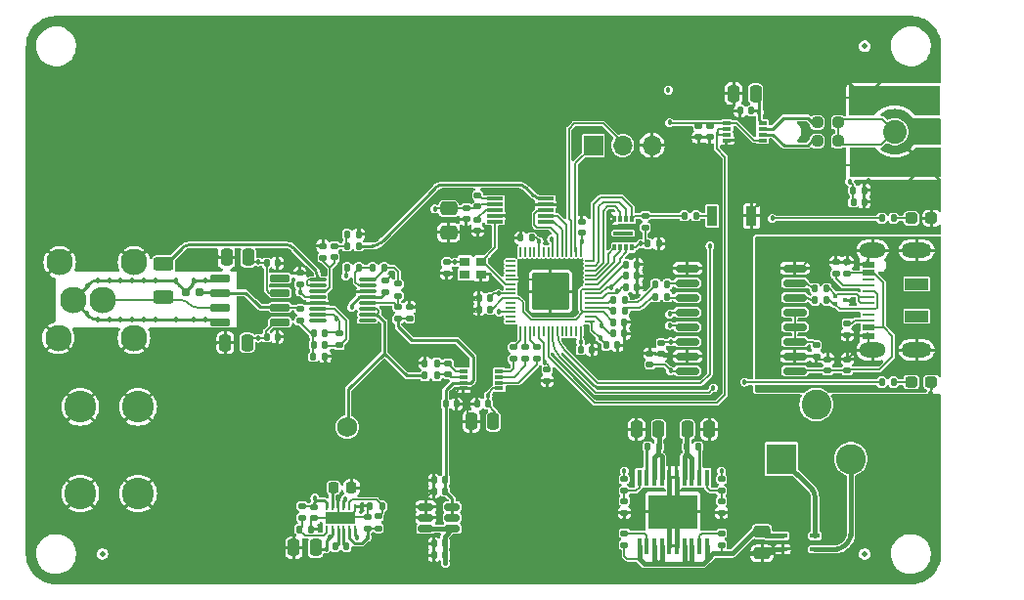
<source format=gtl>
%TF.GenerationSoftware,KiCad,Pcbnew,7.0.6-7.0.6~ubuntu20.04.1*%
%TF.CreationDate,2023-09-06T11:46:54-07:00*%
%TF.ProjectId,harp_lick_detector_capactive,68617270-5f6c-4696-936b-5f6465746563,rev?*%
%TF.SameCoordinates,PX640a5a0PY7088980*%
%TF.FileFunction,Copper,L1,Top*%
%TF.FilePolarity,Positive*%
%FSLAX46Y46*%
G04 Gerber Fmt 4.6, Leading zero omitted, Abs format (unit mm)*
G04 Created by KiCad (PCBNEW 7.0.6-7.0.6~ubuntu20.04.1) date 2023-09-06 11:46:54*
%MOMM*%
%LPD*%
G01*
G04 APERTURE LIST*
G04 Aperture macros list*
%AMRoundRect*
0 Rectangle with rounded corners*
0 $1 Rounding radius*
0 $2 $3 $4 $5 $6 $7 $8 $9 X,Y pos of 4 corners*
0 Add a 4 corners polygon primitive as box body*
4,1,4,$2,$3,$4,$5,$6,$7,$8,$9,$2,$3,0*
0 Add four circle primitives for the rounded corners*
1,1,$1+$1,$2,$3*
1,1,$1+$1,$4,$5*
1,1,$1+$1,$6,$7*
1,1,$1+$1,$8,$9*
0 Add four rect primitives between the rounded corners*
20,1,$1+$1,$2,$3,$4,$5,0*
20,1,$1+$1,$4,$5,$6,$7,0*
20,1,$1+$1,$6,$7,$8,$9,0*
20,1,$1+$1,$8,$9,$2,$3,0*%
%AMFreePoly0*
4,1,40,6.515355,1.015355,6.530000,0.980000,6.530000,-1.460000,6.515355,-1.495355,6.480000,-1.510000,4.370000,-1.510000,4.367882,-1.509122,4.365698,-1.509814,4.350485,-1.501916,4.334645,-1.495355,4.333768,-1.493237,4.331734,-1.492182,4.233315,-1.375157,4.010127,-1.166713,3.760982,-0.990847,3.490207,-0.850543,3.202844,-0.748414,2.904254,-0.686367,2.599999,-0.665555,2.295745,-0.686367,
1.997154,-0.748415,1.709792,-0.850543,1.439022,-0.990844,1.189872,-1.166713,0.966684,-1.375157,0.868266,-1.492182,0.866231,-1.493237,0.865355,-1.495355,0.849514,-1.501916,0.834302,-1.509814,0.832117,-1.509122,0.830000,-1.510000,-1.280000,-1.510000,-1.315355,-1.495355,-1.330000,-1.460000,-1.330000,0.980000,-1.315355,1.015355,-1.280000,1.030000,6.480000,1.030000,6.515355,1.015355,
6.515355,1.015355,$1*%
%AMFreePoly1*
4,1,25,-1.500000,1.420000,-1.360000,1.280000,-1.205000,1.155000,-1.035000,1.045000,-0.860000,0.950000,-0.675000,0.875000,-0.480000,0.820000,-0.280000,0.780000,-0.085000,0.765000,0.085000,0.765000,0.280000,0.780000,0.480000,0.820000,0.675000,0.875000,0.860000,0.950000,1.035000,1.045000,1.205000,1.155000,1.360000,1.280000,1.500000,1.420000,1.645000,1.595000,3.555000,1.595000,
3.555000,-0.755000,-3.555000,-0.755000,-3.555000,1.595000,-1.645000,1.595000,-1.500000,1.420000,-1.500000,1.420000,$1*%
G04 Aperture macros list end*
%TA.AperFunction,SMDPad,CuDef*%
%ADD10RoundRect,0.140000X-0.140000X-0.170000X0.140000X-0.170000X0.140000X0.170000X-0.140000X0.170000X0*%
%TD*%
%TA.AperFunction,SMDPad,CuDef*%
%ADD11RoundRect,0.135000X0.185000X-0.135000X0.185000X0.135000X-0.185000X0.135000X-0.185000X-0.135000X0*%
%TD*%
%TA.AperFunction,SMDPad,CuDef*%
%ADD12RoundRect,0.135000X-0.185000X0.135000X-0.185000X-0.135000X0.185000X-0.135000X0.185000X0.135000X0*%
%TD*%
%TA.AperFunction,SMDPad,CuDef*%
%ADD13RoundRect,0.237500X0.287500X0.237500X-0.287500X0.237500X-0.287500X-0.237500X0.287500X-0.237500X0*%
%TD*%
%TA.AperFunction,SMDPad,CuDef*%
%ADD14RoundRect,0.140000X0.140000X0.170000X-0.140000X0.170000X-0.140000X-0.170000X0.140000X-0.170000X0*%
%TD*%
%TA.AperFunction,ComponentPad*%
%ADD15R,2.600000X2.600000*%
%TD*%
%TA.AperFunction,ComponentPad*%
%ADD16C,2.600000*%
%TD*%
%TA.AperFunction,SMDPad,CuDef*%
%ADD17RoundRect,0.140000X-0.170000X0.140000X-0.170000X-0.140000X0.170000X-0.140000X0.170000X0.140000X0*%
%TD*%
%TA.AperFunction,SMDPad,CuDef*%
%ADD18RoundRect,0.250000X-0.475000X0.250000X-0.475000X-0.250000X0.475000X-0.250000X0.475000X0.250000X0*%
%TD*%
%TA.AperFunction,SMDPad,CuDef*%
%ADD19RoundRect,0.135000X-0.135000X-0.185000X0.135000X-0.185000X0.135000X0.185000X-0.135000X0.185000X0*%
%TD*%
%TA.AperFunction,ComponentPad*%
%ADD20C,2.300000*%
%TD*%
%TA.AperFunction,SMDPad,CuDef*%
%ADD21R,0.300000X0.300000*%
%TD*%
%TA.AperFunction,SMDPad,CuDef*%
%ADD22RoundRect,0.250000X-0.625000X0.312500X-0.625000X-0.312500X0.625000X-0.312500X0.625000X0.312500X0*%
%TD*%
%TA.AperFunction,SMDPad,CuDef*%
%ADD23RoundRect,0.140000X0.170000X-0.140000X0.170000X0.140000X-0.170000X0.140000X-0.170000X-0.140000X0*%
%TD*%
%TA.AperFunction,SMDPad,CuDef*%
%ADD24R,0.250000X0.500000*%
%TD*%
%TA.AperFunction,ComponentPad*%
%ADD25C,0.600000*%
%TD*%
%TA.AperFunction,SMDPad,CuDef*%
%ADD26R,2.650000X1.000000*%
%TD*%
%TA.AperFunction,SMDPad,CuDef*%
%ADD27RoundRect,0.250000X-0.250000X-0.475000X0.250000X-0.475000X0.250000X0.475000X-0.250000X0.475000X0*%
%TD*%
%TA.AperFunction,SMDPad,CuDef*%
%ADD28RoundRect,0.250000X0.250000X0.475000X-0.250000X0.475000X-0.250000X-0.475000X0.250000X-0.475000X0*%
%TD*%
%TA.AperFunction,SMDPad,CuDef*%
%ADD29RoundRect,0.150000X-0.725000X-0.150000X0.725000X-0.150000X0.725000X0.150000X-0.725000X0.150000X0*%
%TD*%
%TA.AperFunction,SMDPad,CuDef*%
%ADD30R,0.800000X0.300000*%
%TD*%
%TA.AperFunction,SMDPad,CuDef*%
%ADD31RoundRect,0.050000X-0.050000X0.387500X-0.050000X-0.387500X0.050000X-0.387500X0.050000X0.387500X0*%
%TD*%
%TA.AperFunction,SMDPad,CuDef*%
%ADD32RoundRect,0.050000X-0.387500X0.050000X-0.387500X-0.050000X0.387500X-0.050000X0.387500X0.050000X0*%
%TD*%
%TA.AperFunction,SMDPad,CuDef*%
%ADD33RoundRect,0.144000X-1.456000X1.456000X-1.456000X-1.456000X1.456000X-1.456000X1.456000X1.456000X0*%
%TD*%
%TA.AperFunction,SMDPad,CuDef*%
%ADD34RoundRect,0.237500X-0.250000X-0.237500X0.250000X-0.237500X0.250000X0.237500X-0.250000X0.237500X0*%
%TD*%
%TA.AperFunction,SMDPad,CuDef*%
%ADD35R,2.000000X1.000000*%
%TD*%
%TA.AperFunction,SMDPad,CuDef*%
%ADD36R,1.000000X0.520000*%
%TD*%
%TA.AperFunction,SMDPad,CuDef*%
%ADD37R,1.000000X0.270000*%
%TD*%
%TA.AperFunction,ComponentPad*%
%ADD38O,2.300000X1.300000*%
%TD*%
%TA.AperFunction,ComponentPad*%
%ADD39O,2.600000X1.300000*%
%TD*%
%TA.AperFunction,SMDPad,CuDef*%
%ADD40RoundRect,0.135000X0.135000X0.185000X-0.135000X0.185000X-0.135000X-0.185000X0.135000X-0.185000X0*%
%TD*%
%TA.AperFunction,SMDPad,CuDef*%
%ADD41R,0.900000X1.700000*%
%TD*%
%TA.AperFunction,SMDPad,CuDef*%
%ADD42R,1.400000X0.300000*%
%TD*%
%TA.AperFunction,SMDPad,CuDef*%
%ADD43RoundRect,0.075000X-0.650000X-0.075000X0.650000X-0.075000X0.650000X0.075000X-0.650000X0.075000X0*%
%TD*%
%TA.AperFunction,SMDPad,CuDef*%
%ADD44R,0.900000X0.800000*%
%TD*%
%TA.AperFunction,SMDPad,CuDef*%
%ADD45RoundRect,0.147500X-0.172500X0.147500X-0.172500X-0.147500X0.172500X-0.147500X0.172500X0.147500X0*%
%TD*%
%TA.AperFunction,SMDPad,CuDef*%
%ADD46RoundRect,0.250000X-0.475000X0.337500X-0.475000X-0.337500X0.475000X-0.337500X0.475000X0.337500X0*%
%TD*%
%TA.AperFunction,SMDPad,CuDef*%
%ADD47C,0.500000*%
%TD*%
%TA.AperFunction,SMDPad,CuDef*%
%ADD48RoundRect,0.150000X0.875000X0.150000X-0.875000X0.150000X-0.875000X-0.150000X0.875000X-0.150000X0*%
%TD*%
%TA.AperFunction,SMDPad,CuDef*%
%ADD49C,2.050000*%
%TD*%
%TA.AperFunction,SMDPad,CuDef*%
%ADD50FreePoly0,180.000000*%
%TD*%
%TA.AperFunction,SMDPad,CuDef*%
%ADD51FreePoly0,0.000000*%
%TD*%
%TA.AperFunction,SMDPad,CuDef*%
%ADD52RoundRect,0.147500X0.147500X0.172500X-0.147500X0.172500X-0.147500X-0.172500X0.147500X-0.172500X0*%
%TD*%
%TA.AperFunction,SMDPad,CuDef*%
%ADD53RoundRect,0.150000X-0.512500X-0.150000X0.512500X-0.150000X0.512500X0.150000X-0.512500X0.150000X0*%
%TD*%
%TA.AperFunction,SMDPad,CuDef*%
%ADD54R,0.450000X1.450000*%
%TD*%
%TA.AperFunction,SMDPad,CuDef*%
%ADD55R,4.200000X3.000000*%
%TD*%
%TA.AperFunction,SMDPad,CuDef*%
%ADD56RoundRect,0.160000X-0.197500X-0.160000X0.197500X-0.160000X0.197500X0.160000X-0.197500X0.160000X0*%
%TD*%
%TA.AperFunction,SMDPad,CuDef*%
%ADD57C,1.730000*%
%TD*%
%TA.AperFunction,SMDPad,CuDef*%
%ADD58FreePoly1,270.000000*%
%TD*%
%TA.AperFunction,SMDPad,CuDef*%
%ADD59FreePoly1,90.000000*%
%TD*%
%TA.AperFunction,ComponentPad*%
%ADD60C,2.750000*%
%TD*%
%TA.AperFunction,SMDPad,CuDef*%
%ADD61RoundRect,0.225000X-0.225000X-0.250000X0.225000X-0.250000X0.225000X0.250000X-0.225000X0.250000X0*%
%TD*%
%TA.AperFunction,ComponentPad*%
%ADD62R,1.700000X1.700000*%
%TD*%
%TA.AperFunction,ComponentPad*%
%ADD63O,1.700000X1.700000*%
%TD*%
%TA.AperFunction,SMDPad,CuDef*%
%ADD64R,0.300000X0.600000*%
%TD*%
%TA.AperFunction,SMDPad,CuDef*%
%ADD65R,1.700000X0.300000*%
%TD*%
%TA.AperFunction,SMDPad,CuDef*%
%ADD66RoundRect,0.100000X0.350000X0.100000X-0.350000X0.100000X-0.350000X-0.100000X0.350000X-0.100000X0*%
%TD*%
%TA.AperFunction,ViaPad*%
%ADD67C,0.457200*%
%TD*%
%TA.AperFunction,Conductor*%
%ADD68C,0.152400*%
%TD*%
%TA.AperFunction,Conductor*%
%ADD69C,0.400000*%
%TD*%
%TA.AperFunction,Conductor*%
%ADD70C,0.250000*%
%TD*%
%TA.AperFunction,Conductor*%
%ADD71C,0.254000*%
%TD*%
%TA.AperFunction,Conductor*%
%ADD72C,0.200000*%
%TD*%
G04 APERTURE END LIST*
D10*
%TO.P,C6,1*%
%TO.N,GND*%
X39620000Y24200000D03*
%TO.P,C6,2*%
%TO.N,+1V1*%
X40580000Y24200000D03*
%TD*%
%TO.P,C30,1*%
%TO.N,Net-(C30-Pad1)*%
X25295000Y22100000D03*
%TO.P,C30,2*%
%TO.N,Net-(C30-Pad2)*%
X26255000Y22100000D03*
%TD*%
D11*
%TO.P,R28,1*%
%TO.N,Net-(U13-SDO)*%
X43600000Y19890000D03*
%TO.P,R28,2*%
%TO.N,/Harp Core RP2040 + Isolated USB/PIO_POCI*%
X43600000Y20910000D03*
%TD*%
D12*
%TO.P,R24,1*%
%TO.N,Net-(R22-Pad2)*%
X32600000Y26410000D03*
%TO.P,R24,2*%
%TO.N,Net-(U6C-+)*%
X32600000Y25390000D03*
%TD*%
D13*
%TO.P,D1,1,K*%
%TO.N,GND*%
X78775000Y17900000D03*
%TO.P,D1,2,A*%
%TO.N,Net-(D1-A)*%
X77025000Y17900000D03*
%TD*%
D10*
%TO.P,C21,1*%
%TO.N,-2V5*%
X21220000Y21800000D03*
%TO.P,C21,2*%
%TO.N,GND*%
X22180000Y21800000D03*
%TD*%
D14*
%TO.P,C19,1*%
%TO.N,GND*%
X49380000Y20700000D03*
%TO.P,C19,2*%
%TO.N,+3V3*%
X48420000Y20700000D03*
%TD*%
D11*
%TO.P,R40,1*%
%TO.N,GND*%
X60600000Y6590000D03*
%TO.P,R40,2*%
%TO.N,Net-(U12-ADJ1)*%
X60600000Y7610000D03*
%TD*%
%TO.P,R44,1*%
%TO.N,Net-(U13-~{CS})*%
X42600000Y19890000D03*
%TO.P,R44,2*%
%TO.N,/Harp Core RP2040 + Isolated USB/PIO_CS*%
X42600000Y20910000D03*
%TD*%
D10*
%TO.P,C9,1*%
%TO.N,+1V1*%
X51220000Y23100000D03*
%TO.P,C9,2*%
%TO.N,GND*%
X52180000Y23100000D03*
%TD*%
D15*
%TO.P,J6,1*%
%TO.N,+12V*%
X65800000Y11250000D03*
D16*
%TO.P,J6,2*%
%TO.N,GND2*%
X71800000Y11250000D03*
%TO.P,J6,3*%
%TO.N,unconnected-(J6-Pad3)*%
X68800000Y15950000D03*
%TD*%
D14*
%TO.P,C27,1*%
%TO.N,+5V*%
X36680000Y2900000D03*
%TO.P,C27,2*%
%TO.N,GND*%
X35720000Y2900000D03*
%TD*%
D17*
%TO.P,C38,1*%
%TO.N,GND*%
X33600000Y24380000D03*
%TO.P,C38,2*%
%TO.N,VREF_3V3*%
X33600000Y23420000D03*
%TD*%
D18*
%TO.P,C45,1*%
%TO.N,IN1*%
X64100000Y4950000D03*
%TO.P,C45,2*%
%TO.N,GND*%
X64100000Y3050000D03*
%TD*%
D19*
%TO.P,R26,1*%
%TO.N,Net-(C32-Pad1)*%
X28190000Y30700000D03*
%TO.P,R26,2*%
%TO.N,GND*%
X29210000Y30700000D03*
%TD*%
D12*
%TO.P,R38,1*%
%TO.N,+5V*%
X60600000Y9510000D03*
%TO.P,R38,2*%
%TO.N,Net-(U12-ADJ1)*%
X60600000Y8490000D03*
%TD*%
D20*
%TO.P,J3,1,In*%
%TO.N,/Lick Detection Analog Front End/triax_core*%
X7000000Y25000000D03*
%TO.P,J3,2,Guard*%
%TO.N,/Lick Detection Analog Front End/triax_inner_shield*%
X4460000Y25000000D03*
%TO.P,J3,3,Shield*%
%TO.N,GND*%
X3190000Y21723400D03*
X9743200Y21723400D03*
X3310000Y28276600D03*
X9743200Y28276600D03*
%TD*%
D19*
%TO.P,R21,1*%
%TO.N,Net-(C30-Pad2)*%
X28190000Y27800000D03*
%TO.P,R21,2*%
%TO.N,Net-(U6D--)*%
X29210000Y27800000D03*
%TD*%
D10*
%TO.P,C13,1*%
%TO.N,GND*%
X43220000Y30400000D03*
%TO.P,C13,2*%
%TO.N,+3V3*%
X44180000Y30400000D03*
%TD*%
D19*
%TO.P,R11,1*%
%TO.N,Net-(U4-USB_DM)*%
X51190000Y24100000D03*
%TO.P,R11,2*%
%TO.N,/Harp Core RP2040 + Isolated USB/DD-*%
X52210000Y24100000D03*
%TD*%
D10*
%TO.P,C8,1*%
%TO.N,+3V3*%
X72020000Y33500000D03*
%TO.P,C8,2*%
%TO.N,GND*%
X72980000Y33500000D03*
%TD*%
D21*
%TO.P,U2,1,D+*%
%TO.N,/Harp Core RP2040 + Isolated USB/D+*%
X70475000Y25350000D03*
%TO.P,U2,2,D-*%
%TO.N,/Harp Core RP2040 + Isolated USB/D-*%
X70475000Y24650000D03*
%TO.P,U2,3,GND*%
%TO.N,GND1*%
X71325000Y25000000D03*
%TD*%
D14*
%TO.P,C41,1*%
%TO.N,Net-(U11-C+)*%
X28130000Y3650000D03*
%TO.P,C41,2*%
%TO.N,Net-(U11-C-)*%
X27170000Y3650000D03*
%TD*%
D11*
%TO.P,R29,1*%
%TO.N,Net-(U13-SCLK)*%
X44600000Y19890000D03*
%TO.P,R29,2*%
%TO.N,/Harp Core RP2040 + Isolated USB/PIO_SCK*%
X44600000Y20910000D03*
%TD*%
D12*
%TO.P,R39,1*%
%TO.N,+3V3*%
X52200000Y9510000D03*
%TO.P,R39,2*%
%TO.N,Net-(U12-ADJ2)*%
X52200000Y8490000D03*
%TD*%
D22*
%TO.P,R14,1*%
%TO.N,/100KHz Sine Wave/VSINE*%
X12300000Y28150000D03*
%TO.P,R14,2*%
%TO.N,/Lick Detection Analog Front End/triax_core*%
X12300000Y25225000D03*
%TD*%
D10*
%TO.P,C28,1*%
%TO.N,GND*%
X35720000Y8425000D03*
%TO.P,C28,2*%
%TO.N,VREF_3V3*%
X36680000Y8425000D03*
%TD*%
D23*
%TO.P,C56,1*%
%TO.N,VBUS*%
X71500000Y18920000D03*
%TO.P,C56,2*%
%TO.N,GND1*%
X71500000Y19880000D03*
%TD*%
D24*
%TO.P,U11,1,PGOOD*%
%TO.N,GND*%
X28900000Y7100000D03*
%TO.P,U11,2,FB+*%
%TO.N,Net-(U11-FB+)*%
X28400000Y7100000D03*
%TO.P,U11,3,VIN*%
%TO.N,+5V*%
X27900000Y7100000D03*
%TO.P,U11,4,GND*%
%TO.N,GND*%
X27400000Y7100000D03*
%TO.P,U11,5,CP*%
%TO.N,Net-(U11-CP)*%
X26900000Y7100000D03*
%TO.P,U11,6,OUT-*%
%TO.N,-2V5*%
X26400000Y7100000D03*
%TO.P,U11,7,FB-*%
%TO.N,Net-(U11-FB-)*%
X26400000Y5200000D03*
%TO.P,U11,8,EN-*%
%TO.N,+5V*%
X26900000Y5200000D03*
%TO.P,U11,9,C-*%
%TO.N,Net-(U11-C-)*%
X27400000Y5200000D03*
%TO.P,U11,10,C+*%
%TO.N,Net-(U11-C+)*%
X27900000Y5200000D03*
%TO.P,U11,11,OUT+*%
%TO.N,+2V5*%
X28400000Y5200000D03*
%TO.P,U11,12,EN+*%
%TO.N,+5V*%
X28900000Y5200000D03*
D25*
%TO.P,U11,13,PAD*%
%TO.N,GND*%
X28650000Y6150000D03*
X27650000Y6150000D03*
D26*
X27650000Y6150000D03*
D25*
X26650000Y6150000D03*
%TD*%
D27*
%TO.P,C22,1*%
%TO.N,GND*%
X17750000Y28700000D03*
%TO.P,C22,2*%
%TO.N,+2V5*%
X19650000Y28700000D03*
%TD*%
D28*
%TO.P,C40,1*%
%TO.N,+5V*%
X25480000Y3550000D03*
%TO.P,C40,2*%
%TO.N,GND*%
X23580000Y3550000D03*
%TD*%
D23*
%TO.P,C54,1*%
%TO.N,GND*%
X59600000Y39120000D03*
%TO.P,C54,2*%
%TO.N,+3V3*%
X59600000Y40080000D03*
%TD*%
D11*
%TO.P,R3,1*%
%TO.N,Net-(J5-CC2)*%
X70500000Y27290000D03*
%TO.P,R3,2*%
%TO.N,GND1*%
X70500000Y28310000D03*
%TD*%
D17*
%TO.P,C24,1*%
%TO.N,GND*%
X24100000Y27355000D03*
%TO.P,C24,2*%
%TO.N,+2V5*%
X24100000Y26395000D03*
%TD*%
D29*
%TO.P,U7,1,NC*%
%TO.N,/Lick Detection Analog Front End/triax_inner_shield*%
X17225000Y26905000D03*
%TO.P,U7,2,-*%
%TO.N,Net-(U7--)*%
X17225000Y25635000D03*
%TO.P,U7,3,+*%
%TO.N,/Lick Detection Analog Front End/triax_core*%
X17225000Y24365000D03*
%TO.P,U7,4,NC*%
%TO.N,/Lick Detection Analog Front End/triax_inner_shield*%
X17225000Y23095000D03*
%TO.P,U7,5,V-*%
%TO.N,-2V5*%
X22375000Y23095000D03*
%TO.P,U7,6*%
%TO.N,Net-(U7--)*%
X22375000Y24365000D03*
%TO.P,U7,7,V+*%
%TO.N,+2V5*%
X22375000Y25635000D03*
%TO.P,U7,8,~{SHDN}*%
%TO.N,unconnected-(U7-~{SHDN}-Pad8)*%
X22375000Y26905000D03*
%TD*%
D30*
%TO.P,U1,1,VCCA*%
%TO.N,+3V3*%
X61050000Y40350000D03*
%TO.P,U1,2,1A*%
%TO.N,/Harp Core RP2040 + Isolated USB/TTL_OUT*%
X61050000Y39850000D03*
%TO.P,U1,3,2A*%
X61050000Y39350000D03*
%TO.P,U1,4,GND*%
%TO.N,GND*%
X61050000Y38850000D03*
%TO.P,U1,5,DIR*%
%TO.N,+3V3*%
X64150000Y38850000D03*
%TO.P,U1,6,2B*%
%TO.N,Net-(U1-2B)*%
X64150000Y39350000D03*
%TO.P,U1,7,1B*%
%TO.N,Net-(U1-1B)*%
X64150000Y39850000D03*
%TO.P,U1,8,VCCB*%
%TO.N,+5V*%
X64150000Y40350000D03*
%TD*%
D31*
%TO.P,U4,1,IOVDD*%
%TO.N,+3V3*%
X48400000Y29200000D03*
%TO.P,U4,2,GPIO0*%
%TO.N,/Harp Core RP2040 + Isolated USB/UART0_TXD*%
X48000000Y29200000D03*
%TO.P,U4,3,GPIO1*%
%TO.N,/Harp Core RP2040 + Isolated USB/UART0_RXD*%
X47600000Y29200000D03*
%TO.P,U4,4,GPIO2*%
%TO.N,/100KHz Sine Wave/SCK*%
X47200000Y29200000D03*
%TO.P,U4,5,GPIO3*%
%TO.N,/100KHz Sine Wave/PICO*%
X46800000Y29200000D03*
%TO.P,U4,6,GPIO4*%
%TO.N,/100KHz Sine Wave/CS*%
X46400000Y29200000D03*
%TO.P,U4,7,GPIO5*%
%TO.N,/Harp Core RP2040 + Isolated USB/HARP_CLK_SYNC*%
X46000000Y29200000D03*
%TO.P,U4,8,GPIO6*%
%TO.N,unconnected-(U4-GPIO6-Pad8)*%
X45600000Y29200000D03*
%TO.P,U4,9,GPIO7*%
%TO.N,unconnected-(U4-GPIO7-Pad9)*%
X45200000Y29200000D03*
%TO.P,U4,10,IOVDD*%
%TO.N,+3V3*%
X44800000Y29200000D03*
%TO.P,U4,11,GPIO8*%
%TO.N,unconnected-(U4-GPIO8-Pad11)*%
X44400000Y29200000D03*
%TO.P,U4,12,GPIO9*%
%TO.N,unconnected-(U4-GPIO9-Pad12)*%
X44000000Y29200000D03*
%TO.P,U4,13,GPIO10*%
%TO.N,unconnected-(U4-GPIO10-Pad13)*%
X43600000Y29200000D03*
%TO.P,U4,14,GPIO11*%
%TO.N,unconnected-(U4-GPIO11-Pad14)*%
X43200000Y29200000D03*
D32*
%TO.P,U4,15,GPIO12*%
%TO.N,unconnected-(U4-GPIO12-Pad15)*%
X42362500Y28362500D03*
%TO.P,U4,16,GPIO13*%
%TO.N,unconnected-(U4-GPIO13-Pad16)*%
X42362500Y27962500D03*
%TO.P,U4,17,GPIO14*%
%TO.N,unconnected-(U4-GPIO14-Pad17)*%
X42362500Y27562500D03*
%TO.P,U4,18,GPIO15*%
%TO.N,unconnected-(U4-GPIO15-Pad18)*%
X42362500Y27162500D03*
%TO.P,U4,19,TESTEN*%
%TO.N,GND*%
X42362500Y26762500D03*
%TO.P,U4,20,XIN*%
%TO.N,/100KHz Sine Wave/xtal_in*%
X42362500Y26362500D03*
%TO.P,U4,21,XOUT*%
%TO.N,unconnected-(U4-XOUT-Pad21)*%
X42362500Y25962500D03*
%TO.P,U4,22,IOVDD*%
%TO.N,+3V3*%
X42362500Y25562500D03*
%TO.P,U4,23,DVDD*%
%TO.N,+1V1*%
X42362500Y25162500D03*
%TO.P,U4,24,SWCLK*%
%TO.N,/Harp Core RP2040 + Isolated USB/SWCLK*%
X42362500Y24762500D03*
%TO.P,U4,25,SWD*%
%TO.N,/Harp Core RP2040 + Isolated USB/SWDIO*%
X42362500Y24362500D03*
%TO.P,U4,26,RUN*%
%TO.N,+3V3*%
X42362500Y23962500D03*
%TO.P,U4,27,GPIO16*%
%TO.N,unconnected-(U4-GPIO16-Pad27)*%
X42362500Y23562500D03*
%TO.P,U4,28,GPIO17*%
%TO.N,unconnected-(U4-GPIO17-Pad28)*%
X42362500Y23162500D03*
D31*
%TO.P,U4,29,GPIO18*%
%TO.N,/Harp Core RP2040 + Isolated USB/PIO_CS*%
X43200000Y22325000D03*
%TO.P,U4,30,GPIO19*%
%TO.N,/Harp Core RP2040 + Isolated USB/PIO_POCI*%
X43600000Y22325000D03*
%TO.P,U4,31,GPIO20*%
%TO.N,/Harp Core RP2040 + Isolated USB/PIO_SCK*%
X44000000Y22325000D03*
%TO.P,U4,32,GPIO21*%
%TO.N,unconnected-(U4-GPIO21-Pad32)*%
X44400000Y22325000D03*
%TO.P,U4,33,IOVDD*%
%TO.N,+3V3*%
X44800000Y22325000D03*
%TO.P,U4,34,GPIO22*%
%TO.N,unconnected-(U4-GPIO22-Pad34)*%
X45200000Y22325000D03*
%TO.P,U4,35,GPIO23*%
%TO.N,/Harp Core RP2040 + Isolated USB/TTL_OUT*%
X45600000Y22325000D03*
%TO.P,U4,36,GPIO24*%
%TO.N,Net-(U4-GPIO24)*%
X46000000Y22325000D03*
%TO.P,U4,37,GPIO25*%
%TO.N,Net-(U4-GPIO25)*%
X46400000Y22325000D03*
%TO.P,U4,38,GPIO26_ADC0*%
%TO.N,unconnected-(U4-GPIO26_ADC0-Pad38)*%
X46800000Y22325000D03*
%TO.P,U4,39,GPIO27_ADC1*%
%TO.N,unconnected-(U4-GPIO27_ADC1-Pad39)*%
X47200000Y22325000D03*
%TO.P,U4,40,GPIO28_ADC2*%
%TO.N,unconnected-(U4-GPIO28_ADC2-Pad40)*%
X47600000Y22325000D03*
%TO.P,U4,41,GPIO29_ADC3*%
%TO.N,unconnected-(U4-GPIO29_ADC3-Pad41)*%
X48000000Y22325000D03*
%TO.P,U4,42,IOVDD*%
%TO.N,+3V3*%
X48400000Y22325000D03*
D32*
%TO.P,U4,43,ADC_AVDD*%
X49237500Y23162500D03*
%TO.P,U4,44,VREG_IN*%
X49237500Y23562500D03*
%TO.P,U4,45,VREG_VOUT*%
%TO.N,+1V1*%
X49237500Y23962500D03*
%TO.P,U4,46,USB_DM*%
%TO.N,Net-(U4-USB_DM)*%
X49237500Y24362500D03*
%TO.P,U4,47,USB_DP*%
%TO.N,Net-(U4-USB_DP)*%
X49237500Y24762500D03*
%TO.P,U4,48,USB_VDD*%
%TO.N,+3V3*%
X49237500Y25162500D03*
%TO.P,U4,49,IOVDD*%
X49237500Y25562500D03*
%TO.P,U4,50,DVDD*%
%TO.N,+1V1*%
X49237500Y25962500D03*
%TO.P,U4,51,QSPI_SD3*%
%TO.N,/Harp Core RP2040 + Isolated USB/QSPI_D3*%
X49237500Y26362500D03*
%TO.P,U4,52,QSPI_SCLK*%
%TO.N,/Harp Core RP2040 + Isolated USB/QSPI_CLK*%
X49237500Y26762500D03*
%TO.P,U4,53,QSPI_SD0*%
%TO.N,/Harp Core RP2040 + Isolated USB/QSPI_D0*%
X49237500Y27162500D03*
%TO.P,U4,54,QSPI_SD2*%
%TO.N,/Harp Core RP2040 + Isolated USB/QSPI_D2*%
X49237500Y27562500D03*
%TO.P,U4,55,QSPI_SD1*%
%TO.N,/Harp Core RP2040 + Isolated USB/QSPI_D1*%
X49237500Y27962500D03*
%TO.P,U4,56,QSPI_SS*%
%TO.N,/Harp Core RP2040 + Isolated USB/QSPI_CS*%
X49237500Y28362500D03*
D25*
%TO.P,U4,57,GND*%
%TO.N,GND*%
X47075000Y27037500D03*
X45800000Y27037500D03*
X44525000Y27037500D03*
X47075000Y25762500D03*
X45800000Y25762500D03*
D33*
X45800000Y25762500D03*
D25*
X44525000Y25762500D03*
X47075000Y24487500D03*
X45800000Y24487500D03*
X44525000Y24487500D03*
%TD*%
D23*
%TO.P,C3,1*%
%TO.N,GND*%
X55400000Y20320000D03*
%TO.P,C3,2*%
%TO.N,+3V3*%
X55400000Y21280000D03*
%TD*%
D34*
%TO.P,R30,1*%
%TO.N,Net-(U1-1B)*%
X68887500Y40400000D03*
%TO.P,R30,2*%
%TO.N,Net-(J7-In)*%
X70712500Y40400000D03*
%TD*%
D35*
%TO.P,J5,*%
%TO.N,*%
X77500000Y23600000D03*
X77500000Y26400000D03*
D36*
%TO.P,J5,A1,GND*%
%TO.N,GND1*%
X73300000Y21900000D03*
%TO.P,J5,A4,VBUS*%
%TO.N,VBUS*%
X73300000Y22650000D03*
D37*
%TO.P,J5,A5,CC1*%
%TO.N,Net-(J5-CC1)*%
X73300000Y23250000D03*
%TO.P,J5,A6,D+*%
%TO.N,/Harp Core RP2040 + Isolated USB/D+*%
X73300000Y24750000D03*
%TO.P,J5,A7,D-*%
%TO.N,/Harp Core RP2040 + Isolated USB/D-*%
X73300000Y25750000D03*
%TO.P,J5,A8,SBU1*%
%TO.N,unconnected-(J5-SBU1-PadA8)*%
X73300000Y26750000D03*
D36*
%TO.P,J5,A9,VBUS*%
%TO.N,VBUS*%
X73300000Y27350000D03*
%TO.P,J5,A12,GND*%
%TO.N,GND1*%
X73300000Y28100000D03*
%TO.P,J5,B1,GND*%
X73300000Y28100000D03*
%TO.P,J5,B4,VBUS*%
%TO.N,VBUS*%
X73300000Y27350000D03*
D37*
%TO.P,J5,B5,CC2*%
%TO.N,Net-(J5-CC2)*%
X73300000Y26250000D03*
%TO.P,J5,B6,D+*%
%TO.N,/Harp Core RP2040 + Isolated USB/D+*%
X73300000Y25250000D03*
%TO.P,J5,B7,D-*%
%TO.N,/Harp Core RP2040 + Isolated USB/D-*%
X73300000Y24250000D03*
%TO.P,J5,B8,SBU2*%
%TO.N,unconnected-(J5-SBU2-PadB8)*%
X73300000Y23750000D03*
D36*
%TO.P,J5,B9,VBUS*%
%TO.N,VBUS*%
X73300000Y22650000D03*
%TO.P,J5,B12,GND*%
%TO.N,GND1*%
X73300000Y21900000D03*
D38*
%TO.P,J5,S1,SHIELD*%
X73675000Y20680000D03*
D39*
X77500000Y20680000D03*
D38*
X73675000Y29320000D03*
D39*
X77500000Y29320000D03*
%TD*%
D19*
%TO.P,R22,1*%
%TO.N,Net-(U6D--)*%
X30390000Y27800000D03*
%TO.P,R22,2*%
%TO.N,Net-(R22-Pad2)*%
X31410000Y27800000D03*
%TD*%
D28*
%TO.P,C23,1*%
%TO.N,-2V5*%
X19550000Y21300000D03*
%TO.P,C23,2*%
%TO.N,GND*%
X17650000Y21300000D03*
%TD*%
D40*
%TO.P,R7,1*%
%TO.N,Net-(U3-DD-)*%
X55910000Y25300000D03*
%TO.P,R7,2*%
%TO.N,/Harp Core RP2040 + Isolated USB/DD-*%
X54890000Y25300000D03*
%TD*%
D41*
%TO.P,SW1,1,1*%
%TO.N,GND*%
X63200000Y32300000D03*
%TO.P,SW1,2,2*%
%TO.N,/Harp Core RP2040 + Isolated USB/USB_Boot*%
X59800000Y32300000D03*
%TD*%
D42*
%TO.P,U9,1,COMP*%
%TO.N,Net-(U9-COMP)*%
X41000000Y33800000D03*
%TO.P,U9,2,VDD*%
%TO.N,+3V3*%
X41000000Y33300000D03*
%TO.P,U9,3,CAP/2.5V*%
%TO.N,Net-(U9-CAP{slash}2.5V)*%
X41000000Y32800000D03*
%TO.P,U9,4,DGND*%
%TO.N,GND*%
X41000000Y32300000D03*
%TO.P,U9,5,MCLK*%
%TO.N,/100KHz Sine Wave/xtal_in*%
X41000000Y31800000D03*
%TO.P,U9,6,SDATA*%
%TO.N,/100KHz Sine Wave/PICO*%
X45400000Y31800000D03*
%TO.P,U9,7,SCLK*%
%TO.N,/100KHz Sine Wave/SCK*%
X45400000Y32300000D03*
%TO.P,U9,8,~{FSYNC}*%
%TO.N,/100KHz Sine Wave/CS*%
X45400000Y32800000D03*
%TO.P,U9,9,AGND*%
%TO.N,GND*%
X45400000Y33300000D03*
%TO.P,U9,10,VOUT*%
%TO.N,Net-(U9-VOUT)*%
X45400000Y33800000D03*
%TD*%
D23*
%TO.P,C2,1*%
%TO.N,GND1*%
X68800000Y20120000D03*
%TO.P,C2,2*%
%TO.N,/Harp Core RP2040 + Isolated USB/VDD1*%
X68800000Y21080000D03*
%TD*%
D43*
%TO.P,U6,1*%
%TO.N,/100KHz Sine Wave/VSINE*%
X25650000Y26750000D03*
%TO.P,U6,2,-*%
X25650000Y26250000D03*
%TO.P,U6,3,+*%
%TO.N,Net-(U6A-+)*%
X25650000Y25750000D03*
%TO.P,U6,4,V+*%
%TO.N,+2V5*%
X25650000Y25250000D03*
%TO.P,U6,5,+*%
%TO.N,GND*%
X25650000Y24750000D03*
%TO.P,U6,6,-*%
%TO.N,Net-(U6B--)*%
X25650000Y24250000D03*
%TO.P,U6,7*%
%TO.N,Net-(C30-Pad2)*%
X25650000Y23750000D03*
%TO.P,U6,8,NC*%
%TO.N,unconnected-(U6E-NC-Pad8)*%
X25650000Y23250000D03*
%TO.P,U6,9,NC*%
%TO.N,unconnected-(U6E-NC-Pad9)*%
X29950000Y23250000D03*
%TO.P,U6,10*%
%TO.N,Net-(J1-In)*%
X29950000Y23750000D03*
%TO.P,U6,11,-*%
X29950000Y24250000D03*
%TO.P,U6,12,+*%
%TO.N,Net-(U6C-+)*%
X29950000Y24750000D03*
%TO.P,U6,13,V-*%
%TO.N,-2V5*%
X29950000Y25250000D03*
%TO.P,U6,14,+*%
%TO.N,GND*%
X29950000Y25750000D03*
%TO.P,U6,15,-*%
%TO.N,Net-(U6D--)*%
X29950000Y26250000D03*
%TO.P,U6,16*%
%TO.N,Net-(R22-Pad2)*%
X29950000Y26750000D03*
%TD*%
D11*
%TO.P,R32,1*%
%TO.N,+2V5*%
X30900000Y5240000D03*
%TO.P,R32,2*%
%TO.N,Net-(U11-FB+)*%
X30900000Y6260000D03*
%TD*%
D44*
%TO.P,X1,1,Tri-State*%
%TO.N,unconnected-(X1-Tri-State-Pad1)*%
X38400000Y27250000D03*
%TO.P,X1,2,GND*%
%TO.N,GND*%
X39800000Y27250000D03*
%TO.P,X1,3,OUT*%
%TO.N,/100KHz Sine Wave/xtal_in*%
X39800000Y28350000D03*
%TO.P,X1,4,VDD*%
%TO.N,+3V3*%
X38400000Y28350000D03*
%TD*%
D23*
%TO.P,C52,1*%
%TO.N,Net-(U13-AINP)*%
X36950000Y18570000D03*
%TO.P,C52,2*%
%TO.N,Net-(U13-AINM)*%
X36950000Y19530000D03*
%TD*%
D40*
%TO.P,R6,1*%
%TO.N,Net-(U3-DD+)*%
X55910000Y26400000D03*
%TO.P,R6,2*%
%TO.N,/Harp Core RP2040 + Isolated USB/DD+*%
X54890000Y26400000D03*
%TD*%
D19*
%TO.P,R12,1*%
%TO.N,Net-(U4-GPIO24)*%
X74490000Y17900000D03*
%TO.P,R12,2*%
%TO.N,Net-(D1-A)*%
X75510000Y17900000D03*
%TD*%
D14*
%TO.P,C50,1*%
%TO.N,GND*%
X37680000Y16000000D03*
%TO.P,C50,2*%
%TO.N,VREF_3V3*%
X36720000Y16000000D03*
%TD*%
D45*
%TO.P,D3,1,A1*%
%TO.N,GND1*%
X71500000Y28285000D03*
%TO.P,D3,2,A2*%
%TO.N,VBUS*%
X71500000Y27315000D03*
%TD*%
D14*
%TO.P,C14,1*%
%TO.N,GND*%
X53280000Y26100000D03*
%TO.P,C14,2*%
%TO.N,+3V3*%
X52320000Y26100000D03*
%TD*%
D23*
%TO.P,C44,1*%
%TO.N,GND*%
X25350000Y6120000D03*
%TO.P,C44,2*%
%TO.N,-2V5*%
X25350000Y7080000D03*
%TD*%
D46*
%TO.P,C33,1*%
%TO.N,+3V3*%
X37000000Y32937500D03*
%TO.P,C33,2*%
%TO.N,GND*%
X37000000Y30862500D03*
%TD*%
D40*
%TO.P,R4,1*%
%TO.N,/Harp Core RP2040 + Isolated USB/D+*%
X69710000Y26000000D03*
%TO.P,R4,2*%
%TO.N,Net-(U3-UD+)*%
X68690000Y26000000D03*
%TD*%
D13*
%TO.P,D2,1,K*%
%TO.N,GND*%
X78775000Y32100000D03*
%TO.P,D2,2,A*%
%TO.N,Net-(D2-A)*%
X77025000Y32100000D03*
%TD*%
D14*
%TO.P,C18,1*%
%TO.N,GND*%
X53280000Y27100000D03*
%TO.P,C18,2*%
%TO.N,+3V3*%
X52320000Y27100000D03*
%TD*%
D10*
%TO.P,C10,1*%
%TO.N,+3V3*%
X51220000Y22100000D03*
%TO.P,C10,2*%
%TO.N,GND*%
X52180000Y22100000D03*
%TD*%
D12*
%TO.P,R27,1*%
%TO.N,GND*%
X26100000Y29710000D03*
%TO.P,R27,2*%
%TO.N,Net-(U6A-+)*%
X26100000Y28690000D03*
%TD*%
%TO.P,R18,1*%
%TO.N,Net-(U7--)*%
X24100000Y24212500D03*
%TO.P,R18,2*%
%TO.N,Net-(C30-Pad1)*%
X24100000Y23192500D03*
%TD*%
D40*
%TO.P,R5,1*%
%TO.N,/Harp Core RP2040 + Isolated USB/D-*%
X69710000Y25000000D03*
%TO.P,R5,2*%
%TO.N,Net-(U3-UD-)*%
X68690000Y25000000D03*
%TD*%
D28*
%TO.P,C48,1*%
%TO.N,+3V3*%
X55150000Y13800000D03*
%TO.P,C48,2*%
%TO.N,GND*%
X53250000Y13800000D03*
%TD*%
D12*
%TO.P,R23,1*%
%TO.N,Net-(U6C-+)*%
X32600000Y24410000D03*
%TO.P,R23,2*%
%TO.N,VREF_3V3*%
X32600000Y23390000D03*
%TD*%
D10*
%TO.P,C51,1*%
%TO.N,GND*%
X39420000Y16000000D03*
%TO.P,C51,2*%
%TO.N,+3V3*%
X40380000Y16000000D03*
%TD*%
D17*
%TO.P,C37,1*%
%TO.N,GND1*%
X69800000Y19880000D03*
%TO.P,C37,2*%
%TO.N,VBUS*%
X69800000Y18920000D03*
%TD*%
D12*
%TO.P,R9,1*%
%TO.N,/Harp Core RP2040 + Isolated USB/QSPI_CS*%
X54000000Y32310000D03*
%TO.P,R9,2*%
%TO.N,+3V3*%
X54000000Y31290000D03*
%TD*%
D47*
%TO.P,FID2,*%
%TO.N,*%
X73000000Y3000000D03*
%TD*%
D14*
%TO.P,C1,1*%
%TO.N,GND*%
X55180000Y29900000D03*
%TO.P,C1,2*%
%TO.N,+3V3*%
X54220000Y29900000D03*
%TD*%
D10*
%TO.P,C31,1*%
%TO.N,Net-(C30-Pad1)*%
X25295000Y21125000D03*
%TO.P,C31,2*%
%TO.N,Net-(U6B--)*%
X26255000Y21125000D03*
%TD*%
D23*
%TO.P,C35,1*%
%TO.N,GND*%
X39500000Y31020000D03*
%TO.P,C35,2*%
%TO.N,Net-(U9-CAP{slash}2.5V)*%
X39500000Y31980000D03*
%TD*%
D28*
%TO.P,C11,1*%
%TO.N,+3V3*%
X40850000Y14500000D03*
%TO.P,C11,2*%
%TO.N,GND*%
X38950000Y14500000D03*
%TD*%
%TO.P,C39,1*%
%TO.N,+5V*%
X63550000Y42900000D03*
%TO.P,C39,2*%
%TO.N,GND*%
X61650000Y42900000D03*
%TD*%
D11*
%TO.P,R41,1*%
%TO.N,GND*%
X52200000Y6590000D03*
%TO.P,R41,2*%
%TO.N,Net-(U12-ADJ2)*%
X52200000Y7610000D03*
%TD*%
D17*
%TO.P,C12,1*%
%TO.N,GND*%
X48500000Y31780000D03*
%TO.P,C12,2*%
%TO.N,+3V3*%
X48500000Y30820000D03*
%TD*%
D10*
%TO.P,C15,1*%
%TO.N,GND*%
X39620000Y25200000D03*
%TO.P,C15,2*%
%TO.N,+3V3*%
X40580000Y25200000D03*
%TD*%
D48*
%TO.P,U3,1,VBUS1*%
%TO.N,VBUS*%
X66950000Y18855000D03*
%TO.P,U3,2,GND1*%
%TO.N,GND1*%
X66950000Y20125000D03*
%TO.P,U3,3,VDD1*%
%TO.N,/Harp Core RP2040 + Isolated USB/VDD1*%
X66950000Y21395000D03*
%TO.P,U3,4,PDEN*%
X66950000Y22665000D03*
%TO.P,U3,5,SPU*%
X66950000Y23935000D03*
%TO.P,U3,6,UD-*%
%TO.N,Net-(U3-UD-)*%
X66950000Y25205000D03*
%TO.P,U3,7,UD+*%
%TO.N,Net-(U3-UD+)*%
X66950000Y26475000D03*
%TO.P,U3,8,GND1*%
%TO.N,GND1*%
X66950000Y27745000D03*
%TO.P,U3,9,GND2*%
%TO.N,GND*%
X57650000Y27745000D03*
%TO.P,U3,10,DD+*%
%TO.N,Net-(U3-DD+)*%
X57650000Y26475000D03*
%TO.P,U3,11,DD-*%
%TO.N,Net-(U3-DD-)*%
X57650000Y25205000D03*
%TO.P,U3,12,PIN*%
%TO.N,+3V3*%
X57650000Y23935000D03*
%TO.P,U3,13,SPD*%
X57650000Y22665000D03*
%TO.P,U3,14,VDD2*%
X57650000Y21395000D03*
%TO.P,U3,15,GND2*%
%TO.N,GND*%
X57650000Y20125000D03*
%TO.P,U3,16,VBUS2*%
%TO.N,+3V3*%
X57650000Y18855000D03*
%TD*%
D10*
%TO.P,C46,1*%
%TO.N,+5V*%
X57620000Y12300000D03*
%TO.P,C46,2*%
%TO.N,Net-(U12-BYP1)*%
X58580000Y12300000D03*
%TD*%
%TO.P,C55,1*%
%TO.N,GND*%
X62220000Y41400000D03*
%TO.P,C55,2*%
%TO.N,+5V*%
X63180000Y41400000D03*
%TD*%
%TO.P,C26,1*%
%TO.N,GND*%
X35720000Y3900000D03*
%TO.P,C26,2*%
%TO.N,+5V*%
X36680000Y3900000D03*
%TD*%
D14*
%TO.P,C47,1*%
%TO.N,+3V3*%
X55180000Y12300000D03*
%TO.P,C47,2*%
%TO.N,Net-(U12-BYP2)*%
X54220000Y12300000D03*
%TD*%
D30*
%TO.P,U13,1,DVDD*%
%TO.N,+3V3*%
X41350000Y17350000D03*
%TO.P,U13,2,SCLK*%
%TO.N,Net-(U13-SCLK)*%
X41350000Y17850000D03*
%TO.P,U13,3,SDO*%
%TO.N,Net-(U13-SDO)*%
X41350000Y18350000D03*
%TO.P,U13,4,~{CS}*%
%TO.N,Net-(U13-~{CS})*%
X41350000Y18850000D03*
%TO.P,U13,5,AINM*%
%TO.N,Net-(U13-AINM)*%
X38250000Y18850000D03*
%TO.P,U13,6,AINP*%
%TO.N,Net-(U13-AINP)*%
X38250000Y18350000D03*
%TO.P,U13,7,AVDD*%
%TO.N,VREF_3V3*%
X38250000Y17850000D03*
%TO.P,U13,8,GND*%
%TO.N,GND*%
X38250000Y17350000D03*
%TD*%
D49*
%TO.P,J7,1,In*%
%TO.N,Net-(J7-In)*%
X75600000Y39600000D03*
D50*
%TO.P,J7,2,Ext*%
%TO.N,GND*%
X78200000Y36700000D03*
D51*
X73000000Y42500000D03*
%TD*%
D23*
%TO.P,C16,1*%
%TO.N,GND*%
X45500000Y18020000D03*
%TO.P,C16,2*%
%TO.N,+3V3*%
X45500000Y18980000D03*
%TD*%
D11*
%TO.P,R37,1*%
%TO.N,IN1*%
X52200000Y3790000D03*
%TO.P,R37,2*%
%TO.N,Net-(U12-PWRGD2)*%
X52200000Y4810000D03*
%TD*%
D19*
%TO.P,R10,1*%
%TO.N,Net-(U4-USB_DP)*%
X51190000Y25050000D03*
%TO.P,R10,2*%
%TO.N,/Harp Core RP2040 + Isolated USB/DD+*%
X52210000Y25050000D03*
%TD*%
D23*
%TO.P,C34,1*%
%TO.N,GND*%
X38500000Y32020000D03*
%TO.P,C34,2*%
%TO.N,+3V3*%
X38500000Y32980000D03*
%TD*%
D14*
%TO.P,C17,1*%
%TO.N,GND*%
X51580000Y21100000D03*
%TO.P,C17,2*%
%TO.N,+3V3*%
X50620000Y21100000D03*
%TD*%
D19*
%TO.P,R13,1*%
%TO.N,Net-(U4-GPIO25)*%
X74490000Y32100000D03*
%TO.P,R13,2*%
%TO.N,Net-(D2-A)*%
X75510000Y32100000D03*
%TD*%
D52*
%TO.P,D4,1,A1*%
%TO.N,GND*%
X72985000Y34500000D03*
%TO.P,D4,2,A2*%
%TO.N,+3V3*%
X72015000Y34500000D03*
%TD*%
D12*
%TO.P,R2,1*%
%TO.N,Net-(J5-CC1)*%
X71500000Y23010000D03*
%TO.P,R2,2*%
%TO.N,GND1*%
X71500000Y21990000D03*
%TD*%
D53*
%TO.P,U8,1,GNDF*%
%TO.N,GND*%
X35012500Y7100000D03*
%TO.P,U8,2,GNDS*%
X35012500Y6150000D03*
%TO.P,U8,3,ENABLE*%
%TO.N,+5V*%
X35012500Y5200000D03*
%TO.P,U8,4,VIN*%
X37287500Y5200000D03*
%TO.P,U8,5,OUT_S*%
%TO.N,VREF_3V3*%
X37287500Y6150000D03*
%TO.P,U8,6,OUT_F*%
X37287500Y7100000D03*
%TD*%
D14*
%TO.P,C20,1*%
%TO.N,GND*%
X22180000Y28225000D03*
%TO.P,C20,2*%
%TO.N,+2V5*%
X21220000Y28225000D03*
%TD*%
D54*
%TO.P,U12,1,ADJ1*%
%TO.N,Net-(U12-ADJ1)*%
X59325000Y9612500D03*
%TO.P,U12,2,BYP1*%
%TO.N,Net-(U12-BYP1)*%
X58675000Y9612500D03*
%TO.P,U12,3,OUT1*%
%TO.N,+5V*%
X58025000Y9612500D03*
%TO.P,U12,4,OUT1*%
X57375000Y9612500D03*
%TO.P,U12,5,GND*%
%TO.N,GND*%
X56725000Y9612500D03*
%TO.P,U12,6,GND*%
X56075000Y9612500D03*
%TO.P,U12,7,OUT2*%
%TO.N,+3V3*%
X55425000Y9612500D03*
%TO.P,U12,8,OUT2*%
X54775000Y9612500D03*
%TO.P,U12,9,BYP2*%
%TO.N,Net-(U12-BYP2)*%
X54125000Y9612500D03*
%TO.P,U12,10,ADJ2*%
%TO.N,Net-(U12-ADJ2)*%
X53475000Y9612500D03*
%TO.P,U12,11,~{SHDN2}*%
%TO.N,IN1*%
X53475000Y3712500D03*
%TO.P,U12,12,PWRGD2*%
%TO.N,Net-(U12-PWRGD2)*%
X54125000Y3712500D03*
%TO.P,U12,13,IN2*%
%TO.N,IN1*%
X54775000Y3712500D03*
%TO.P,U12,14,IN2*%
X55425000Y3712500D03*
%TO.P,U12,15,GND*%
%TO.N,GND*%
X56075000Y3712500D03*
%TO.P,U12,16,GND*%
X56725000Y3712500D03*
%TO.P,U12,17,IN1*%
%TO.N,IN1*%
X57375000Y3712500D03*
%TO.P,U12,18,IN1*%
X58025000Y3712500D03*
%TO.P,U12,19,PWRGD1*%
%TO.N,Net-(U12-PWRGD1)*%
X58675000Y3712500D03*
%TO.P,U12,20,~{SHDN1}*%
%TO.N,IN1*%
X59325000Y3712500D03*
D55*
%TO.P,U12,21,GND*%
%TO.N,GND*%
X56400000Y6662500D03*
%TD*%
D56*
%TO.P,R15,1*%
%TO.N,/Lick Detection Analog Front End/triax_inner_shield*%
X14200000Y25700000D03*
%TO.P,R15,2*%
%TO.N,Net-(U7--)*%
X15395000Y25700000D03*
%TD*%
D40*
%TO.P,R34,1*%
%TO.N,Net-(U11-FB+)*%
X31210000Y7150000D03*
%TO.P,R34,2*%
%TO.N,GND*%
X30190000Y7150000D03*
%TD*%
D57*
%TO.P,J1,1,In*%
%TO.N,Net-(J1-In)*%
X28200000Y14000000D03*
D58*
%TO.P,J1,2,Ext*%
%TO.N,GND*%
X25400000Y14000000D03*
D59*
X31000000Y14000000D03*
%TD*%
D17*
%TO.P,C53,1*%
%TO.N,+3V3*%
X58600000Y40080000D03*
%TO.P,C53,2*%
%TO.N,GND*%
X58600000Y39120000D03*
%TD*%
D60*
%TO.P,H1,1,1*%
%TO.N,GND*%
X10100000Y15750000D03*
X5100000Y15750000D03*
X10100000Y8250000D03*
X5100000Y8250000D03*
%TD*%
D61*
%TO.P,C42,1*%
%TO.N,Net-(U11-CP)*%
X27025000Y8750000D03*
%TO.P,C42,2*%
%TO.N,GND*%
X28575000Y8750000D03*
%TD*%
D19*
%TO.P,R35,1*%
%TO.N,Net-(U11-FB-)*%
X24090000Y5150000D03*
%TO.P,R35,2*%
%TO.N,GND*%
X25110000Y5150000D03*
%TD*%
D40*
%TO.P,R19,1*%
%TO.N,GND*%
X26285000Y20125000D03*
%TO.P,R19,2*%
%TO.N,Net-(C30-Pad1)*%
X25265000Y20125000D03*
%TD*%
D17*
%TO.P,C5,1*%
%TO.N,GND*%
X54400000Y20380000D03*
%TO.P,C5,2*%
%TO.N,+3V3*%
X54400000Y19420000D03*
%TD*%
D11*
%TO.P,R20,1*%
%TO.N,Net-(U6B--)*%
X27500000Y21090000D03*
%TO.P,R20,2*%
%TO.N,Net-(C30-Pad2)*%
X27500000Y22110000D03*
%TD*%
D34*
%TO.P,R31,1*%
%TO.N,Net-(U1-2B)*%
X68887500Y38800000D03*
%TO.P,R31,2*%
%TO.N,Net-(J7-In)*%
X70712500Y38800000D03*
%TD*%
D11*
%TO.P,R36,1*%
%TO.N,IN1*%
X60600000Y3790000D03*
%TO.P,R36,2*%
%TO.N,Net-(U12-PWRGD1)*%
X60600000Y4810000D03*
%TD*%
D17*
%TO.P,C43,1*%
%TO.N,GND*%
X29950000Y6180000D03*
%TO.P,C43,2*%
%TO.N,+2V5*%
X29950000Y5220000D03*
%TD*%
D23*
%TO.P,C25,1*%
%TO.N,-2V5*%
X31500000Y25720000D03*
%TO.P,C25,2*%
%TO.N,GND*%
X31500000Y26680000D03*
%TD*%
D27*
%TO.P,C49,1*%
%TO.N,+5V*%
X57650000Y13800000D03*
%TO.P,C49,2*%
%TO.N,GND*%
X59550000Y13800000D03*
%TD*%
D19*
%TO.P,R43,1*%
%TO.N,Net-(J1-In)*%
X34930000Y18450000D03*
%TO.P,R43,2*%
%TO.N,Net-(U13-AINP)*%
X35950000Y18450000D03*
%TD*%
D62*
%TO.P,J2,1,Pin_1*%
%TO.N,/Harp Core RP2040 + Isolated USB/UART0_TXD*%
X49500000Y38400000D03*
D63*
%TO.P,J2,2,Pin_2*%
%TO.N,/Harp Core RP2040 + Isolated USB/UART0_RXD*%
X52040000Y38400000D03*
%TO.P,J2,3,Pin_3*%
%TO.N,GND*%
X54580000Y38400000D03*
%TD*%
D19*
%TO.P,R25,1*%
%TO.N,Net-(C32-Pad1)*%
X28190000Y29700000D03*
%TO.P,R25,2*%
%TO.N,Net-(U9-VOUT)*%
X29210000Y29700000D03*
%TD*%
D47*
%TO.P,FID1,*%
%TO.N,*%
X7000000Y3000000D03*
%TD*%
D64*
%TO.P,U5,1,~{CS}*%
%TO.N,/Harp Core RP2040 + Isolated USB/QSPI_CS*%
X52850000Y32050000D03*
%TO.P,U5,2,DO(IO1)*%
%TO.N,/Harp Core RP2040 + Isolated USB/QSPI_D1*%
X52350000Y32050000D03*
%TO.P,U5,3,IO2*%
%TO.N,/Harp Core RP2040 + Isolated USB/QSPI_D2*%
X51850000Y32050000D03*
%TO.P,U5,4,GND*%
%TO.N,GND*%
X51350000Y32050000D03*
%TO.P,U5,5,DI(IO0)*%
%TO.N,/Harp Core RP2040 + Isolated USB/QSPI_D0*%
X51350000Y29550000D03*
%TO.P,U5,6,CLK*%
%TO.N,/Harp Core RP2040 + Isolated USB/QSPI_CLK*%
X51850000Y29550000D03*
%TO.P,U5,7,IO3*%
%TO.N,/Harp Core RP2040 + Isolated USB/QSPI_D3*%
X52350000Y29550000D03*
%TO.P,U5,8,VCC*%
%TO.N,+3V3*%
X52850000Y29550000D03*
D65*
%TO.P,U5,9*%
%TO.N,N/C*%
X52100000Y30800000D03*
%TD*%
D66*
%TO.P,L1,1,1*%
%TO.N,GND2*%
X68700000Y3425000D03*
%TO.P,L1,2,2*%
%TO.N,+12V*%
X68700000Y4575000D03*
%TO.P,L1,3,3*%
%TO.N,IN1*%
X65900000Y4575000D03*
%TO.P,L1,4,4*%
%TO.N,GND*%
X65900000Y3425000D03*
%TD*%
D12*
%TO.P,R33,1*%
%TO.N,-2V5*%
X24300000Y7160000D03*
%TO.P,R33,2*%
%TO.N,Net-(U11-FB-)*%
X24300000Y6140000D03*
%TD*%
D17*
%TO.P,C36,1*%
%TO.N,Net-(U9-COMP)*%
X39500000Y34080000D03*
%TO.P,C36,2*%
%TO.N,+3V3*%
X39500000Y33120000D03*
%TD*%
%TO.P,C32,1*%
%TO.N,Net-(C32-Pad1)*%
X27100000Y29680000D03*
%TO.P,C32,2*%
%TO.N,Net-(U6A-+)*%
X27100000Y28720000D03*
%TD*%
D47*
%TO.P,FID3,*%
%TO.N,*%
X73000000Y47000000D03*
%TD*%
D14*
%TO.P,C29,1*%
%TO.N,VREF_3V3*%
X36680000Y9400000D03*
%TO.P,C29,2*%
%TO.N,GND*%
X35720000Y9400000D03*
%TD*%
%TO.P,C7,1*%
%TO.N,GND*%
X53280000Y28100000D03*
%TO.P,C7,2*%
%TO.N,+1V1*%
X52320000Y28100000D03*
%TD*%
D23*
%TO.P,C4,1*%
%TO.N,GND*%
X36800000Y27320000D03*
%TO.P,C4,2*%
%TO.N,+3V3*%
X36800000Y28280000D03*
%TD*%
D40*
%TO.P,R42,1*%
%TO.N,Net-(U13-AINM)*%
X35950000Y19550000D03*
%TO.P,R42,2*%
%TO.N,GND*%
X34930000Y19550000D03*
%TD*%
%TO.P,R1,1*%
%TO.N,/Harp Core RP2040 + Isolated USB/USB_Boot*%
X58410000Y32300000D03*
%TO.P,R1,2*%
%TO.N,/Harp Core RP2040 + Isolated USB/QSPI_CS*%
X57390000Y32300000D03*
%TD*%
D67*
%TO.N,GND*%
X35700000Y2200000D03*
X71100000Y42500000D03*
X16800000Y21300000D03*
X29297500Y31400000D03*
X38500000Y31300000D03*
X32100000Y14500000D03*
X59500000Y12300000D03*
X29600000Y8750000D03*
X39400000Y16700000D03*
X59500000Y38300000D03*
X16900000Y28700000D03*
X49400000Y21400000D03*
X78700000Y16900000D03*
X56200000Y20100000D03*
X54200000Y28100000D03*
X54200000Y26500000D03*
X50900000Y32600000D03*
X63800000Y33300000D03*
X56075000Y4937500D03*
X52200000Y6000000D03*
X22900000Y21800000D03*
X60700000Y42692500D03*
X39000000Y24100000D03*
X56100000Y27900000D03*
X25900000Y30500000D03*
X24500000Y14500000D03*
X56725000Y4937500D03*
X34200000Y19700000D03*
X61500000Y41200000D03*
X24075000Y28100000D03*
X71100000Y36700000D03*
X38900000Y25100000D03*
X52900000Y23100000D03*
X62900000Y3100000D03*
X34300000Y24600000D03*
X22530000Y3550000D03*
X32100000Y27200000D03*
X60600000Y6000000D03*
X73300000Y35300000D03*
X52300000Y21100000D03*
X39800000Y26300000D03*
X35800000Y30900000D03*
X52900000Y22100000D03*
X58700000Y38300000D03*
X28800000Y25750000D03*
X26775000Y24750000D03*
X48500000Y32600000D03*
X22900000Y28225000D03*
X56725000Y8387500D03*
X56075000Y8387500D03*
X42000000Y32300000D03*
X26400000Y19400000D03*
X37500000Y27200000D03*
X55900000Y29900000D03*
X61000000Y38100000D03*
X39500000Y30000000D03*
X38600000Y16000000D03*
X53300000Y12300000D03*
X35012500Y7855000D03*
X54200000Y27100000D03*
X42500000Y30300000D03*
%TO.N,+3V3*%
X48500000Y30100000D03*
X56100000Y23800000D03*
X56100000Y40400000D03*
X51100000Y26100000D03*
X48400000Y21400000D03*
X40400000Y16700000D03*
X37500000Y28280000D03*
X41362500Y23962500D03*
X44800000Y30100000D03*
X56200000Y21400000D03*
X51600000Y25800000D03*
X56100000Y22800000D03*
X50200000Y22800000D03*
X56000000Y43200000D03*
X50100000Y21700000D03*
X56200000Y18900000D03*
X54775000Y10800000D03*
X52200000Y10200000D03*
X53600000Y29900000D03*
X35800000Y32900000D03*
X41300000Y25562500D03*
X55425000Y10800000D03*
X71700000Y35289500D03*
X45300000Y19600000D03*
%TO.N,GND1*%
X71800000Y24921900D03*
X71800000Y23769500D03*
%TO.N,+2V5*%
X29950000Y4450000D03*
X20500000Y28300000D03*
X24100000Y25700000D03*
%TO.N,-2V5*%
X25400000Y7850000D03*
X20500000Y21700000D03*
X28600000Y24400000D03*
%TO.N,+5V*%
X60600000Y10200000D03*
X26400000Y3450000D03*
X63875000Y41275000D03*
X28025000Y7775000D03*
X57375000Y10800000D03*
X58025000Y10800000D03*
X29028350Y4478350D03*
X36700000Y2200000D03*
X26675000Y4475000D03*
%TO.N,Net-(C30-Pad2)*%
X27304236Y23404247D03*
X28100000Y27100000D03*
%TO.N,/Lick Detection Analog Front End/triax_inner_shield*%
X15900000Y26700000D03*
X7600000Y23300000D03*
X13400000Y26700000D03*
X9600000Y26700000D03*
X8600000Y26700000D03*
X10600000Y23300000D03*
X14900000Y26700000D03*
X11600000Y23300000D03*
X11600000Y26700000D03*
X7600000Y26700000D03*
X9600000Y23300000D03*
X6600000Y26700000D03*
X15900000Y23300000D03*
X8600000Y23300000D03*
X5700000Y26200000D03*
X10600000Y26700000D03*
X5700000Y23800000D03*
X13400000Y23300000D03*
X6600000Y23300000D03*
X14900000Y23300000D03*
%TO.N,/Harp Core RP2040 + Isolated USB/HARP_CLK_SYNC*%
X45900000Y30300000D03*
%TO.N,Net-(U4-GPIO24)*%
X62600000Y17900000D03*
X59900000Y17400000D03*
%TO.N,Net-(U4-GPIO25)*%
X59600000Y29700000D03*
X65000000Y32100000D03*
%TD*%
D68*
%TO.N,GND*%
X31500000Y14500000D02*
X32100000Y14500000D01*
X25350000Y6120000D02*
X26620000Y6120000D01*
X41000000Y32300000D02*
X42000000Y32300000D01*
X35012500Y7100000D02*
X35012500Y7855000D01*
X58600000Y38400000D02*
X58600000Y39120000D01*
D69*
X62950000Y3050000D02*
X64100000Y3050000D01*
D68*
X63800000Y33300000D02*
X63200000Y32700000D01*
X39000000Y24100000D02*
X39100000Y24000000D01*
X26372500Y20125000D02*
X26372500Y19427500D01*
X39800000Y26300000D02*
X39800000Y27250000D01*
X52200000Y6590000D02*
X52200000Y6000000D01*
X25110000Y5150000D02*
X25110000Y5880000D01*
X38250000Y17350000D02*
X37950000Y17350000D01*
D69*
X56075000Y4937500D02*
X56075000Y6337500D01*
D68*
X54200000Y28100000D02*
X53467500Y28100000D01*
D69*
X56075000Y9612500D02*
X56075000Y8387500D01*
D68*
X29950000Y6180000D02*
X28680000Y6180000D01*
X28800000Y25750000D02*
X29950000Y25750000D01*
X16800000Y21300000D02*
X17650000Y21300000D01*
X29297500Y31400000D02*
X29297500Y30700000D01*
X61050000Y38150000D02*
X61000000Y38100000D01*
X49380000Y20700000D02*
X49400000Y20720000D01*
X59600000Y38400000D02*
X59500000Y38300000D01*
X60907500Y42900000D02*
X61650000Y42900000D01*
X58700000Y38300000D02*
X58600000Y38400000D01*
X39100000Y24000000D02*
X39332500Y24000000D01*
X25400000Y14000000D02*
X24900000Y14500000D01*
X42600000Y30400000D02*
X43232500Y30400000D01*
X54200000Y26500000D02*
X53800000Y26100000D01*
X35837500Y30862500D02*
X35800000Y30900000D01*
X62220000Y41400000D02*
X61700000Y41400000D01*
X38600000Y14850000D02*
X38950000Y14500000D01*
D69*
X62900000Y3100000D02*
X62950000Y3050000D01*
D68*
X44800000Y26762500D02*
X42362500Y26762500D01*
X56255000Y27745000D02*
X57650000Y27745000D01*
X54200000Y27100000D02*
X53467500Y27100000D01*
X52180000Y22100000D02*
X52900000Y22100000D01*
X26100000Y29797500D02*
X26100000Y30300000D01*
X50900000Y32600000D02*
X50900000Y32500000D01*
X59600000Y39120000D02*
X59600000Y38400000D01*
X24075000Y27467500D02*
X24100000Y27442500D01*
X39420000Y16720000D02*
X39400000Y16700000D01*
X28900000Y6697600D02*
X28352400Y6150000D01*
X55400000Y20320000D02*
X55340000Y20380000D01*
X53300000Y13750000D02*
X53250000Y13800000D01*
X55620000Y20100000D02*
X55400000Y20320000D01*
X38500000Y32020000D02*
X38500000Y31300000D01*
X26372500Y19427500D02*
X26400000Y19400000D01*
X35012500Y7855000D02*
X35582500Y8425000D01*
X39000000Y25000000D02*
X39332500Y25000000D01*
X27400000Y7100000D02*
X27400000Y6400000D01*
X48500000Y32600000D02*
X48500000Y31867500D01*
D69*
X56725000Y4937500D02*
X56725000Y6337500D01*
X56725000Y9612500D02*
X56725000Y8387500D01*
D68*
X39420000Y16870000D02*
X39420000Y16720000D01*
D69*
X56725000Y6337500D02*
X56400000Y6662500D01*
D68*
X29950000Y6910000D02*
X29950000Y6180000D01*
D69*
X56725000Y8387500D02*
X56725000Y6987500D01*
X64475000Y3425000D02*
X64100000Y3050000D01*
D68*
X56225000Y20125000D02*
X57650000Y20125000D01*
D69*
X56725000Y6987500D02*
X56400000Y6662500D01*
D68*
X37680000Y16000000D02*
X38600000Y16000000D01*
X17750000Y28700000D02*
X16900000Y28700000D01*
X35720000Y2220000D02*
X35700000Y2200000D01*
X55180000Y29900000D02*
X55900000Y29900000D01*
X73300000Y35300000D02*
X72985000Y34985000D01*
X59500000Y13650000D02*
X59500000Y14150000D01*
X56200000Y20100000D02*
X55620000Y20100000D01*
D69*
X65900000Y3425000D02*
X64475000Y3425000D01*
D68*
X31667500Y26767500D02*
X32100000Y27200000D01*
X34350000Y19550000D02*
X34930000Y19550000D01*
X50900000Y32500000D02*
X51350000Y32050000D01*
X31000000Y14000000D02*
X31500000Y14500000D01*
X56100000Y27900000D02*
X56255000Y27745000D01*
X34080000Y24380000D02*
X34300000Y24600000D01*
X78200000Y36700000D02*
X71100000Y36700000D01*
X59500000Y14150000D02*
X59550000Y14100000D01*
X27400000Y6400000D02*
X27650000Y6150000D01*
X28352400Y6150000D02*
X27650000Y6150000D01*
X22900000Y21800000D02*
X22267500Y21800000D01*
X73000000Y42500000D02*
X71100000Y42500000D01*
D69*
X56075000Y3712500D02*
X56075000Y4937500D01*
D68*
X63200000Y32700000D02*
X63200000Y32300000D01*
X26775000Y24750000D02*
X25650000Y24750000D01*
X38600000Y16000000D02*
X39420000Y16000000D01*
X60600000Y6590000D02*
X60600000Y6000000D01*
X78775000Y16975000D02*
X78700000Y16900000D01*
X60700000Y42692500D02*
X60907500Y42900000D01*
X42500000Y30300000D02*
X42600000Y30400000D01*
X72985000Y33505000D02*
X72980000Y33500000D01*
X39400000Y16700000D02*
X39420000Y16680000D01*
X26620000Y6120000D02*
X26650000Y6150000D01*
X55340000Y20380000D02*
X54400000Y20380000D01*
X35012500Y6150000D02*
X35012500Y7100000D01*
X38250000Y17350000D02*
X38940000Y17350000D01*
X37000000Y30862500D02*
X35837500Y30862500D01*
X38900000Y25100000D02*
X39000000Y25000000D01*
X31500000Y26767500D02*
X31667500Y26767500D01*
X37680000Y17080000D02*
X37680000Y16000000D01*
X36920000Y27200000D02*
X36800000Y27320000D01*
X26100000Y30300000D02*
X25900000Y30500000D01*
X78775000Y17900000D02*
X78775000Y16975000D01*
X61050000Y38850000D02*
X61050000Y38150000D01*
D69*
X56075000Y6337500D02*
X56400000Y6662500D01*
D68*
X24075000Y28100000D02*
X24075000Y27467500D01*
X72985000Y34985000D02*
X72985000Y33505000D01*
X38940000Y17350000D02*
X39420000Y16870000D01*
X22900000Y28225000D02*
X22267500Y28225000D01*
X38600000Y16000000D02*
X38600000Y14850000D01*
X39420000Y16680000D02*
X39420000Y16000000D01*
X33600000Y24380000D02*
X34080000Y24380000D01*
X28680000Y6180000D02*
X28650000Y6150000D01*
X39500000Y30000000D02*
X39500000Y31020000D01*
X35720000Y9400000D02*
X35720000Y8425000D01*
X37950000Y17350000D02*
X37680000Y17080000D01*
X22530000Y3550000D02*
X23580000Y3550000D01*
X49400000Y20720000D02*
X49400000Y21400000D01*
X24900000Y14500000D02*
X24500000Y14500000D01*
D69*
X56725000Y3712500D02*
X56725000Y4937500D01*
D68*
X53800000Y26100000D02*
X53467500Y26100000D01*
X25110000Y5880000D02*
X25350000Y6120000D01*
X56200000Y20100000D02*
X56225000Y20125000D01*
X53300000Y12300000D02*
X53300000Y13750000D01*
X30190000Y7150000D02*
X29950000Y6910000D01*
D69*
X56075000Y6987500D02*
X56400000Y6662500D01*
D68*
X35720000Y3900000D02*
X35720000Y2900000D01*
X34200000Y19700000D02*
X34350000Y19550000D01*
X28900000Y7100000D02*
X28900000Y6697600D01*
X35720000Y2900000D02*
X35720000Y2220000D01*
X52900000Y23100000D02*
X52180000Y23100000D01*
X61700000Y41400000D02*
X61500000Y41200000D01*
X59500000Y14150000D02*
X59500000Y12300000D01*
X45800000Y25762500D02*
X44800000Y26762500D01*
D69*
X56075000Y8387500D02*
X56075000Y6987500D01*
D68*
X29600000Y8750000D02*
X28575000Y8750000D01*
X51580000Y21100000D02*
X52300000Y21100000D01*
X59550000Y14100000D02*
X59550000Y13800000D01*
X37500000Y27200000D02*
X36920000Y27200000D01*
%TO.N,+3V3*%
X49737500Y23562500D02*
X49237500Y23562500D01*
X56245000Y18855000D02*
X57650000Y18855000D01*
X38330000Y28280000D02*
X38400000Y28350000D01*
X45200000Y21272104D02*
X44800000Y21672104D01*
X56100000Y22800000D02*
X57515000Y22800000D01*
X54420000Y19400000D02*
X54400000Y19420000D01*
X56200000Y18900000D02*
X56245000Y18855000D01*
X56100000Y23800000D02*
X56235000Y23935000D01*
X48420000Y20700000D02*
X48400000Y20720000D01*
X50100000Y21700000D02*
X50100000Y21620000D01*
X50200000Y22800000D02*
X50900000Y22100000D01*
X50200000Y22800000D02*
X50200000Y23100000D01*
X41300000Y25562500D02*
X40942500Y25562500D01*
X40400000Y16700000D02*
X40380000Y16680000D01*
X39767500Y33300000D02*
X39447500Y32980000D01*
X64150000Y38850000D02*
X63392800Y38850000D01*
X48400000Y30000000D02*
X48400000Y29200000D01*
X50200000Y23100000D02*
X49737500Y23562500D01*
X52100000Y27100000D02*
X52332500Y27100000D01*
X48500000Y30820000D02*
X48500000Y30100000D01*
X61050000Y40350000D02*
X59600000Y40350000D01*
X56205000Y21395000D02*
X57650000Y21395000D01*
X56200000Y21400000D02*
X55520000Y21400000D01*
X72015000Y33505000D02*
X72020000Y33500000D01*
X51100000Y26100000D02*
X52100000Y27100000D01*
X51700000Y25800000D02*
X52000000Y26100000D01*
X50700000Y26100000D02*
X50162500Y25562500D01*
X72015000Y34974500D02*
X72015000Y33505000D01*
X39447500Y32980000D02*
X38472500Y32980000D01*
X38430000Y32937500D02*
X37000000Y32937500D01*
X49400000Y23000000D02*
X49237500Y23162500D01*
D69*
X54775000Y10800000D02*
X54775000Y11350000D01*
D68*
X54220000Y29900000D02*
X53500000Y29900000D01*
X53500000Y29900000D02*
X53150000Y29550000D01*
X50100000Y21700000D02*
X49400000Y22400000D01*
X41000000Y15300000D02*
X41000000Y14650000D01*
X40380000Y15920000D02*
X41000000Y15300000D01*
X51600000Y25800000D02*
X51400000Y25600000D01*
X59100000Y40350000D02*
X56150000Y40350000D01*
X56235000Y23935000D02*
X57650000Y23935000D01*
X56200000Y18900000D02*
X55700000Y19400000D01*
X58870000Y40350000D02*
X59100000Y40350000D01*
X57515000Y22800000D02*
X57650000Y22665000D01*
X48500000Y30100000D02*
X48400000Y30000000D01*
D69*
X55425000Y11475000D02*
X55162500Y11737500D01*
D68*
X59600000Y40080000D02*
X59600000Y40350000D01*
X37000000Y32937500D02*
X35837500Y32937500D01*
X52000000Y26100000D02*
X52332500Y26100000D01*
X44800000Y21672104D02*
X44800000Y22325000D01*
X61892800Y40350000D02*
X61050000Y40350000D01*
X45300000Y19600000D02*
X45200000Y19700000D01*
X50100000Y21620000D02*
X50620000Y21100000D01*
X48400000Y20720000D02*
X48400000Y21400000D01*
X40942500Y25562500D02*
X40580000Y25200000D01*
X45200000Y19700000D02*
X45200000Y21272104D01*
X41300000Y25562500D02*
X42362500Y25562500D01*
X51600000Y25800000D02*
X51700000Y25800000D01*
X54000000Y30120000D02*
X54220000Y29900000D01*
X40850000Y17350000D02*
X40380000Y16880000D01*
X36800000Y28280000D02*
X38330000Y28280000D01*
X40380000Y16880000D02*
X40380000Y16720000D01*
D69*
X55425000Y9612500D02*
X55425000Y10800000D01*
D68*
X55700000Y19400000D02*
X54420000Y19400000D01*
X35837500Y32937500D02*
X35800000Y32900000D01*
X59600000Y40350000D02*
X59100000Y40350000D01*
D69*
X55162500Y11737500D02*
X55162500Y12282500D01*
D68*
X52200000Y9510000D02*
X52200000Y10200000D01*
X44800000Y30100000D02*
X44800000Y29200000D01*
X41000000Y33300000D02*
X39767500Y33300000D01*
D69*
X55162500Y12282500D02*
X55180000Y12300000D01*
D68*
X40380000Y16680000D02*
X40380000Y16000000D01*
X58600000Y40080000D02*
X58870000Y40350000D01*
X44800000Y30100000D02*
X44500000Y30400000D01*
X54000000Y31290000D02*
X54000000Y30120000D01*
X51400000Y25600000D02*
X50700000Y25600000D01*
X41362500Y23962500D02*
X42362500Y23962500D01*
X40380000Y16000000D02*
X40380000Y15920000D01*
D69*
X55180000Y12300000D02*
X55180000Y13770000D01*
X54775000Y9612500D02*
X54775000Y10800000D01*
D68*
X41350000Y17350000D02*
X40850000Y17350000D01*
X50900000Y22100000D02*
X51220000Y22100000D01*
X44500000Y30400000D02*
X44180000Y30400000D01*
X48400000Y21400000D02*
X48400000Y22325000D01*
X53150000Y29550000D02*
X52850000Y29550000D01*
D69*
X54775000Y11350000D02*
X55162500Y11737500D01*
D68*
X38472500Y32980000D02*
X38430000Y32937500D01*
X45600000Y19300000D02*
X45600000Y19167500D01*
X50162500Y25562500D02*
X49237500Y25562500D01*
X51100000Y26100000D02*
X50700000Y26100000D01*
X55520000Y21400000D02*
X55400000Y21280000D01*
X56150000Y40350000D02*
X56100000Y40400000D01*
X63392800Y38850000D02*
X61892800Y40350000D01*
X71700000Y35289500D02*
X72015000Y34974500D01*
D69*
X55425000Y10800000D02*
X55425000Y11475000D01*
D68*
X45300000Y19600000D02*
X45600000Y19300000D01*
X41000000Y14650000D02*
X40850000Y14500000D01*
X56200000Y21400000D02*
X56205000Y21395000D01*
X49400000Y22400000D02*
X49400000Y23000000D01*
X50700000Y25600000D02*
X50262500Y25162500D01*
X50262500Y25162500D02*
X49237500Y25162500D01*
X40380000Y16720000D02*
X40400000Y16700000D01*
%TO.N,GND1*%
X72022500Y21990000D02*
X71500000Y21990000D01*
X65400000Y27400000D02*
X65400000Y20500000D01*
X73300000Y21055000D02*
X73675000Y20680000D01*
X73300000Y28100000D02*
X73115000Y28285000D01*
X71500000Y19880000D02*
X72300000Y20680000D01*
X72300000Y20680000D02*
X73675000Y20680000D01*
X71500000Y19880000D02*
X69800000Y19880000D01*
X71500000Y28285000D02*
X71400000Y28185000D01*
X73300000Y28100000D02*
X73300000Y28945000D01*
X65745000Y27745000D02*
X65400000Y27400000D01*
X68795000Y20125000D02*
X66950000Y20125000D01*
X67445000Y27745000D02*
X66950000Y27745000D01*
X65775000Y20125000D02*
X66950000Y20125000D01*
X68800000Y20120000D02*
X68795000Y20125000D01*
X71400000Y28185000D02*
X71400000Y28100000D01*
X71721900Y25000000D02*
X71800000Y24921900D01*
X70500000Y28310000D02*
X68010000Y28310000D01*
X68010000Y28310000D02*
X67445000Y27745000D01*
X69040000Y19880000D02*
X68800000Y20120000D01*
X73300000Y21900000D02*
X73300000Y21055000D01*
X69800000Y19880000D02*
X69040000Y19880000D01*
X73300000Y21900000D02*
X72112500Y21900000D01*
X71325000Y25000000D02*
X71721900Y25000000D01*
X66950000Y27745000D02*
X65745000Y27745000D01*
X73300000Y28945000D02*
X73675000Y29320000D01*
X65400000Y20500000D02*
X65775000Y20125000D01*
X72112500Y21900000D02*
X72022500Y21990000D01*
%TO.N,/Harp Core RP2040 + Isolated USB/VDD1*%
X68485000Y21395000D02*
X66950000Y21395000D01*
X66950000Y21395000D02*
X66950000Y22665000D01*
X68800000Y21080000D02*
X68485000Y21395000D01*
X66950000Y23935000D02*
X66950000Y22665000D01*
%TO.N,+1V1*%
X43400000Y24000000D02*
X43400000Y24800000D01*
X48562500Y25962500D02*
X48400000Y25800000D01*
X40700000Y24200000D02*
X40580000Y24200000D01*
X42362500Y25162500D02*
X41662500Y25162500D01*
X41662500Y25162500D02*
X40700000Y24200000D01*
X48400000Y25800000D02*
X48400000Y24200000D01*
X52175000Y28100000D02*
X50037500Y25962500D01*
X47975000Y23300000D02*
X44100000Y23300000D01*
X49237500Y25962500D02*
X48562500Y25962500D01*
X43400000Y24800000D02*
X43037500Y25162500D01*
X48400000Y24200000D02*
X48637500Y23962500D01*
X48637500Y23962500D02*
X47975000Y23300000D01*
X50357500Y23962500D02*
X51220000Y23100000D01*
X52332500Y28100000D02*
X52175000Y28100000D01*
X50037500Y25962500D02*
X49237500Y25962500D01*
X43037500Y25162500D02*
X42362500Y25162500D01*
X48637500Y23962500D02*
X49237500Y23962500D01*
X44100000Y23300000D02*
X43400000Y24000000D01*
X49237500Y23962500D02*
X50357500Y23962500D01*
%TO.N,+2V5*%
X21220000Y28225000D02*
X20575000Y28225000D01*
X30900000Y5240000D02*
X29970000Y5240000D01*
D70*
X29450000Y3950000D02*
X28841107Y3950000D01*
D68*
X24550000Y25250000D02*
X25650000Y25250000D01*
X24100000Y25700000D02*
X24550000Y25250000D01*
D70*
X29950000Y4450000D02*
X29450000Y3950000D01*
D68*
X24100000Y25700000D02*
X24100000Y26307500D01*
X20575000Y28225000D02*
X20500000Y28300000D01*
X20050000Y28300000D02*
X19650000Y28700000D01*
D70*
X29950000Y5220000D02*
X29950000Y4450000D01*
D68*
X21402500Y25635000D02*
X21220000Y25817500D01*
D70*
X28400000Y4391107D02*
X28400000Y5200000D01*
D68*
X20500000Y28300000D02*
X20050000Y28300000D01*
X21220000Y25817500D02*
X21220000Y28225000D01*
X29970000Y5240000D02*
X29950000Y5220000D01*
X22375000Y25635000D02*
X21402500Y25635000D01*
D70*
X28841107Y3950000D02*
X28400000Y4391107D01*
%TO.N,-2V5*%
X31500000Y25632500D02*
X31117500Y25250000D01*
X25500000Y7650000D02*
X25350000Y7500000D01*
X25400000Y7850000D02*
X25400000Y7550000D01*
X25400000Y7550000D02*
X25350000Y7500000D01*
D68*
X21895000Y23095000D02*
X22375000Y23095000D01*
D70*
X26200000Y7650000D02*
X25500000Y7650000D01*
D68*
X24300000Y7160000D02*
X25270000Y7160000D01*
X21132500Y21800000D02*
X21132500Y22332500D01*
X19950000Y21700000D02*
X19550000Y21300000D01*
D70*
X28600000Y24623369D02*
X29226631Y25250000D01*
X29226631Y25250000D02*
X29950000Y25250000D01*
D68*
X20500000Y21700000D02*
X19950000Y21700000D01*
D70*
X25350000Y7500000D02*
X25350000Y7080000D01*
D68*
X25270000Y7160000D02*
X25350000Y7080000D01*
X21032500Y21700000D02*
X21132500Y21800000D01*
D70*
X26400000Y7100000D02*
X26400000Y7450000D01*
D68*
X21132500Y22332500D02*
X21895000Y23095000D01*
D70*
X26400000Y7450000D02*
X26200000Y7650000D01*
X28600000Y24400000D02*
X28600000Y24623369D01*
X31117500Y25250000D02*
X29950000Y25250000D01*
D68*
X20500000Y21700000D02*
X21032500Y21700000D01*
D70*
%TO.N,+5V*%
X26675000Y4475000D02*
X26900000Y4700000D01*
D69*
X36680000Y3900000D02*
X36680000Y2900000D01*
D70*
X29028350Y4478350D02*
X28900000Y4606700D01*
D69*
X58025000Y9612500D02*
X58025000Y10800000D01*
X37287500Y5200000D02*
X35012500Y5200000D01*
D70*
X63750000Y41400000D02*
X63180000Y41400000D01*
D69*
X57375000Y11475000D02*
X57600000Y11700000D01*
X57375000Y9612500D02*
X57375000Y10800000D01*
X36680000Y2900000D02*
X36680000Y2220000D01*
X57620000Y11720000D02*
X57600000Y11700000D01*
X57600000Y11700000D02*
X58025000Y11275000D01*
D70*
X63875000Y42575000D02*
X63550000Y42900000D01*
D69*
X57620000Y13770000D02*
X57620000Y12300000D01*
D70*
X63875000Y41275000D02*
X63875000Y40625000D01*
X26900000Y4700000D02*
X26900000Y5200000D01*
D69*
X57375000Y10800000D02*
X57375000Y11475000D01*
X36680000Y4145000D02*
X36625000Y4200000D01*
X57620000Y12300000D02*
X57620000Y11720000D01*
D70*
X28025000Y7775000D02*
X27900000Y7650000D01*
D69*
X36625000Y4200000D02*
X36630000Y4205000D01*
D70*
X26400000Y4200000D02*
X26675000Y4475000D01*
X27900000Y7650000D02*
X27900000Y7100000D01*
D69*
X57650000Y13800000D02*
X57620000Y13770000D01*
D70*
X63875000Y41275000D02*
X63750000Y41400000D01*
X28900000Y4606700D02*
X28900000Y5200000D01*
D68*
X60600000Y9510000D02*
X60600000Y10200000D01*
D69*
X36680000Y3900000D02*
X36680000Y4145000D01*
D70*
X63875000Y41275000D02*
X63875000Y42575000D01*
D69*
X36680000Y2220000D02*
X36700000Y2200000D01*
D70*
X63875000Y40625000D02*
X64150000Y40350000D01*
D69*
X36630000Y4542500D02*
X37287500Y5200000D01*
D70*
X26400000Y3450000D02*
X26400000Y4200000D01*
X26400000Y3450000D02*
X25580000Y3450000D01*
D69*
X58025000Y11275000D02*
X58025000Y10800000D01*
X36630000Y4205000D02*
X36630000Y4542500D01*
D70*
X25580000Y3450000D02*
X25480000Y3550000D01*
D71*
%TO.N,VREF_3V3*%
X36680000Y8425000D02*
X36680000Y9430000D01*
X38904000Y17850000D02*
X39100000Y18046000D01*
X36725000Y16305000D02*
X36725000Y17197893D01*
D68*
X33600000Y23420000D02*
X32630000Y23420000D01*
D71*
X37287500Y7100000D02*
X37287500Y7817500D01*
X32600000Y22700000D02*
X32600000Y23390000D01*
D68*
X32630000Y23420000D02*
X32600000Y23390000D01*
D71*
X38250000Y17850000D02*
X38904000Y17850000D01*
X37287500Y7817500D02*
X36680000Y8425000D01*
X33800000Y21500000D02*
X32600000Y22700000D01*
X38250000Y17850000D02*
X37377107Y17850000D01*
X39100000Y18046000D02*
X39100000Y20100000D01*
X37377107Y17850000D02*
X36725000Y17197893D01*
X39100000Y20100000D02*
X37700000Y21500000D01*
X36680000Y9400000D02*
X36720000Y9440000D01*
X37700000Y21500000D02*
X33800000Y21500000D01*
X36720000Y9440000D02*
X36720000Y16000000D01*
X37287500Y6150000D02*
X37287500Y7100000D01*
D68*
%TO.N,Net-(C30-Pad1)*%
X24100000Y23105000D02*
X25105000Y22100000D01*
X25105000Y22100000D02*
X25207500Y22100000D01*
X25207500Y22100000D02*
X25207500Y20182500D01*
X25207500Y20182500D02*
X25265000Y20125000D01*
%TO.N,Net-(C30-Pad2)*%
X28100000Y27797500D02*
X28102500Y27800000D01*
X28100000Y27100000D02*
X28100000Y27797500D01*
X27304236Y23404247D02*
X27500000Y23208483D01*
X27304236Y23404247D02*
X27304236Y23422942D01*
X27500000Y23208483D02*
X27500000Y22197500D01*
X27304236Y23422942D02*
X26977178Y23750000D01*
X27500000Y22197500D02*
X26440000Y22197500D01*
X26440000Y22197500D02*
X26342500Y22100000D01*
X26977178Y23750000D02*
X25650000Y23750000D01*
%TO.N,Net-(U6D--)*%
X28900000Y26550000D02*
X29200000Y26250000D01*
X28900000Y27402500D02*
X28900000Y26550000D01*
X29200000Y26250000D02*
X29950000Y26250000D01*
X30302500Y27800000D02*
X29297500Y27800000D01*
X29297500Y27800000D02*
X28900000Y27402500D01*
%TO.N,Net-(U9-CAP{slash}2.5V)*%
X39500000Y31980000D02*
X39500000Y32100000D01*
X39500000Y32100000D02*
X40200000Y32800000D01*
X40200000Y32800000D02*
X41000000Y32800000D01*
%TO.N,Net-(U9-COMP)*%
X39867500Y33800000D02*
X39500000Y34167500D01*
X41000000Y33800000D02*
X39867500Y33800000D01*
%TO.N,/100KHz Sine Wave/VSINE*%
X24700000Y26600000D02*
X24700000Y26400000D01*
D71*
X13907107Y29507107D02*
X13907107Y29504399D01*
D68*
X25650000Y26750000D02*
X24850000Y26750000D01*
D71*
X25650000Y26750000D02*
X25650000Y27004207D01*
X25425119Y27640330D02*
X23558342Y29507107D01*
X12552708Y28150000D02*
X12300000Y28150000D01*
D68*
X24700000Y26400000D02*
X24850000Y26250000D01*
X24850000Y26250000D02*
X25650000Y26250000D01*
X24850000Y26750000D02*
X24700000Y26600000D01*
D71*
X22851235Y29800000D02*
X14614214Y29800000D01*
X13907107Y29504399D02*
X12552708Y28150000D01*
X14614214Y29799990D02*
G75*
G03*
X13907107Y29507107I-14J-999990D01*
G01*
X23558324Y29507089D02*
G75*
G03*
X22851235Y29800000I-707124J-707089D01*
G01*
X25649969Y27004207D02*
G75*
G03*
X25425118Y27640329I-1023869J-4107D01*
G01*
%TO.N,Net-(J1-In)*%
X31407107Y23120071D02*
X30777178Y23750000D01*
X28300000Y17300000D02*
X28300000Y14100000D01*
D68*
X30750000Y24250000D02*
X29950000Y24250000D01*
D71*
X33350000Y18450000D02*
X34930000Y18450000D01*
X30777178Y23750000D02*
X30604355Y23750000D01*
X31407107Y20500000D02*
X31407107Y23120071D01*
X31407107Y20392893D02*
X31407107Y20500000D01*
D68*
X29950000Y23750000D02*
X30750000Y23750000D01*
D71*
X31407107Y20392893D02*
X31392893Y20392893D01*
D68*
X30750000Y23750000D02*
X30900000Y23900000D01*
X30900000Y24100000D02*
X30750000Y24250000D01*
D71*
X28300000Y14100000D02*
X28200000Y14000000D01*
X31407107Y20392893D02*
X33350000Y18450000D01*
D68*
X30900000Y23900000D02*
X30900000Y24100000D01*
X30604355Y23750000D02*
X29950000Y23750000D01*
D71*
X31392893Y20392893D02*
X28300000Y17300000D01*
D70*
%TO.N,Net-(U11-C+)*%
X27900000Y3880000D02*
X28130000Y3650000D01*
X27900000Y5200000D02*
X27900000Y3880000D01*
%TO.N,Net-(U11-C-)*%
X27400000Y3880000D02*
X27170000Y3650000D01*
X27400000Y5200000D02*
X27400000Y3880000D01*
%TO.N,Net-(U11-CP)*%
X27025000Y8750000D02*
X26900000Y8625000D01*
X26900000Y8625000D02*
X26900000Y7100000D01*
D69*
%TO.N,IN1*%
X53475000Y2587500D02*
X53900000Y2162500D01*
X59325000Y2487500D02*
X59325000Y2537500D01*
D68*
X60600000Y3790000D02*
X60600000Y3050000D01*
D69*
X55050000Y2162500D02*
X57550000Y2162500D01*
X55425000Y2437500D02*
X55200000Y2212500D01*
X57600000Y2212500D02*
X57375000Y2437500D01*
X55200000Y2212500D02*
X55000000Y2212500D01*
X59887500Y3050000D02*
X59325000Y2487500D01*
D68*
X52457500Y2587500D02*
X52200000Y2845000D01*
D69*
X60800000Y3050000D02*
X60600000Y3050000D01*
X57375000Y2437500D02*
X57375000Y3712500D01*
X57550000Y2162500D02*
X57600000Y2212500D01*
X64100000Y4950000D02*
X63462500Y4950000D01*
X54775000Y2437500D02*
X54775000Y3712500D01*
X58025000Y3712500D02*
X58025000Y2437500D01*
X65900000Y4575000D02*
X64475000Y4575000D01*
X59325000Y2487500D02*
X59000000Y2162500D01*
X61562500Y3050000D02*
X60800000Y3050000D01*
X59325000Y3712500D02*
X59325000Y2537500D01*
X53475000Y3712500D02*
X53475000Y2587500D01*
X57850000Y2162500D02*
X57800000Y2212500D01*
X59000000Y2162500D02*
X57850000Y2162500D01*
X64475000Y4575000D02*
X64100000Y4950000D01*
X55000000Y2212500D02*
X54775000Y2437500D01*
X60600000Y3050000D02*
X59887500Y3050000D01*
X63462500Y4950000D02*
X61562500Y3050000D01*
X53900000Y2162500D02*
X55050000Y2162500D01*
X55425000Y3712500D02*
X55425000Y2437500D01*
D68*
X52200000Y2845000D02*
X52200000Y3790000D01*
X53475000Y2587500D02*
X52457500Y2587500D01*
D69*
X58025000Y2437500D02*
X57800000Y2212500D01*
X57800000Y2212500D02*
X57600000Y2212500D01*
X55000000Y2212500D02*
X55050000Y2162500D01*
D71*
%TO.N,Net-(U12-BYP1)*%
X58675000Y12205000D02*
X58580000Y12300000D01*
X58675000Y9612500D02*
X58675000Y12205000D01*
%TO.N,Net-(U12-BYP2)*%
X54125000Y9612500D02*
X54125000Y12205000D01*
X54125000Y12205000D02*
X54220000Y12300000D01*
D68*
%TO.N,Net-(D1-A)*%
X77025000Y17900000D02*
X75510000Y17900000D01*
%TO.N,Net-(D2-A)*%
X77025000Y32100000D02*
X75510000Y32100000D01*
D72*
%TO.N,/Lick Detection Analog Front End/triax_core*%
X14542107Y24657893D02*
X14492893Y24707107D01*
X13785786Y25000000D02*
X12500000Y25000000D01*
X12500000Y25000000D02*
X7000000Y25000000D01*
X17225000Y24365000D02*
X15249214Y24365000D01*
X14542100Y24657886D02*
G75*
G03*
X15249214Y24365000I707100J707114D01*
G01*
X14492900Y24707114D02*
G75*
G03*
X13785786Y25000000I-707100J-707114D01*
G01*
D68*
%TO.N,/Harp Core RP2040 + Isolated USB/UART0_TXD*%
X49500000Y38400000D02*
X47961400Y36861400D01*
X47961400Y29238600D02*
X48000000Y29200000D01*
X47961400Y36861400D02*
X47961400Y29238600D01*
%TO.N,/Harp Core RP2040 + Isolated USB/UART0_RXD*%
X47400000Y39850000D02*
X47850000Y40300000D01*
X47400000Y32065526D02*
X47400000Y39850000D01*
X47600000Y31865526D02*
X47400000Y32065526D01*
X47850000Y40300000D02*
X50370000Y40300000D01*
X47600000Y29200000D02*
X47600000Y31865526D01*
X52040000Y38630000D02*
X52040000Y38400000D01*
X50370000Y40300000D02*
X52040000Y38630000D01*
D71*
%TO.N,/Lick Detection Analog Front End/triax_inner_shield*%
X15514214Y26700000D02*
X17020000Y26700000D01*
X17020000Y23300000D02*
X17225000Y23095000D01*
X17020000Y26700000D02*
X17225000Y26905000D01*
X14200000Y25800000D02*
X14807107Y26407107D01*
X5867107Y26407107D02*
X4460000Y25000000D01*
X12860786Y26700000D02*
X6574214Y26700000D01*
X4460000Y25000000D02*
X5867107Y23592893D01*
X14200000Y25775000D02*
X13567893Y26407107D01*
X6574214Y23300000D02*
X17020000Y23300000D01*
X14200000Y25700000D02*
X14200000Y25800000D01*
X14200000Y25700000D02*
X14200000Y25775000D01*
X6574214Y26699990D02*
G75*
G03*
X5867107Y26407107I-14J-999990D01*
G01*
X15514214Y26699990D02*
G75*
G03*
X14807107Y26407107I-14J-999990D01*
G01*
X13567900Y26407114D02*
G75*
G03*
X12860786Y26700000I-707100J-707114D01*
G01*
X5867100Y23592886D02*
G75*
G03*
X6574214Y23300000I707100J707114D01*
G01*
D68*
%TO.N,/Harp Core RP2040 + Isolated USB/HARP_CLK_SYNC*%
X45900000Y30300000D02*
X46000000Y30200000D01*
X46000000Y30200000D02*
X46000000Y29200000D01*
%TO.N,VBUS*%
X74600000Y22702908D02*
X74652908Y22650000D01*
X66950000Y18855000D02*
X67015000Y18920000D01*
X75400000Y21902908D02*
X75400000Y20100000D01*
X71580000Y19000000D02*
X71500000Y18920000D01*
X74300000Y19000000D02*
X71580000Y19000000D01*
X71500000Y18920000D02*
X69800000Y18920000D01*
X74461632Y22650000D02*
X74652908Y22650000D01*
X73300000Y22650000D02*
X74461632Y22650000D01*
X71535000Y27350000D02*
X73300000Y27350000D01*
X74652908Y22650000D02*
X75400000Y21902908D01*
X75400000Y20100000D02*
X74300000Y19000000D01*
X74600000Y26500000D02*
X74600000Y22702908D01*
X67015000Y18920000D02*
X69800000Y18920000D01*
X71500000Y27315000D02*
X71535000Y27350000D01*
X73750000Y27350000D02*
X74600000Y26500000D01*
X73300000Y27350000D02*
X73750000Y27350000D01*
%TO.N,Net-(J5-CC1)*%
X72150000Y23250000D02*
X71910000Y23010000D01*
X73300000Y23250000D02*
X72150000Y23250000D01*
X71910000Y23010000D02*
X71500000Y23010000D01*
D72*
%TO.N,/Harp Core RP2040 + Isolated USB/D+*%
X73300000Y25250000D02*
X72550000Y25250000D01*
X72650000Y24750000D02*
X73300000Y24750000D01*
X70475000Y25425000D02*
X69900000Y26000000D01*
X69900000Y26000000D02*
X69710000Y26000000D01*
X72500000Y25200000D02*
X72500000Y24900000D01*
X70475000Y25350000D02*
X70475000Y25425000D01*
X70625000Y25500000D02*
X70475000Y25350000D01*
X72550000Y25250000D02*
X72500000Y25200000D01*
X72500000Y24900000D02*
X72650000Y24750000D01*
X72300000Y25500000D02*
X70625000Y25500000D01*
X72550000Y25250000D02*
X72300000Y25500000D01*
%TO.N,/Harp Core RP2040 + Isolated USB/D-*%
X69900000Y25000000D02*
X69710000Y25000000D01*
X70850000Y24250000D02*
X70475000Y24625000D01*
X70250000Y24650000D02*
X69900000Y25000000D01*
X73802400Y25750000D02*
X73300000Y25750000D01*
X74052400Y25500000D02*
X73802400Y25750000D01*
X74052400Y24362600D02*
X74052400Y25500000D01*
X70475000Y24650000D02*
X70250000Y24650000D01*
X73939800Y24250000D02*
X74052400Y24362600D01*
X70475000Y24625000D02*
X70475000Y24650000D01*
X73300000Y24250000D02*
X73939800Y24250000D01*
X73300000Y24250000D02*
X70850000Y24250000D01*
D68*
%TO.N,Net-(J5-CC2)*%
X71150000Y26250000D02*
X70500000Y26900000D01*
X73300000Y26250000D02*
X71150000Y26250000D01*
X70500000Y26900000D02*
X70500000Y27290000D01*
D69*
%TO.N,+12V*%
X68700000Y4575000D02*
X68700000Y7935786D01*
X68407107Y8642893D02*
X65800000Y11250000D01*
X68699990Y7935786D02*
G75*
G03*
X68407107Y8642893I-999990J14D01*
G01*
%TO.N,GND2*%
X71800000Y4714214D02*
X71800000Y11250000D01*
X71217893Y3717893D02*
X71507107Y4007107D01*
X68700000Y3425000D02*
X70510786Y3425000D01*
X70510786Y3425010D02*
G75*
G03*
X71217893Y3717893I14J999990D01*
G01*
X71507114Y4007100D02*
G75*
G03*
X71800000Y4714214I-707114J707100D01*
G01*
D72*
%TO.N,Net-(J7-In)*%
X74400000Y38500000D02*
X75500000Y39600000D01*
D68*
X70712500Y40400000D02*
X71012500Y40700000D01*
D72*
X74500000Y40700000D02*
X75600000Y39600000D01*
D68*
X70712500Y38800000D02*
X71012500Y38500000D01*
X75500000Y39600000D02*
X75600000Y39600000D01*
D72*
X71012500Y38500000D02*
X74400000Y38500000D01*
D68*
X70712500Y40400000D02*
X70712500Y38800000D01*
D72*
X71012500Y40700000D02*
X74500000Y40700000D01*
D68*
%TO.N,/Harp Core RP2040 + Isolated USB/USB_Boot*%
X59800000Y32300000D02*
X58410000Y32300000D01*
%TO.N,/Harp Core RP2040 + Isolated USB/QSPI_CS*%
X49500000Y28481250D02*
X49500000Y33300000D01*
X49500000Y33300000D02*
X50100000Y33900000D01*
X49237500Y28362500D02*
X49381250Y28362500D01*
X52850000Y33050000D02*
X52850000Y32050000D01*
X52000000Y33900000D02*
X52850000Y33050000D01*
X50100000Y33900000D02*
X52000000Y33900000D01*
X49381250Y28362500D02*
X49500000Y28481250D01*
X53110000Y32310000D02*
X52850000Y32050000D01*
X54000000Y32310000D02*
X54010000Y32300000D01*
X54010000Y32300000D02*
X57390000Y32300000D01*
X54000000Y32310000D02*
X53110000Y32310000D01*
%TO.N,Net-(U3-UD+)*%
X68025000Y26475000D02*
X66950000Y26475000D01*
X68690000Y26000000D02*
X68500000Y26000000D01*
X68500000Y26000000D02*
X68025000Y26475000D01*
%TO.N,Net-(U3-UD-)*%
X68690000Y25000000D02*
X68300000Y25000000D01*
X68300000Y25000000D02*
X68095000Y25205000D01*
X68095000Y25205000D02*
X66950000Y25205000D01*
%TO.N,Net-(U3-DD+)*%
X55910000Y26400000D02*
X55985000Y26475000D01*
X55985000Y26475000D02*
X57650000Y26475000D01*
D72*
%TO.N,/Harp Core RP2040 + Isolated USB/DD+*%
X52460000Y24800000D02*
X52210000Y25050000D01*
X54890000Y26290000D02*
X53692893Y25092893D01*
X52985786Y24800000D02*
X52460000Y24800000D01*
X54890000Y26400000D02*
X54890000Y26290000D01*
X52985786Y24800010D02*
G75*
G03*
X53692893Y25092893I14J999990D01*
G01*
D68*
%TO.N,Net-(U3-DD-)*%
X57650000Y25205000D02*
X56005000Y25205000D01*
X56005000Y25205000D02*
X55910000Y25300000D01*
D72*
%TO.N,/Harp Core RP2040 + Isolated USB/DD-*%
X52210000Y24100000D02*
X52410000Y24300000D01*
X53892893Y24592893D02*
X54600000Y25300000D01*
X52410000Y24300000D02*
X53185786Y24300000D01*
X54600000Y25300000D02*
X54890000Y25300000D01*
X53185786Y24300010D02*
G75*
G03*
X53892893Y24592893I14J999990D01*
G01*
D68*
%TO.N,Net-(U4-USB_DP)*%
X50815000Y24762500D02*
X51102500Y25050000D01*
X49237500Y24762500D02*
X50815000Y24762500D01*
%TO.N,Net-(U4-USB_DM)*%
X49637500Y24362500D02*
X50840000Y24362500D01*
X50840000Y24362500D02*
X51102500Y24100000D01*
%TO.N,Net-(U4-GPIO24)*%
X46000000Y21528427D02*
X46000000Y22325000D01*
X49700000Y17000000D02*
X46585786Y20114214D01*
X59500000Y17000000D02*
X49700000Y17000000D01*
X62600000Y17900000D02*
X74490000Y17900000D01*
X59900000Y17400000D02*
X59500000Y17000000D01*
X46000020Y21528427D02*
G75*
G03*
X46585787Y20114215I1999980J-27D01*
G01*
%TO.N,Net-(U4-GPIO25)*%
X49900000Y17800000D02*
X46985786Y20714214D01*
X59600000Y18600000D02*
X58800000Y17800000D01*
X58800000Y17800000D02*
X49900000Y17800000D01*
X46400000Y22128427D02*
X46400000Y22325000D01*
X59600000Y29700000D02*
X59600000Y18600000D01*
X65000000Y32100000D02*
X74490000Y32100000D01*
X46400020Y22128427D02*
G75*
G03*
X46985787Y20714215I1999980J-27D01*
G01*
%TO.N,Net-(U7--)*%
X17160000Y25700000D02*
X17225000Y25635000D01*
D71*
X19407500Y25635000D02*
X17225000Y25635000D01*
D68*
X24035000Y24365000D02*
X24100000Y24300000D01*
X22375000Y24365000D02*
X22340000Y24400000D01*
D71*
X22340000Y24400000D02*
X20642500Y24400000D01*
X15395000Y25700000D02*
X17160000Y25700000D01*
X20148900Y24893600D02*
X19407500Y25635000D01*
X20642500Y24400000D02*
X20148900Y24893600D01*
D68*
X22375000Y24365000D02*
X24035000Y24365000D01*
%TO.N,Net-(R22-Pad2)*%
X32600000Y27500000D02*
X32300000Y27800000D01*
X30550000Y26750000D02*
X31497500Y27697500D01*
X31497500Y27697500D02*
X31497500Y27800000D01*
X29950000Y26750000D02*
X30550000Y26750000D01*
X32300000Y27800000D02*
X31497500Y27800000D01*
X32600000Y26410000D02*
X32600000Y27500000D01*
%TO.N,Net-(C32-Pad1)*%
X27100000Y29680000D02*
X28082500Y29680000D01*
X28102500Y30700000D02*
X28102500Y29700000D01*
X28082500Y29680000D02*
X28102500Y29700000D01*
D71*
%TO.N,Net-(U9-VOUT)*%
X45400000Y33800000D02*
X45014214Y33800000D01*
X30385786Y29700000D02*
X29297500Y29700000D01*
X31292893Y30192893D02*
X31092893Y29992893D01*
X42985786Y35000000D02*
X36514214Y35000000D01*
X44307107Y34092893D02*
X43692893Y34707107D01*
X35807107Y34707107D02*
X31292893Y30192893D01*
X30385786Y29700010D02*
G75*
G03*
X31092893Y29992893I14J999990D01*
G01*
X36514214Y34999990D02*
G75*
G03*
X35807107Y34707107I-14J-999990D01*
G01*
X44307100Y34092886D02*
G75*
G03*
X45014214Y33800000I707100J707114D01*
G01*
X43692900Y34707114D02*
G75*
G03*
X42985786Y35000000I-707100J-707114D01*
G01*
D68*
%TO.N,Net-(U13-AINP)*%
X38250000Y18350000D02*
X37140000Y18350000D01*
X37140000Y18350000D02*
X36950000Y18540000D01*
X36070000Y18570000D02*
X35950000Y18450000D01*
X36950000Y18570000D02*
X36070000Y18570000D01*
%TO.N,Net-(U11-FB+)*%
X31210000Y7150000D02*
X31210000Y6570000D01*
X31210000Y6570000D02*
X30900000Y6260000D01*
X31210000Y7150000D02*
X31210000Y7240000D01*
X31210000Y7240000D02*
X30751400Y7698600D01*
X28400000Y7502400D02*
X28400000Y7100000D01*
X28596200Y7698600D02*
X28400000Y7502400D01*
X30751400Y7698600D02*
X28596200Y7698600D01*
%TO.N,Net-(U11-FB-)*%
X26400000Y5200000D02*
X26400000Y4850000D01*
X26400000Y4850000D02*
X26151400Y4601400D01*
X24548600Y4601400D02*
X24090000Y5060000D01*
X24090000Y5060000D02*
X24090000Y5150000D01*
X26151400Y4601400D02*
X24548600Y4601400D01*
X24300000Y6140000D02*
X24300000Y5360000D01*
X24300000Y5360000D02*
X24090000Y5150000D01*
%TO.N,Net-(U12-PWRGD1)*%
X58675000Y4589900D02*
X58675000Y3712500D01*
X58895100Y4810000D02*
X58675000Y4589900D01*
X60600000Y4810000D02*
X58895100Y4810000D01*
%TO.N,Net-(U12-PWRGD2)*%
X53904900Y4810000D02*
X54125000Y4589900D01*
X52200000Y4810000D02*
X53904900Y4810000D01*
X54125000Y4589900D02*
X54125000Y3712500D01*
%TO.N,Net-(U12-ADJ1)*%
X60600000Y7610000D02*
X60600000Y8490000D01*
X59610000Y8490000D02*
X59325000Y8775000D01*
X60600000Y8490000D02*
X59610000Y8490000D01*
X59325000Y8775000D02*
X59325000Y9612500D01*
%TO.N,Net-(U12-ADJ2)*%
X53475000Y9612500D02*
X53475000Y8775000D01*
X53475000Y8775000D02*
X53190000Y8490000D01*
X52200000Y8490000D02*
X52200000Y7610000D01*
X53190000Y8490000D02*
X52200000Y8490000D01*
%TO.N,/Harp Core RP2040 + Isolated USB/PIO_SCK*%
X44000000Y21510000D02*
X44600000Y20910000D01*
X44000000Y22325000D02*
X44000000Y21510000D01*
%TO.N,/Harp Core RP2040 + Isolated USB/PIO_POCI*%
X43600000Y22325000D02*
X43600000Y20910000D01*
%TO.N,/Harp Core RP2040 + Isolated USB/PIO_CS*%
X43200000Y22325000D02*
X43200000Y21510000D01*
X43200000Y21510000D02*
X42600000Y20910000D01*
%TO.N,/100KHz Sine Wave/SCK*%
X47200000Y31500000D02*
X46400000Y32300000D01*
X46400000Y32300000D02*
X45400000Y32300000D01*
X47200000Y29200000D02*
X47200000Y31500000D01*
%TO.N,/100KHz Sine Wave/PICO*%
X45400000Y31800000D02*
X46100000Y31800000D01*
X46800000Y31100000D02*
X46800000Y29200000D01*
X46100000Y31800000D02*
X46800000Y31100000D01*
%TO.N,/100KHz Sine Wave/CS*%
X46400000Y30700000D02*
X45800000Y31300000D01*
X44600000Y31300000D02*
X44400000Y31500000D01*
X44400000Y32500000D02*
X44700000Y32800000D01*
X44700000Y32800000D02*
X45400000Y32800000D01*
X45800000Y31300000D02*
X44600000Y31300000D01*
X44400000Y31500000D02*
X44400000Y32500000D01*
X46400000Y29200000D02*
X46400000Y30700000D01*
%TO.N,/100KHz Sine Wave/xtal_in*%
X39943500Y28350000D02*
X39800000Y28350000D01*
X41931000Y26362500D02*
X39943500Y28350000D01*
X41000000Y29550000D02*
X39800000Y28350000D01*
X42362500Y26362500D02*
X41931000Y26362500D01*
X41000000Y31800000D02*
X41000000Y29550000D01*
%TO.N,/Harp Core RP2040 + Isolated USB/TTL_OUT*%
X60900000Y37400000D02*
X60900000Y16800000D01*
X45600000Y20100000D02*
X45600000Y22325000D01*
X60350000Y39850000D02*
X60300000Y39800000D01*
X60200000Y39500000D02*
X60200000Y38100000D01*
X60300000Y39600000D02*
X60300000Y39400000D01*
X60200000Y16100000D02*
X49600000Y16100000D01*
X49600000Y16100000D02*
X45600000Y20100000D01*
X60300000Y39600000D02*
X60200000Y39500000D01*
X60350000Y39350000D02*
X61050000Y39350000D01*
X60200000Y38100000D02*
X60900000Y37400000D01*
X60900000Y16800000D02*
X60200000Y16100000D01*
X60300000Y39400000D02*
X60350000Y39350000D01*
X61050000Y39850000D02*
X60350000Y39850000D01*
X60300000Y39800000D02*
X60300000Y39600000D01*
%TO.N,/Harp Core RP2040 + Isolated USB/QSPI_D3*%
X51800000Y28600000D02*
X52350000Y29150000D01*
X49862500Y26362500D02*
X51800000Y28300000D01*
X51800000Y28300000D02*
X51800000Y28600000D01*
X52350000Y29150000D02*
X52350000Y29550000D01*
X49237500Y26362500D02*
X49862500Y26362500D01*
%TO.N,/Harp Core RP2040 + Isolated USB/QSPI_CLK*%
X49237500Y26762500D02*
X49762156Y26762500D01*
X49762156Y26762500D02*
X51300000Y28300344D01*
X51300000Y28300344D02*
X51300000Y28700000D01*
X51300000Y28700000D02*
X51850000Y29250000D01*
X51850000Y29250000D02*
X51850000Y29550000D01*
%TO.N,/Harp Core RP2040 + Isolated USB/QSPI_D0*%
X50800000Y28231396D02*
X50800000Y29000000D01*
X50800000Y29000000D02*
X51350000Y29550000D01*
X49237500Y27162500D02*
X49731104Y27162500D01*
X49731104Y27162500D02*
X50800000Y28231396D01*
%TO.N,/Harp Core RP2040 + Isolated USB/QSPI_D2*%
X50400000Y28262448D02*
X50400000Y32746579D01*
X51400000Y33100000D02*
X51850000Y32650000D01*
X51850000Y32650000D02*
X51850000Y32050000D01*
X49237500Y27562500D02*
X49700052Y27562500D01*
X49700052Y27562500D02*
X50400000Y28262448D01*
X50753421Y33100000D02*
X51400000Y33100000D01*
X50400000Y32746579D02*
X50753421Y33100000D01*
%TO.N,/Harp Core RP2040 + Isolated USB/QSPI_D1*%
X49237500Y27962500D02*
X49669000Y27962500D01*
X49669000Y27962500D02*
X50000000Y28293500D01*
X51700000Y33500000D02*
X52350000Y32850000D01*
X50000000Y33100000D02*
X50400000Y33500000D01*
X52350000Y32850000D02*
X52350000Y32050000D01*
X50400000Y33500000D02*
X51700000Y33500000D01*
X50000000Y28293500D02*
X50000000Y33100000D01*
%TO.N,Net-(U13-AINM)*%
X36930000Y19550000D02*
X36950000Y19530000D01*
X35950000Y19550000D02*
X36930000Y19550000D01*
X37630000Y18850000D02*
X36950000Y19530000D01*
X38250000Y18850000D02*
X37630000Y18850000D01*
%TO.N,Net-(U6C-+)*%
X29950000Y24750000D02*
X32260000Y24750000D01*
X32260000Y24750000D02*
X32600000Y24410000D01*
X32600000Y25390000D02*
X32600000Y24410000D01*
%TO.N,Net-(U13-SDO)*%
X41350000Y18350000D02*
X42650000Y18350000D01*
X43600000Y19300000D02*
X43600000Y19890000D01*
X42650000Y18350000D02*
X43600000Y19300000D01*
%TO.N,Net-(U13-SCLK)*%
X41350000Y17850000D02*
X43050000Y17850000D01*
X44600000Y19400000D02*
X44600000Y19890000D01*
X43050000Y17850000D02*
X44600000Y19400000D01*
%TO.N,Net-(U13-~{CS})*%
X42350000Y18850000D02*
X42600000Y19100000D01*
X42600000Y19100000D02*
X42600000Y19890000D01*
X41350000Y18850000D02*
X42350000Y18850000D01*
%TO.N,Net-(U6B--)*%
X27500000Y21002500D02*
X26465000Y21002500D01*
X28100000Y21602500D02*
X27500000Y21002500D01*
X26465000Y21002500D02*
X26342500Y21125000D01*
X25650000Y24250000D02*
X27104355Y24250000D01*
X27104355Y24250000D02*
X28100000Y23254355D01*
X28100000Y23254355D02*
X28100000Y21602500D01*
%TO.N,Net-(U6A-+)*%
X26350000Y25750000D02*
X26700000Y26100000D01*
X27100000Y28720000D02*
X27100000Y28200000D01*
X26100000Y28400000D02*
X26100000Y28602500D01*
X26700000Y27800000D02*
X26700000Y27482500D01*
X26700000Y27800000D02*
X26100000Y28400000D01*
X26700000Y26100000D02*
X26700000Y27482500D01*
X27100000Y28200000D02*
X26700000Y27800000D01*
X25650000Y25750000D02*
X26350000Y25750000D01*
D70*
%TO.N,Net-(U1-1B)*%
X64150000Y39850000D02*
X65050000Y39850000D01*
X66000000Y40800000D02*
X68058900Y40800000D01*
X68058900Y40800000D02*
X68458900Y40400000D01*
X65050000Y39850000D02*
X66000000Y40800000D01*
%TO.N,Net-(U1-2B)*%
X68058900Y38400000D02*
X68458900Y38800000D01*
X65055275Y39350000D02*
X66005275Y38400000D01*
X66005275Y38400000D02*
X68058900Y38400000D01*
X64150000Y39350000D02*
X65055275Y39350000D01*
%TD*%
%TA.AperFunction,Conductor*%
%TO.N,GND1*%
G36*
X72190139Y25227415D02*
G01*
X72235894Y25174611D01*
X72247100Y25123100D01*
X72247100Y24937123D01*
X72244717Y24912931D01*
X72242145Y24900001D01*
X72242145Y24899998D01*
X72261772Y24801325D01*
X72261772Y24801324D01*
X72261773Y24801323D01*
X72298003Y24747100D01*
X72317669Y24717669D01*
X72317672Y24717667D01*
X72320754Y24714585D01*
X72354241Y24653263D01*
X72349260Y24583571D01*
X72307391Y24527636D01*
X72241927Y24503216D01*
X72233076Y24502900D01*
X71780546Y24502900D01*
X71713507Y24522585D01*
X71667752Y24575389D01*
X71657808Y24644547D01*
X71677444Y24695791D01*
X71714263Y24750896D01*
X71714264Y24750897D01*
X71728999Y24824979D01*
X71729000Y24824982D01*
X71729000Y24873000D01*
X71322000Y24873000D01*
X71254961Y24892685D01*
X71209206Y24945489D01*
X71198000Y24997000D01*
X71198000Y25003000D01*
X71217685Y25070039D01*
X71270489Y25115794D01*
X71322000Y25127000D01*
X71728999Y25127000D01*
X71730620Y25128622D01*
X71748684Y25190139D01*
X71801488Y25235894D01*
X71852999Y25247100D01*
X72123100Y25247100D01*
X72190139Y25227415D01*
G37*
%TD.AperFunction*%
%TA.AperFunction,Conductor*%
G36*
X79561539Y30480315D02*
G01*
X79607294Y30427511D01*
X79618500Y30376000D01*
X79618500Y18422717D01*
X79598815Y18355678D01*
X79546011Y18309923D01*
X79476853Y18299979D01*
X79413297Y18329004D01*
X79384016Y18366421D01*
X79382278Y18369831D01*
X79294830Y18457279D01*
X79184640Y18513422D01*
X79184641Y18513422D01*
X79093222Y18527900D01*
X78456778Y18527900D01*
X78365358Y18513422D01*
X78255169Y18457279D01*
X78167721Y18369831D01*
X78111578Y18259642D01*
X78097100Y18168223D01*
X78097100Y17631778D01*
X78097099Y17631778D01*
X78111578Y17540359D01*
X78167721Y17430170D01*
X78167722Y17430169D01*
X78167723Y17430168D01*
X78255168Y17342723D01*
X78336998Y17301029D01*
X78387793Y17253057D01*
X78404589Y17185236D01*
X78391189Y17134252D01*
X78357284Y17067707D01*
X78309310Y17016910D01*
X78246798Y17000000D01*
X69858996Y17000000D01*
X69791957Y17019685D01*
X69782834Y17026146D01*
X69643939Y17134252D01*
X69597384Y17170487D01*
X69485980Y17230776D01*
X69385624Y17285087D01*
X69385619Y17285089D01*
X69157890Y17363268D01*
X68999556Y17389690D01*
X68920391Y17402900D01*
X68679609Y17402900D01*
X68620234Y17392992D01*
X68442109Y17363268D01*
X68214380Y17285089D01*
X68214375Y17285087D01*
X68002614Y17170486D01*
X67817166Y17026146D01*
X67752172Y17000504D01*
X67741004Y17000000D01*
X63624000Y17000000D01*
X63556961Y17019685D01*
X63511206Y17072489D01*
X63500000Y17124000D01*
X63500000Y17546900D01*
X63519685Y17613939D01*
X63572489Y17659694D01*
X63624000Y17670900D01*
X73978959Y17670900D01*
X74045998Y17651215D01*
X74091753Y17598411D01*
X74092343Y17597098D01*
X74113369Y17549479D01*
X74189479Y17473369D01*
X74287943Y17429893D01*
X74312016Y17427100D01*
X74312017Y17427100D01*
X74667983Y17427100D01*
X74667984Y17427100D01*
X74692057Y17429893D01*
X74790521Y17473369D01*
X74866631Y17549479D01*
X74886565Y17594627D01*
X74931652Y17648004D01*
X74998438Y17668531D01*
X75065720Y17649693D01*
X75112137Y17597469D01*
X75113434Y17594627D01*
X75133368Y17549481D01*
X75133369Y17549479D01*
X75209479Y17473369D01*
X75307943Y17429893D01*
X75332016Y17427100D01*
X75332017Y17427100D01*
X75687983Y17427100D01*
X75687984Y17427100D01*
X75712057Y17429893D01*
X75810521Y17473369D01*
X75886631Y17549479D01*
X75907607Y17596988D01*
X75952692Y17650362D01*
X76019478Y17670890D01*
X76021041Y17670900D01*
X76234998Y17670900D01*
X76302037Y17651215D01*
X76347792Y17598411D01*
X76357470Y17566300D01*
X76361580Y17540356D01*
X76380771Y17502690D01*
X76417721Y17430170D01*
X76505169Y17342722D01*
X76558205Y17315700D01*
X76615356Y17286580D01*
X76615357Y17286580D01*
X76615359Y17286579D01*
X76615358Y17286579D01*
X76706777Y17272100D01*
X76706778Y17272100D01*
X77343222Y17272100D01*
X77434641Y17286579D01*
X77434642Y17286580D01*
X77434644Y17286580D01*
X77544832Y17342723D01*
X77632277Y17430168D01*
X77688420Y17540356D01*
X77688420Y17540358D01*
X77688421Y17540359D01*
X77702900Y17631778D01*
X77702900Y18168223D01*
X77688421Y18259642D01*
X77632278Y18369831D01*
X77544830Y18457279D01*
X77434640Y18513422D01*
X77434641Y18513422D01*
X77343222Y18527900D01*
X76706778Y18527900D01*
X76615358Y18513422D01*
X76505169Y18457279D01*
X76417721Y18369831D01*
X76382131Y18299979D01*
X76361580Y18259644D01*
X76357471Y18233703D01*
X76327543Y18170569D01*
X76268232Y18133637D01*
X76234998Y18129100D01*
X76021041Y18129100D01*
X75954002Y18148785D01*
X75908247Y18201589D01*
X75907656Y18202903D01*
X75886631Y18250521D01*
X75810521Y18326631D01*
X75744736Y18355678D01*
X75712058Y18370107D01*
X75687985Y18372900D01*
X75687984Y18372900D01*
X75332016Y18372900D01*
X75332014Y18372900D01*
X75307942Y18370107D01*
X75307940Y18370107D01*
X75209478Y18326631D01*
X75133369Y18250522D01*
X75113434Y18205373D01*
X75068348Y18151997D01*
X75001561Y18131470D01*
X74934279Y18150309D01*
X74887863Y18202532D01*
X74886566Y18205373D01*
X74874056Y18233704D01*
X74866631Y18250521D01*
X74790521Y18326631D01*
X74724736Y18355678D01*
X74692058Y18370107D01*
X74667985Y18372900D01*
X74667984Y18372900D01*
X74312016Y18372900D01*
X74312014Y18372900D01*
X74287942Y18370107D01*
X74287940Y18370107D01*
X74189478Y18326631D01*
X74113370Y18250523D01*
X74113369Y18250522D01*
X74113369Y18250521D01*
X74092392Y18203013D01*
X74047308Y18149638D01*
X73980522Y18129110D01*
X73978959Y18129100D01*
X63624000Y18129100D01*
X63556961Y18148785D01*
X63511206Y18201589D01*
X63500000Y18253100D01*
X63500000Y18659773D01*
X65772100Y18659773D01*
X65775038Y18634450D01*
X65775038Y18634448D01*
X65812067Y18550587D01*
X65820780Y18530855D01*
X65900855Y18450780D01*
X66004450Y18405038D01*
X66029774Y18402100D01*
X66029775Y18402100D01*
X67870225Y18402100D01*
X67870226Y18402100D01*
X67895550Y18405038D01*
X67999145Y18450780D01*
X68079220Y18530855D01*
X68087692Y18550044D01*
X68117252Y18616987D01*
X68162338Y18670363D01*
X68229125Y18690890D01*
X68230686Y18690900D01*
X69268361Y18690900D01*
X69335400Y18671215D01*
X69381155Y18618411D01*
X69381772Y18617040D01*
X69384172Y18611604D01*
X69461604Y18534172D01*
X69561779Y18489941D01*
X69586266Y18487100D01*
X69586267Y18487100D01*
X70013733Y18487100D01*
X70013734Y18487100D01*
X70038221Y18489941D01*
X70138396Y18534172D01*
X70215828Y18611604D01*
X70218203Y18616986D01*
X70263288Y18670361D01*
X70330074Y18690890D01*
X70331639Y18690900D01*
X70968361Y18690900D01*
X71035400Y18671215D01*
X71081155Y18618411D01*
X71081772Y18617040D01*
X71084172Y18611604D01*
X71161604Y18534172D01*
X71261779Y18489941D01*
X71286266Y18487100D01*
X71286267Y18487100D01*
X71713733Y18487100D01*
X71713734Y18487100D01*
X71738221Y18489941D01*
X71838396Y18534172D01*
X71915828Y18611604D01*
X71953526Y18696985D01*
X71998613Y18750362D01*
X72065399Y18770890D01*
X72066962Y18770900D01*
X74292388Y18770900D01*
X74295632Y18770816D01*
X74336639Y18768666D01*
X74356157Y18776159D01*
X74374805Y18781683D01*
X74395265Y18786031D01*
X74397050Y18787329D01*
X74425500Y18802776D01*
X74427564Y18803568D01*
X74442352Y18818357D01*
X74457141Y18830988D01*
X74474058Y18843278D01*
X74475162Y18845192D01*
X74494866Y18870872D01*
X75556651Y19932656D01*
X75558930Y19934819D01*
X75589486Y19962330D01*
X75597988Y19981426D01*
X75607272Y19998527D01*
X75618662Y20016064D01*
X75619007Y20018248D01*
X75628205Y20049294D01*
X75629100Y20051303D01*
X75629100Y20072215D01*
X75630627Y20091612D01*
X75633897Y20112258D01*
X75633896Y20112261D01*
X75633325Y20114395D01*
X75629100Y20146486D01*
X75629100Y20807000D01*
X75952798Y20807000D01*
X76574227Y20807000D01*
X76546105Y20708160D01*
X76556454Y20596479D01*
X76578104Y20553000D01*
X75952799Y20553000D01*
X75985509Y20399111D01*
X76062800Y20225511D01*
X76062801Y20225510D01*
X76174495Y20071776D01*
X76174497Y20071774D01*
X76315710Y19944625D01*
X76315717Y19944620D01*
X76480284Y19849607D01*
X76480290Y19849604D01*
X76661009Y19790886D01*
X76802632Y19776000D01*
X77373000Y19776000D01*
X77373000Y20380000D01*
X77627000Y20380000D01*
X77626999Y19776001D01*
X77627000Y19776000D01*
X78197368Y19776000D01*
X78338990Y19790886D01*
X78519709Y19849604D01*
X78519715Y19849607D01*
X78684282Y19944620D01*
X78684289Y19944625D01*
X78825501Y20071773D01*
X78937200Y20225512D01*
X79014490Y20399113D01*
X79047201Y20553000D01*
X78425773Y20553000D01*
X78453895Y20651840D01*
X78443546Y20763521D01*
X78421896Y20807000D01*
X79047201Y20807000D01*
X79014490Y20960890D01*
X78937199Y21134490D01*
X78937198Y21134491D01*
X78825504Y21288225D01*
X78825502Y21288227D01*
X78684289Y21415376D01*
X78684282Y21415381D01*
X78519715Y21510394D01*
X78519709Y21510397D01*
X78338990Y21569115D01*
X78197368Y21584000D01*
X77627000Y21584000D01*
X77626999Y20980000D01*
X77373000Y20980000D01*
X77373000Y21584000D01*
X76802632Y21584000D01*
X76661009Y21569115D01*
X76480290Y21510397D01*
X76480284Y21510394D01*
X76315717Y21415381D01*
X76315710Y21415376D01*
X76174498Y21288228D01*
X76062799Y21134489D01*
X75985509Y20960888D01*
X75952798Y20807000D01*
X75629100Y20807000D01*
X75629100Y21895290D01*
X75629185Y21898535D01*
X75629461Y21903798D01*
X75631334Y21939547D01*
X75623842Y21959064D01*
X75618315Y21977723D01*
X75617038Y21983730D01*
X75613969Y21998173D01*
X75612666Y21999966D01*
X75597225Y22028407D01*
X75596433Y22030470D01*
X75596432Y22030471D01*
X75596432Y22030472D01*
X75581648Y22045256D01*
X75569012Y22060050D01*
X75556722Y22076966D01*
X75556718Y22076970D01*
X75554806Y22078073D01*
X75529126Y22097778D01*
X74865419Y22761486D01*
X74831934Y22822809D01*
X74829100Y22849167D01*
X74829100Y23084946D01*
X76347100Y23084946D01*
X76355972Y23040342D01*
X76355973Y23040339D01*
X76389765Y22989767D01*
X76389766Y22989766D01*
X76440342Y22955972D01*
X76440343Y22955972D01*
X76440345Y22955971D01*
X76462376Y22951589D01*
X76484943Y22947100D01*
X78515056Y22947101D01*
X78559658Y22955972D01*
X78610234Y22989766D01*
X78644028Y23040342D01*
X78652900Y23084943D01*
X78652899Y24115056D01*
X78644028Y24159658D01*
X78644026Y24159660D01*
X78644026Y24159662D01*
X78610234Y24210234D01*
X78559659Y24244027D01*
X78559658Y24244028D01*
X78559657Y24244029D01*
X78559656Y24244029D01*
X78559654Y24244030D01*
X78515059Y24252900D01*
X76484945Y24252900D01*
X76440341Y24244028D01*
X76440338Y24244027D01*
X76389766Y24210235D01*
X76355971Y24159657D01*
X76355970Y24159655D01*
X76347100Y24115060D01*
X76347100Y23084946D01*
X74829100Y23084946D01*
X74829100Y25884946D01*
X76347100Y25884946D01*
X76355972Y25840342D01*
X76355973Y25840339D01*
X76380105Y25804224D01*
X76389766Y25789766D01*
X76440342Y25755972D01*
X76440343Y25755972D01*
X76440345Y25755971D01*
X76455785Y25752900D01*
X76484943Y25747100D01*
X78515056Y25747101D01*
X78559658Y25755972D01*
X78610234Y25789766D01*
X78644028Y25840342D01*
X78652900Y25884943D01*
X78652899Y26915056D01*
X78644028Y26959658D01*
X78644026Y26959660D01*
X78644026Y26959662D01*
X78610234Y27010234D01*
X78578292Y27031577D01*
X78559658Y27044028D01*
X78559657Y27044029D01*
X78559656Y27044029D01*
X78559654Y27044030D01*
X78515059Y27052900D01*
X76484945Y27052900D01*
X76440341Y27044028D01*
X76440338Y27044027D01*
X76389766Y27010235D01*
X76355971Y26959657D01*
X76355970Y26959655D01*
X76347100Y26915060D01*
X76347100Y25884946D01*
X74829100Y25884946D01*
X74829100Y26492369D01*
X74829185Y26495614D01*
X74829415Y26500000D01*
X74831335Y26536639D01*
X74823842Y26556158D01*
X74818316Y26574816D01*
X74813970Y26595262D01*
X74813968Y26595267D01*
X74812670Y26597053D01*
X74797222Y26625505D01*
X74796432Y26627564D01*
X74781647Y26642349D01*
X74769009Y26657146D01*
X74756723Y26674057D01*
X74756718Y26674062D01*
X74754806Y26675165D01*
X74729126Y26694870D01*
X74169841Y27254156D01*
X74136356Y27315479D01*
X74141340Y27385171D01*
X74183212Y27441104D01*
X74248676Y27465521D01*
X74285110Y27462729D01*
X74367692Y27443880D01*
X74496202Y27453510D01*
X74616164Y27500592D01*
X74716920Y27580942D01*
X74789515Y27687419D01*
X74827500Y27810565D01*
X74827500Y28157039D01*
X74813122Y28252431D01*
X74757207Y28368540D01*
X74757206Y28368541D01*
X74757206Y28368542D01*
X74711772Y28417507D01*
X74680603Y28480039D01*
X74688189Y28549496D01*
X74719699Y28594000D01*
X74850501Y28711773D01*
X74962200Y28865512D01*
X75039490Y29039113D01*
X75072201Y29193000D01*
X74450773Y29193000D01*
X74478895Y29291840D01*
X74468546Y29403521D01*
X74446896Y29447000D01*
X75072201Y29447000D01*
X75952798Y29447000D01*
X76574227Y29447000D01*
X76546105Y29348160D01*
X76556454Y29236479D01*
X76578104Y29193000D01*
X75952799Y29193000D01*
X75985509Y29039111D01*
X76062800Y28865511D01*
X76062801Y28865510D01*
X76174495Y28711776D01*
X76174497Y28711774D01*
X76315710Y28584625D01*
X76315717Y28584620D01*
X76480284Y28489607D01*
X76480290Y28489604D01*
X76661009Y28430886D01*
X76802632Y28416000D01*
X77373000Y28416000D01*
X77373000Y29020000D01*
X77627000Y29020000D01*
X77626999Y28416001D01*
X77627000Y28416000D01*
X78197368Y28416000D01*
X78338990Y28430886D01*
X78519709Y28489604D01*
X78519715Y28489607D01*
X78684282Y28584620D01*
X78684289Y28584625D01*
X78825501Y28711773D01*
X78937200Y28865512D01*
X79014490Y29039113D01*
X79047201Y29193000D01*
X78425773Y29193000D01*
X78453895Y29291840D01*
X78443546Y29403521D01*
X78421896Y29447000D01*
X79047201Y29447000D01*
X79014490Y29600890D01*
X78937199Y29774490D01*
X78937198Y29774491D01*
X78825504Y29928225D01*
X78825502Y29928227D01*
X78684289Y30055376D01*
X78684282Y30055381D01*
X78519715Y30150394D01*
X78519709Y30150397D01*
X78338990Y30209115D01*
X78197368Y30224000D01*
X77627000Y30224000D01*
X77626999Y29620000D01*
X77373000Y29620000D01*
X77373000Y30224000D01*
X76802632Y30224000D01*
X76661009Y30209115D01*
X76480290Y30150397D01*
X76480284Y30150394D01*
X76315717Y30055381D01*
X76315710Y30055376D01*
X76174498Y29928228D01*
X76062799Y29774489D01*
X75985509Y29600888D01*
X75952798Y29447000D01*
X75072201Y29447000D01*
X75039490Y29600890D01*
X74962199Y29774490D01*
X74962198Y29774491D01*
X74850504Y29928225D01*
X74850502Y29928227D01*
X74709289Y30055376D01*
X74709282Y30055381D01*
X74544715Y30150394D01*
X74544709Y30150397D01*
X74363990Y30209115D01*
X74222368Y30224000D01*
X73802000Y30224000D01*
X73802000Y29620000D01*
X73547999Y29620000D01*
X73548000Y30224000D01*
X73127632Y30224000D01*
X72986009Y30209115D01*
X72805290Y30150397D01*
X72805284Y30150394D01*
X72640717Y30055381D01*
X72640710Y30055376D01*
X72499498Y29928228D01*
X72387799Y29774489D01*
X72310509Y29600888D01*
X72277798Y29447000D01*
X72899227Y29447000D01*
X72871105Y29348160D01*
X72881454Y29236479D01*
X72903104Y29193000D01*
X72277799Y29193000D01*
X72310509Y29039111D01*
X72387800Y28865511D01*
X72387801Y28865510D01*
X72499495Y28711776D01*
X72499497Y28711774D01*
X72563390Y28654245D01*
X72600039Y28594759D01*
X72598709Y28524902D01*
X72583521Y28493206D01*
X72560737Y28459107D01*
X72560735Y28459104D01*
X72546000Y28385022D01*
X72546000Y28227000D01*
X73173000Y28227000D01*
X73173000Y28530000D01*
X73192685Y28597039D01*
X73245489Y28642794D01*
X73297000Y28654000D01*
X73303000Y28654000D01*
X73370039Y28634315D01*
X73415794Y28581511D01*
X73427000Y28530000D01*
X73427000Y28097000D01*
X73407315Y28029961D01*
X73354511Y27984206D01*
X73303000Y27973000D01*
X72546001Y27973000D01*
X72546001Y27814986D01*
X72563120Y27728915D01*
X72559150Y27728126D01*
X72564199Y27681051D01*
X72532907Y27618580D01*
X72472809Y27582944D01*
X72442175Y27579100D01*
X72028418Y27579100D01*
X71961379Y27598785D01*
X71926121Y27633019D01*
X71924622Y27635207D01*
X71918999Y27640830D01*
X71885514Y27702153D01*
X71890498Y27771845D01*
X71918999Y27816193D01*
X72001367Y27898561D01*
X72001367Y27898562D01*
X72059110Y28011886D01*
X72059110Y28011887D01*
X72074000Y28105900D01*
X72074000Y28158000D01*
X70962362Y28158000D01*
X70895323Y28177685D01*
X70888727Y28183000D01*
X69926000Y28183000D01*
X69926000Y28144379D01*
X69940425Y28053298D01*
X69940426Y28053295D01*
X69996368Y27943503D01*
X69996373Y27943496D01*
X70083495Y27856374D01*
X70083500Y27856370D01*
X70100831Y27847540D01*
X70151628Y27799567D01*
X70168425Y27731747D01*
X70145890Y27665611D01*
X70132221Y27649373D01*
X70073368Y27590521D01*
X70029893Y27492060D01*
X70029893Y27492058D01*
X70027100Y27467986D01*
X70027100Y27112015D01*
X70029893Y27087943D01*
X70029893Y27087941D01*
X70073369Y26989479D01*
X70149479Y26913369D01*
X70179628Y26900057D01*
X70216675Y26883699D01*
X70270051Y26838613D01*
X70279486Y26816086D01*
X70280731Y26816640D01*
X70286030Y26804737D01*
X70286030Y26804736D01*
X70286031Y26804735D01*
X70287333Y26802943D01*
X70302772Y26774508D01*
X70303566Y26772440D01*
X70303568Y26772436D01*
X70318349Y26757655D01*
X70330985Y26742861D01*
X70343276Y26725944D01*
X70343277Y26725944D01*
X70343278Y26725942D01*
X70343280Y26725941D01*
X70345188Y26724839D01*
X70370872Y26705132D01*
X70982626Y26093377D01*
X70984842Y26091041D01*
X71012328Y26060515D01*
X71012329Y26060515D01*
X71012330Y26060514D01*
X71031426Y26052012D01*
X71048525Y26042728D01*
X71066061Y26031340D01*
X71066064Y26031338D01*
X71068247Y26030993D01*
X71099282Y26021800D01*
X71101303Y26020900D01*
X71122209Y26020900D01*
X71141604Y26019374D01*
X71145352Y26018781D01*
X71162259Y26016103D01*
X71164393Y26016675D01*
X71196487Y26020900D01*
X72523100Y26020900D01*
X72590139Y26001215D01*
X72635894Y25948411D01*
X72647100Y25896900D01*
X72647100Y25804224D01*
X72627415Y25737185D01*
X72574611Y25691430D01*
X72505453Y25681486D01*
X72454210Y25701121D01*
X72432273Y25715779D01*
X72408831Y25731442D01*
X72404085Y25735338D01*
X72398677Y25738228D01*
X72324911Y25752900D01*
X72324910Y25752900D01*
X72300000Y25757855D01*
X72299999Y25757855D01*
X72295014Y25756864D01*
X72287067Y25755283D01*
X72262878Y25752900D01*
X70662122Y25752900D01*
X70637932Y25755283D01*
X70625000Y25757855D01*
X70624999Y25757855D01*
X70616901Y25756244D01*
X70600089Y25752900D01*
X70585570Y25750012D01*
X70515978Y25756244D01*
X70473704Y25783950D01*
X70325323Y25932331D01*
X70169219Y26088436D01*
X70135734Y26149759D01*
X70132900Y26176117D01*
X70132900Y26227983D01*
X70132900Y26227984D01*
X70130107Y26252057D01*
X70129051Y26254448D01*
X70106566Y26305373D01*
X70086631Y26350521D01*
X70010521Y26426631D01*
X70005049Y26429047D01*
X69912058Y26470107D01*
X69887985Y26472900D01*
X69887984Y26472900D01*
X69532016Y26472900D01*
X69532014Y26472900D01*
X69507942Y26470107D01*
X69507940Y26470107D01*
X69409478Y26426631D01*
X69333369Y26350522D01*
X69313434Y26305373D01*
X69268348Y26251997D01*
X69201561Y26231470D01*
X69134279Y26250309D01*
X69087863Y26302532D01*
X69086566Y26305373D01*
X69080268Y26319636D01*
X69066631Y26350521D01*
X68990521Y26426631D01*
X68985049Y26429047D01*
X68892058Y26470107D01*
X68867985Y26472900D01*
X68867984Y26472900D01*
X68512016Y26472900D01*
X68512014Y26472900D01*
X68487942Y26470107D01*
X68487937Y26470106D01*
X68472651Y26463356D01*
X68403373Y26454286D01*
X68340189Y26484110D01*
X68334907Y26489089D01*
X68192382Y26631615D01*
X68190147Y26633970D01*
X68162671Y26664485D01*
X68154392Y26670500D01*
X68113843Y26720732D01*
X68079220Y26799145D01*
X67999145Y26879220D01*
X67931825Y26908945D01*
X67895551Y26924962D01*
X67870227Y26927900D01*
X67870226Y26927900D01*
X66029774Y26927900D01*
X66029772Y26927900D01*
X66004449Y26924962D01*
X66004447Y26924962D01*
X65900859Y26879222D01*
X65900857Y26879221D01*
X65900855Y26879220D01*
X65900854Y26879220D01*
X65900852Y26879218D01*
X65820782Y26799148D01*
X65820778Y26799141D01*
X65775038Y26695553D01*
X65775038Y26695551D01*
X65772100Y26670228D01*
X65772100Y26279773D01*
X65775038Y26254450D01*
X65775038Y26254448D01*
X65786724Y26227983D01*
X65820780Y26150855D01*
X65900855Y26070780D01*
X66004450Y26025038D01*
X66029774Y26022100D01*
X66029775Y26022100D01*
X67870225Y26022100D01*
X67870226Y26022100D01*
X67895550Y26025038D01*
X67995027Y26068963D01*
X68064305Y26078034D01*
X68127490Y26048211D01*
X68132795Y26043209D01*
X68230781Y25945223D01*
X68264266Y25883900D01*
X68267100Y25857542D01*
X68267100Y25772015D01*
X68269893Y25747943D01*
X68269893Y25747941D01*
X68313369Y25649479D01*
X68364684Y25598164D01*
X68398169Y25536841D01*
X68393185Y25467149D01*
X68351313Y25411216D01*
X68285849Y25386799D01*
X68226565Y25397205D01*
X68213568Y25402992D01*
X68196475Y25412272D01*
X68178934Y25423662D01*
X68166769Y25428332D01*
X68168109Y25431825D01*
X68125401Y25452075D01*
X68094506Y25494526D01*
X68090808Y25502900D01*
X68079220Y25529145D01*
X67999145Y25609220D01*
X67965997Y25623857D01*
X67895551Y25654962D01*
X67870227Y25657900D01*
X67870226Y25657900D01*
X66029774Y25657900D01*
X66029772Y25657900D01*
X66004449Y25654962D01*
X66004447Y25654962D01*
X65900859Y25609222D01*
X65900857Y25609221D01*
X65900855Y25609220D01*
X65900854Y25609220D01*
X65900852Y25609218D01*
X65820782Y25529148D01*
X65820778Y25529141D01*
X65775038Y25425553D01*
X65775038Y25425551D01*
X65772100Y25400228D01*
X65772100Y25009773D01*
X65775038Y24984450D01*
X65775038Y24984448D01*
X65792241Y24945489D01*
X65820780Y24880855D01*
X65900855Y24800780D01*
X66004450Y24755038D01*
X66029774Y24752100D01*
X66029775Y24752100D01*
X67870225Y24752100D01*
X67870226Y24752100D01*
X67895550Y24755038D01*
X67999145Y24800780D01*
X67999152Y24800788D01*
X68008622Y24807273D01*
X68009410Y24806122D01*
X68059880Y24833684D01*
X68129572Y24828705D01*
X68159132Y24812838D01*
X68162330Y24810514D01*
X68181426Y24802012D01*
X68198525Y24792728D01*
X68226997Y24774237D01*
X68226274Y24773124D01*
X68270495Y24739360D01*
X68283960Y24716083D01*
X68289490Y24703560D01*
X68313369Y24649479D01*
X68389479Y24573369D01*
X68487943Y24529893D01*
X68512016Y24527100D01*
X68512017Y24527100D01*
X68867983Y24527100D01*
X68867984Y24527100D01*
X68892057Y24529893D01*
X68990521Y24573369D01*
X69066631Y24649479D01*
X69086565Y24694627D01*
X69131652Y24748004D01*
X69198438Y24768531D01*
X69265720Y24749693D01*
X69312137Y24697469D01*
X69313434Y24694627D01*
X69333369Y24649479D01*
X69409479Y24573369D01*
X69507943Y24529893D01*
X69532016Y24527100D01*
X69532017Y24527100D01*
X69887983Y24527100D01*
X69887984Y24527100D01*
X69912057Y24529893D01*
X69912059Y24529894D01*
X69912060Y24529894D01*
X69921055Y24532341D01*
X69922046Y24528697D01*
X69973269Y24535407D01*
X70036456Y24505587D01*
X70041765Y24500581D01*
X70044919Y24497427D01*
X70060340Y24478637D01*
X70067666Y24467672D01*
X70067669Y24467669D01*
X70151321Y24411774D01*
X70151323Y24411773D01*
X70170568Y24407946D01*
X70215268Y24389431D01*
X70265342Y24355972D01*
X70265344Y24355972D01*
X70265345Y24355971D01*
X70294942Y24350084D01*
X70309943Y24347100D01*
X70343881Y24347101D01*
X70410919Y24327418D01*
X70431563Y24310782D01*
X70644921Y24097424D01*
X70660342Y24078634D01*
X70667669Y24067669D01*
X70688785Y24053560D01*
X70688787Y24053558D01*
X70706157Y24041952D01*
X70723647Y24030265D01*
X70751320Y24011775D01*
X70751323Y24011773D01*
X70786549Y24004766D01*
X70850000Y23992145D01*
X70862932Y23994718D01*
X70887122Y23997100D01*
X72523100Y23997100D01*
X72590139Y23977415D01*
X72635894Y23924611D01*
X72647100Y23873100D01*
X72647101Y23603100D01*
X72627417Y23536061D01*
X72574613Y23490306D01*
X72523101Y23479100D01*
X72157611Y23479100D01*
X72154369Y23479185D01*
X72137782Y23480055D01*
X72113363Y23481334D01*
X72113358Y23481334D01*
X72093838Y23473841D01*
X72075194Y23468319D01*
X72054738Y23463970D01*
X72054732Y23463968D01*
X72052938Y23462664D01*
X72024509Y23447228D01*
X72022436Y23446433D01*
X72022434Y23446432D01*
X72007649Y23431646D01*
X71992858Y23419014D01*
X71979918Y23409611D01*
X71969045Y23401711D01*
X71903239Y23378231D01*
X71846073Y23388595D01*
X71798476Y23409611D01*
X71752058Y23430107D01*
X71727985Y23432900D01*
X71727984Y23432900D01*
X71272016Y23432900D01*
X71272014Y23432900D01*
X71247942Y23430107D01*
X71247940Y23430107D01*
X71149478Y23386631D01*
X71073369Y23310522D01*
X71029893Y23212060D01*
X71029893Y23212058D01*
X71027100Y23187986D01*
X71027100Y22832015D01*
X71029893Y22807943D01*
X71029893Y22807941D01*
X71073369Y22709479D01*
X71132220Y22650628D01*
X71165705Y22589305D01*
X71160721Y22519613D01*
X71118849Y22463680D01*
X71100834Y22452462D01*
X71083500Y22443630D01*
X71083495Y22443627D01*
X70996373Y22356505D01*
X70996368Y22356498D01*
X70940426Y22246706D01*
X70940425Y22246703D01*
X70926000Y22155622D01*
X70926000Y22117000D01*
X72074000Y22117000D01*
X72074000Y22155622D01*
X72059574Y22246703D01*
X72059573Y22246706D01*
X72003631Y22356498D01*
X72003626Y22356505D01*
X71916504Y22443627D01*
X71916500Y22443630D01*
X71899167Y22452461D01*
X71848370Y22500435D01*
X71831574Y22568256D01*
X71854110Y22634391D01*
X71867768Y22650617D01*
X71926631Y22709479D01*
X71935642Y22729889D01*
X71980729Y22783266D01*
X71998644Y22793084D01*
X72005256Y22796030D01*
X72005265Y22796031D01*
X72007050Y22797329D01*
X72035500Y22812776D01*
X72037564Y22813568D01*
X72052352Y22828357D01*
X72067141Y22840988D01*
X72084058Y22853278D01*
X72085163Y22855193D01*
X72104870Y22880875D01*
X72208579Y22984582D01*
X72269902Y23018066D01*
X72296259Y23020900D01*
X72523100Y23020900D01*
X72590139Y23001215D01*
X72635894Y22948411D01*
X72647100Y22896900D01*
X72647100Y22424712D01*
X72627415Y22357673D01*
X72622621Y22351724D01*
X72560736Y22259104D01*
X72560735Y22259104D01*
X72546000Y22185022D01*
X72546000Y22027000D01*
X73173000Y22027000D01*
X73173000Y22113101D01*
X73192685Y22180140D01*
X73245489Y22225895D01*
X73296997Y22237101D01*
X73303001Y22237101D01*
X73370039Y22217416D01*
X73415794Y22164612D01*
X73427000Y22113101D01*
X73427000Y21897000D01*
X73407315Y21829961D01*
X73354511Y21784206D01*
X73303000Y21773000D01*
X72546001Y21773000D01*
X72546001Y21614986D01*
X72560737Y21540894D01*
X72560738Y21540890D01*
X72583519Y21506798D01*
X72604398Y21440121D01*
X72585914Y21372740D01*
X72563391Y21345756D01*
X72499496Y21288226D01*
X72387799Y21134489D01*
X72310509Y20960888D01*
X72277798Y20807000D01*
X72899227Y20807000D01*
X72871105Y20708160D01*
X72881454Y20596479D01*
X72903104Y20553000D01*
X72277799Y20553000D01*
X72310509Y20399111D01*
X72387800Y20225511D01*
X72387801Y20225510D01*
X72499495Y20071776D01*
X72499497Y20071774D01*
X72640710Y19944625D01*
X72640717Y19944620D01*
X72805284Y19849607D01*
X72805290Y19849604D01*
X72986009Y19790886D01*
X73127632Y19776000D01*
X73547999Y19776000D01*
X73548000Y20380000D01*
X73802000Y20380000D01*
X73802000Y19776000D01*
X74222368Y19776000D01*
X74363989Y19790886D01*
X74469586Y19825196D01*
X74539428Y19827191D01*
X74599261Y19791111D01*
X74630089Y19728410D01*
X74622125Y19658996D01*
X74595586Y19619584D01*
X74241422Y19265419D01*
X74180099Y19231934D01*
X74153741Y19229100D01*
X72015663Y19229100D01*
X71948624Y19248785D01*
X71902869Y19301589D01*
X71892925Y19370747D01*
X71921950Y19434303D01*
X71927982Y19440781D01*
X71992721Y19505521D01*
X71992724Y19505525D01*
X72049388Y19616735D01*
X72064000Y19708988D01*
X72064000Y19753000D01*
X70936001Y19753000D01*
X70936001Y19708995D01*
X70950613Y19616729D01*
X71007275Y19505526D01*
X71007278Y19505521D01*
X71096606Y19416193D01*
X71130091Y19354870D01*
X71125107Y19285178D01*
X71096608Y19240833D01*
X71084174Y19228399D01*
X71084172Y19228396D01*
X71081797Y19223016D01*
X71036712Y19169639D01*
X70969926Y19149110D01*
X70968361Y19149100D01*
X70331639Y19149100D01*
X70264600Y19168785D01*
X70218845Y19221589D01*
X70218203Y19223016D01*
X70215828Y19228396D01*
X70203393Y19240831D01*
X70169908Y19302154D01*
X70174892Y19371846D01*
X70203393Y19416194D01*
X70292724Y19505525D01*
X70349388Y19616735D01*
X70364000Y19708988D01*
X70364000Y19753000D01*
X69797000Y19753000D01*
X69729961Y19772685D01*
X69684206Y19825489D01*
X69673000Y19877000D01*
X69673000Y20414000D01*
X69927000Y20414000D01*
X69927000Y20007000D01*
X70363999Y20007000D01*
X70936000Y20007000D01*
X71373000Y20007000D01*
X71373000Y20414000D01*
X71627000Y20414000D01*
X71627000Y20007000D01*
X72063999Y20007000D01*
X72063999Y20051006D01*
X72049386Y20143272D01*
X71992724Y20254475D01*
X71992721Y20254480D01*
X71904479Y20342722D01*
X71904475Y20342725D01*
X71793265Y20399389D01*
X71701012Y20414000D01*
X71627000Y20414000D01*
X71373000Y20414000D01*
X71372999Y20414001D01*
X71298995Y20414000D01*
X71206728Y20399387D01*
X71095525Y20342725D01*
X71095520Y20342722D01*
X71007278Y20254480D01*
X71007275Y20254476D01*
X70950611Y20143266D01*
X70936000Y20051013D01*
X70936000Y20007000D01*
X70363999Y20007000D01*
X70363999Y20051006D01*
X70349386Y20143272D01*
X70292724Y20254475D01*
X70292721Y20254480D01*
X70204479Y20342722D01*
X70204475Y20342725D01*
X70093265Y20399389D01*
X70001012Y20414000D01*
X69927000Y20414000D01*
X69673000Y20414000D01*
X69672999Y20414001D01*
X69598995Y20414000D01*
X69506726Y20399386D01*
X69485778Y20388713D01*
X69417109Y20375818D01*
X69352369Y20402096D01*
X69319001Y20442905D01*
X69292726Y20494474D01*
X69292721Y20494480D01*
X69203393Y20583808D01*
X69169908Y20645131D01*
X69174892Y20714823D01*
X69203393Y20759170D01*
X69215828Y20771604D01*
X69260059Y20871779D01*
X69262900Y20896266D01*
X69262900Y21263734D01*
X69260059Y21288221D01*
X69260057Y21288225D01*
X69234655Y21345756D01*
X69215828Y21388396D01*
X69138396Y21465828D01*
X69138393Y21465830D01*
X69138392Y21465830D01*
X69038222Y21510059D01*
X69013735Y21512900D01*
X69013734Y21512900D01*
X68742459Y21512900D01*
X68675420Y21532585D01*
X68654778Y21549219D01*
X68652382Y21551615D01*
X68650147Y21553970D01*
X68622671Y21584485D01*
X68622669Y21584487D01*
X68603567Y21592992D01*
X68586475Y21602272D01*
X68568934Y21613662D01*
X68568933Y21613663D01*
X68566745Y21614009D01*
X68535724Y21623198D01*
X68533698Y21624100D01*
X68533697Y21624100D01*
X68512786Y21624100D01*
X68493387Y21625627D01*
X68472742Y21628897D01*
X68470606Y21628325D01*
X68438515Y21624100D01*
X68201985Y21624100D01*
X68134946Y21643785D01*
X68089191Y21696589D01*
X68088551Y21698013D01*
X68086681Y21702247D01*
X68079220Y21719145D01*
X67999145Y21799220D01*
X67929524Y21829961D01*
X67895551Y21844962D01*
X67870227Y21847900D01*
X67870226Y21847900D01*
X67303100Y21847900D01*
X67251676Y21863000D01*
X70926000Y21863000D01*
X70926000Y21824379D01*
X70940425Y21733298D01*
X70940426Y21733295D01*
X70996368Y21623503D01*
X70996373Y21623496D01*
X71083495Y21536374D01*
X71083502Y21536369D01*
X71193294Y21480427D01*
X71193297Y21480426D01*
X71284379Y21466000D01*
X71373000Y21466000D01*
X71373000Y21863000D01*
X71627000Y21863000D01*
X71627000Y21466000D01*
X71715621Y21466000D01*
X71806702Y21480426D01*
X71806705Y21480427D01*
X71916497Y21536369D01*
X71916504Y21536374D01*
X72003626Y21623496D01*
X72003631Y21623503D01*
X72059573Y21733295D01*
X72059574Y21733298D01*
X72074000Y21824379D01*
X72074000Y21863000D01*
X71627000Y21863000D01*
X71373000Y21863000D01*
X70926000Y21863000D01*
X67251676Y21863000D01*
X67236061Y21867585D01*
X67190306Y21920389D01*
X67179100Y21971900D01*
X67179100Y22088100D01*
X67198785Y22155139D01*
X67251589Y22200894D01*
X67303100Y22212100D01*
X67870225Y22212100D01*
X67870226Y22212100D01*
X67895550Y22215038D01*
X67999145Y22260780D01*
X68079220Y22340855D01*
X68124962Y22444450D01*
X68127900Y22469774D01*
X68127900Y22860226D01*
X68124962Y22885550D01*
X68119950Y22896900D01*
X68102659Y22936061D01*
X68079220Y22989145D01*
X67999145Y23069220D01*
X67929565Y23099943D01*
X67895551Y23114962D01*
X67870227Y23117900D01*
X67870226Y23117900D01*
X67303100Y23117900D01*
X67236061Y23137585D01*
X67190306Y23190389D01*
X67179100Y23241900D01*
X67179100Y23358100D01*
X67198785Y23425139D01*
X67251589Y23470894D01*
X67303100Y23482100D01*
X67870225Y23482100D01*
X67870226Y23482100D01*
X67895550Y23485038D01*
X67999145Y23530780D01*
X68079220Y23610855D01*
X68124962Y23714450D01*
X68127900Y23739774D01*
X68127900Y24130226D01*
X68124962Y24155550D01*
X68123149Y24159655D01*
X68085895Y24244027D01*
X68079220Y24259145D01*
X67999145Y24339220D01*
X67946195Y24362600D01*
X67895551Y24384962D01*
X67870227Y24387900D01*
X67870226Y24387900D01*
X66029774Y24387900D01*
X66029772Y24387900D01*
X66004449Y24384962D01*
X66004447Y24384962D01*
X65900859Y24339222D01*
X65900857Y24339221D01*
X65900855Y24339220D01*
X65900854Y24339220D01*
X65900852Y24339218D01*
X65820782Y24259148D01*
X65820778Y24259141D01*
X65775038Y24155553D01*
X65775038Y24155551D01*
X65772100Y24130228D01*
X65772100Y23739773D01*
X65775038Y23714450D01*
X65775038Y23714448D01*
X65812067Y23630587D01*
X65820780Y23610855D01*
X65900855Y23530780D01*
X66004450Y23485038D01*
X66029774Y23482100D01*
X66596900Y23482100D01*
X66663939Y23462415D01*
X66709694Y23409611D01*
X66720900Y23358100D01*
X66720900Y23241900D01*
X66701215Y23174861D01*
X66648411Y23129106D01*
X66596900Y23117900D01*
X66029772Y23117900D01*
X66004449Y23114962D01*
X66004447Y23114962D01*
X65900859Y23069222D01*
X65900857Y23069221D01*
X65900855Y23069220D01*
X65900854Y23069220D01*
X65900852Y23069218D01*
X65820782Y22989148D01*
X65820778Y22989141D01*
X65775038Y22885553D01*
X65775038Y22885551D01*
X65772100Y22860228D01*
X65772100Y22469773D01*
X65775038Y22444450D01*
X65775038Y22444448D01*
X65812067Y22360587D01*
X65820780Y22340855D01*
X65900855Y22260780D01*
X66004450Y22215038D01*
X66029774Y22212100D01*
X66596900Y22212100D01*
X66663939Y22192415D01*
X66709694Y22139611D01*
X66720900Y22088100D01*
X66720900Y21971900D01*
X66701215Y21904861D01*
X66648411Y21859106D01*
X66596900Y21847900D01*
X66029772Y21847900D01*
X66004449Y21844962D01*
X66004447Y21844962D01*
X65900859Y21799222D01*
X65900857Y21799221D01*
X65900855Y21799220D01*
X65900854Y21799220D01*
X65900852Y21799218D01*
X65820782Y21719148D01*
X65820778Y21719141D01*
X65775038Y21615553D01*
X65775038Y21615551D01*
X65772100Y21590228D01*
X65772100Y21199773D01*
X65775038Y21174450D01*
X65775038Y21174448D01*
X65810820Y21093411D01*
X65820780Y21070855D01*
X65900855Y20990780D01*
X66004450Y20945038D01*
X66029774Y20942100D01*
X66029775Y20942100D01*
X67870225Y20942100D01*
X67870226Y20942100D01*
X67895550Y20945038D01*
X67999145Y20990780D01*
X68079220Y21070855D01*
X68088550Y21091987D01*
X68133637Y21145363D01*
X68200423Y21165890D01*
X68201985Y21165900D01*
X68213100Y21165900D01*
X68280139Y21146215D01*
X68325894Y21093411D01*
X68337100Y21041900D01*
X68337100Y20896265D01*
X68339941Y20871779D01*
X68339941Y20871777D01*
X68384170Y20771608D01*
X68384173Y20771603D01*
X68396606Y20759170D01*
X68430091Y20697847D01*
X68425107Y20628155D01*
X68396607Y20583808D01*
X68329753Y20516953D01*
X68268430Y20483468D01*
X68198738Y20488452D01*
X68154390Y20516953D01*
X68065430Y20605913D01*
X68065426Y20605916D01*
X67951394Y20664018D01*
X67856795Y20679000D01*
X67077000Y20679000D01*
X67077000Y20252000D01*
X68212638Y20252000D01*
X68229666Y20247000D01*
X68803000Y20247000D01*
X68870039Y20227315D01*
X68915794Y20174511D01*
X68927000Y20123000D01*
X68927000Y19586001D01*
X69001005Y19586001D01*
X69093271Y19600614D01*
X69114216Y19611286D01*
X69182885Y19624183D01*
X69247626Y19597908D01*
X69280998Y19557097D01*
X69307275Y19505525D01*
X69307278Y19505521D01*
X69396606Y19416193D01*
X69430091Y19354870D01*
X69425107Y19285178D01*
X69396608Y19240833D01*
X69384174Y19228399D01*
X69384172Y19228396D01*
X69381797Y19223016D01*
X69336712Y19169639D01*
X69269926Y19149110D01*
X69268361Y19149100D01*
X68160627Y19149100D01*
X68093588Y19168785D01*
X68072946Y19185419D01*
X67999147Y19259218D01*
X67999145Y19259220D01*
X67965997Y19273857D01*
X67895551Y19304962D01*
X67870227Y19307900D01*
X67870226Y19307900D01*
X66029774Y19307900D01*
X66029772Y19307900D01*
X66004449Y19304962D01*
X66004447Y19304962D01*
X65900859Y19259222D01*
X65900857Y19259221D01*
X65900855Y19259220D01*
X65900854Y19259220D01*
X65900852Y19259218D01*
X65820782Y19179148D01*
X65820778Y19179141D01*
X65775038Y19075553D01*
X65775038Y19075551D01*
X65772100Y19050228D01*
X65772100Y18659773D01*
X63500000Y18659773D01*
X63500000Y19998000D01*
X65671001Y19998000D01*
X65671001Y19943201D01*
X65685982Y19848606D01*
X65685982Y19848605D01*
X65744084Y19734574D01*
X65744087Y19734570D01*
X65834569Y19644088D01*
X65834573Y19644085D01*
X65948605Y19585983D01*
X66043204Y19571001D01*
X66822999Y19571001D01*
X66823000Y19571002D01*
X66823000Y19998000D01*
X67077000Y19998000D01*
X67077000Y19571001D01*
X67856799Y19571001D01*
X67856799Y19571002D01*
X67951394Y19585983D01*
X67951395Y19585983D01*
X68065426Y19644085D01*
X68065430Y19644088D01*
X68149390Y19728047D01*
X68210713Y19761532D01*
X68280405Y19756548D01*
X68324752Y19728047D01*
X68395520Y19657279D01*
X68395524Y19657276D01*
X68506734Y19600612D01*
X68598988Y19586001D01*
X68672999Y19586002D01*
X68673000Y19586002D01*
X68673000Y19993000D01*
X68252362Y19993000D01*
X68235334Y19998000D01*
X67077000Y19998000D01*
X66823000Y19998000D01*
X65671001Y19998000D01*
X63500000Y19998000D01*
X63500000Y20252000D01*
X65671000Y20252000D01*
X66823000Y20252000D01*
X66823000Y20679000D01*
X66043200Y20679000D01*
X66043200Y20678999D01*
X65948605Y20664018D01*
X65948604Y20664018D01*
X65834573Y20605916D01*
X65834569Y20605913D01*
X65744087Y20515431D01*
X65744084Y20515427D01*
X65685982Y20401395D01*
X65671000Y20306796D01*
X65671000Y20252000D01*
X63500000Y20252000D01*
X63500000Y27618000D01*
X65671001Y27618000D01*
X65671001Y27563201D01*
X65685982Y27468606D01*
X65685982Y27468605D01*
X65744084Y27354574D01*
X65744087Y27354570D01*
X65834569Y27264088D01*
X65834573Y27264085D01*
X65948605Y27205983D01*
X66043204Y27191001D01*
X66822999Y27191001D01*
X66823000Y27191002D01*
X66823000Y27618000D01*
X67077000Y27618000D01*
X67077000Y27191001D01*
X67856799Y27191001D01*
X67856799Y27191002D01*
X67951394Y27205983D01*
X67951395Y27205983D01*
X68065426Y27264085D01*
X68065430Y27264088D01*
X68155912Y27354570D01*
X68155915Y27354574D01*
X68214017Y27468606D01*
X68229000Y27563205D01*
X68229000Y27618000D01*
X67077000Y27618000D01*
X66823000Y27618000D01*
X65671001Y27618000D01*
X63500000Y27618000D01*
X63500000Y27872000D01*
X65671000Y27872000D01*
X66823000Y27872000D01*
X66823000Y28299000D01*
X67077000Y28299000D01*
X67077000Y27872000D01*
X68228999Y27872000D01*
X68228998Y27926800D01*
X68214017Y28021395D01*
X68214017Y28021396D01*
X68155915Y28135427D01*
X68155912Y28135431D01*
X68065430Y28225913D01*
X68065426Y28225916D01*
X67951394Y28284018D01*
X67856795Y28299000D01*
X67077000Y28299000D01*
X66823000Y28299000D01*
X66043200Y28299000D01*
X66043200Y28298999D01*
X65948605Y28284018D01*
X65948604Y28284018D01*
X65834573Y28225916D01*
X65834569Y28225913D01*
X65744087Y28135431D01*
X65744084Y28135427D01*
X65685982Y28021395D01*
X65671000Y27926796D01*
X65671000Y27872000D01*
X63500000Y27872000D01*
X63500000Y28437000D01*
X69926000Y28437000D01*
X70373000Y28437000D01*
X70373000Y28834000D01*
X70627000Y28834000D01*
X70627000Y28437000D01*
X71037638Y28437000D01*
X71104677Y28417315D01*
X71111273Y28412000D01*
X71373000Y28412000D01*
X71373000Y28834000D01*
X71627000Y28834000D01*
X71627000Y28412000D01*
X72074000Y28412000D01*
X72074000Y28464101D01*
X72059110Y28558114D01*
X72059110Y28558115D01*
X72001367Y28671439D01*
X72001364Y28671444D01*
X71911443Y28761365D01*
X71911438Y28761368D01*
X71798113Y28819111D01*
X71704100Y28834000D01*
X71627000Y28834000D01*
X71373000Y28834000D01*
X71295900Y28834000D01*
X71201886Y28819111D01*
X71201885Y28819111D01*
X71088559Y28761367D01*
X71080667Y28755633D01*
X71079271Y28757554D01*
X71029990Y28730659D01*
X70960299Y28735661D01*
X70924817Y28758470D01*
X70924398Y28757892D01*
X70916497Y28763632D01*
X70806705Y28819574D01*
X70806702Y28819575D01*
X70715621Y28834000D01*
X70627000Y28834000D01*
X70373000Y28834000D01*
X70284379Y28834000D01*
X70193297Y28819575D01*
X70193294Y28819574D01*
X70083502Y28763632D01*
X70083495Y28763627D01*
X69996373Y28676505D01*
X69996368Y28676498D01*
X69940426Y28566706D01*
X69940425Y28566703D01*
X69926000Y28475622D01*
X69926000Y28437000D01*
X63500000Y28437000D01*
X63500000Y30376000D01*
X63519685Y30443039D01*
X63572489Y30488794D01*
X63624000Y30500000D01*
X79494500Y30500000D01*
X79561539Y30480315D01*
G37*
%TD.AperFunction*%
%TD*%
%TA.AperFunction,Conductor*%
%TO.N,GND*%
G36*
X56795039Y3819815D02*
G01*
X56840794Y3767011D01*
X56852000Y3715500D01*
X56852000Y3709500D01*
X56832315Y3642461D01*
X56779511Y3596706D01*
X56728000Y3585500D01*
X56072000Y3585500D01*
X56004961Y3605185D01*
X55959206Y3657989D01*
X55948000Y3709500D01*
X55948000Y3715500D01*
X55967685Y3782539D01*
X56020489Y3828294D01*
X56072000Y3839500D01*
X56728000Y3839500D01*
X56795039Y3819815D01*
G37*
%TD.AperFunction*%
%TA.AperFunction,Conductor*%
G36*
X32070139Y24501215D02*
G01*
X32115894Y24448411D01*
X32127100Y24396900D01*
X32127100Y24232015D01*
X32129893Y24207943D01*
X32129893Y24207941D01*
X32164207Y24130228D01*
X32173369Y24109479D01*
X32249479Y24033369D01*
X32265736Y24026191D01*
X32294627Y24013434D01*
X32348003Y23968348D01*
X32368530Y23901561D01*
X32349691Y23834279D01*
X32297468Y23787863D01*
X32294627Y23786566D01*
X32249478Y23766631D01*
X32173369Y23690522D01*
X32129893Y23592060D01*
X32129893Y23592058D01*
X32127100Y23567986D01*
X32127100Y23212015D01*
X32129893Y23187943D01*
X32129893Y23187941D01*
X32173369Y23089479D01*
X32249478Y23013370D01*
X32258958Y23006876D01*
X32257725Y23005077D01*
X32299562Y22969738D01*
X32320090Y22902952D01*
X32320100Y22901389D01*
X32320100Y22758834D01*
X32319505Y22750260D01*
X32317982Y22739344D01*
X32320034Y22694954D01*
X32320100Y22692091D01*
X32320100Y22674064D01*
X32320505Y22671895D01*
X32321493Y22663369D01*
X32322814Y22634808D01*
X32325024Y22629804D01*
X32333474Y22602515D01*
X32334479Y22597139D01*
X32334480Y22597135D01*
X32349529Y22572832D01*
X32353538Y22565227D01*
X32363682Y22542252D01*
X32365084Y22539078D01*
X32365086Y22539076D01*
X32368946Y22535216D01*
X32386689Y22512818D01*
X32389569Y22508166D01*
X32412379Y22490942D01*
X32418856Y22485306D01*
X33275355Y21628806D01*
X33560480Y21343681D01*
X33566122Y21337198D01*
X33572764Y21328403D01*
X33605597Y21298471D01*
X33607647Y21296514D01*
X33620419Y21283742D01*
X33622241Y21282494D01*
X33628970Y21277164D01*
X33650099Y21257902D01*
X33654996Y21256005D01*
X33655187Y21255931D01*
X33680479Y21242600D01*
X33684984Y21239514D01*
X33712819Y21232968D01*
X33721012Y21230430D01*
X33747678Y21220100D01*
X33753146Y21220100D01*
X33781532Y21216807D01*
X33786844Y21215558D01*
X33786845Y21215558D01*
X33786849Y21215557D01*
X33815155Y21219506D01*
X33823727Y21220100D01*
X37532700Y21220100D01*
X37599739Y21200415D01*
X37620381Y21183781D01*
X38783781Y20020381D01*
X38817266Y19959058D01*
X38820100Y19932700D01*
X38820100Y19273155D01*
X38800415Y19206116D01*
X38747611Y19160361D01*
X38678453Y19150417D01*
X38671911Y19151537D01*
X38665058Y19152900D01*
X37834945Y19152900D01*
X37790341Y19144028D01*
X37779055Y19139353D01*
X37777796Y19142393D01*
X37730103Y19127467D01*
X37662726Y19145964D01*
X37640230Y19163767D01*
X37449219Y19354778D01*
X37415734Y19416101D01*
X37412900Y19442459D01*
X37412900Y19713733D01*
X37412900Y19713734D01*
X37410059Y19738221D01*
X37397960Y19765622D01*
X37380208Y19805828D01*
X37365828Y19838396D01*
X37288396Y19915828D01*
X37288393Y19915830D01*
X37288392Y19915830D01*
X37188222Y19960059D01*
X37163735Y19962900D01*
X37163734Y19962900D01*
X36736266Y19962900D01*
X36736264Y19962900D01*
X36711778Y19960059D01*
X36711776Y19960059D01*
X36611607Y19915830D01*
X36611605Y19915829D01*
X36537227Y19841451D01*
X36475903Y19807967D01*
X36406212Y19812951D01*
X36350278Y19854823D01*
X36336114Y19879044D01*
X36326631Y19900521D01*
X36250521Y19976631D01*
X36248354Y19977588D01*
X36152058Y20020107D01*
X36127985Y20022900D01*
X36127984Y20022900D01*
X35772016Y20022900D01*
X35772014Y20022900D01*
X35747942Y20020107D01*
X35747940Y20020107D01*
X35649479Y19976632D01*
X35590627Y19917779D01*
X35529303Y19884295D01*
X35459612Y19889280D01*
X35403678Y19931151D01*
X35392460Y19949169D01*
X35383630Y19966500D01*
X35383626Y19966505D01*
X35296504Y20053627D01*
X35296497Y20053632D01*
X35186705Y20109574D01*
X35186702Y20109575D01*
X35095621Y20124000D01*
X35057000Y20124000D01*
X35057000Y19547000D01*
X35037315Y19479961D01*
X34984511Y19434206D01*
X34933000Y19423000D01*
X34406000Y19423000D01*
X34406000Y19334379D01*
X34420425Y19243298D01*
X34420426Y19243295D01*
X34476368Y19133503D01*
X34476373Y19133496D01*
X34563495Y19046374D01*
X34563500Y19046370D01*
X34567586Y19044288D01*
X34618381Y18996313D01*
X34635175Y18928491D01*
X34612636Y18862357D01*
X34598971Y18846124D01*
X34553369Y18800522D01*
X34546876Y18791042D01*
X34545076Y18792275D01*
X34509738Y18750438D01*
X34442952Y18729910D01*
X34441389Y18729900D01*
X33517301Y18729900D01*
X33450262Y18749585D01*
X33429620Y18766219D01*
X32518839Y19677000D01*
X34406000Y19677000D01*
X34803000Y19677000D01*
X34803000Y20124000D01*
X34764379Y20124000D01*
X34673297Y20109575D01*
X34673294Y20109574D01*
X34563502Y20053632D01*
X34563495Y20053627D01*
X34476373Y19966505D01*
X34476368Y19966498D01*
X34420426Y19856706D01*
X34420425Y19856703D01*
X34406000Y19765622D01*
X34406000Y19677000D01*
X32518839Y19677000D01*
X31723326Y20472513D01*
X31689841Y20533836D01*
X31687007Y20560194D01*
X31687007Y23061249D01*
X31687602Y23069825D01*
X31689122Y23080726D01*
X31689124Y23080731D01*
X31687071Y23125142D01*
X31687007Y23127929D01*
X31687007Y23146006D01*
X31686602Y23148166D01*
X31685611Y23156713D01*
X31684292Y23185264D01*
X31682086Y23190260D01*
X31673631Y23217565D01*
X31672627Y23222933D01*
X31672627Y23222934D01*
X31657575Y23247242D01*
X31653573Y23254833D01*
X31642023Y23280993D01*
X31638159Y23284857D01*
X31620413Y23307261D01*
X31617538Y23311904D01*
X31594727Y23329131D01*
X31588242Y23334774D01*
X31165419Y23757598D01*
X31131934Y23818921D01*
X31129100Y23845279D01*
X31129100Y23872214D01*
X31130627Y23891613D01*
X31133897Y23912258D01*
X31133896Y23912261D01*
X31133325Y23914395D01*
X31129100Y23946486D01*
X31129100Y24092388D01*
X31129185Y24095633D01*
X31129220Y24096295D01*
X31131334Y24136639D01*
X31123842Y24156156D01*
X31118315Y24174815D01*
X31117815Y24177167D01*
X31113969Y24195265D01*
X31112666Y24197058D01*
X31097225Y24225499D01*
X31096433Y24227562D01*
X31096432Y24227563D01*
X31096432Y24227564D01*
X31081648Y24242348D01*
X31069012Y24257142D01*
X31056722Y24274058D01*
X31056721Y24274059D01*
X31056720Y24274060D01*
X31054809Y24275163D01*
X31029128Y24294869D01*
X31014778Y24309219D01*
X30981293Y24370542D01*
X30986277Y24440234D01*
X31028149Y24496167D01*
X31093613Y24520584D01*
X31102459Y24520900D01*
X32003100Y24520900D01*
X32070139Y24501215D01*
G37*
%TD.AperFunction*%
%TA.AperFunction,Conductor*%
G36*
X32220781Y27551215D02*
G01*
X32241423Y27534581D01*
X32334581Y27441423D01*
X32368066Y27380100D01*
X32370900Y27353742D01*
X32370900Y26921042D01*
X32351215Y26854003D01*
X32298411Y26808248D01*
X32296987Y26807608D01*
X32276241Y26798448D01*
X32249479Y26786631D01*
X32249478Y26786631D01*
X32238969Y26781990D01*
X32237982Y26784224D01*
X32186761Y26767540D01*
X32119174Y26785255D01*
X32071894Y26836697D01*
X32060659Y26872091D01*
X32049386Y26943272D01*
X31992724Y27054475D01*
X31992721Y27054480D01*
X31904479Y27142722D01*
X31904475Y27142725D01*
X31793264Y27199389D01*
X31791938Y27199820D01*
X31790533Y27200781D01*
X31784574Y27203817D01*
X31784966Y27204588D01*
X31734265Y27239260D01*
X31707070Y27303620D01*
X31718987Y27372466D01*
X31742579Y27405428D01*
X31786631Y27449479D01*
X31807607Y27496988D01*
X31852692Y27550362D01*
X31919478Y27570890D01*
X31921041Y27570900D01*
X32153742Y27570900D01*
X32220781Y27551215D01*
G37*
%TD.AperFunction*%
%TA.AperFunction,Conductor*%
G36*
X26033410Y5767022D02*
G01*
X26067774Y5706187D01*
X26071000Y5678090D01*
X26071000Y5624986D01*
X26085737Y5550894D01*
X26101202Y5527749D01*
X26122080Y5461071D01*
X26122100Y5458858D01*
X26122101Y4954500D01*
X26102417Y4887461D01*
X26049613Y4841706D01*
X25998101Y4830500D01*
X25758000Y4830500D01*
X25690961Y4850185D01*
X25645206Y4902989D01*
X25634000Y4954500D01*
X25634000Y5023000D01*
X25107000Y5023000D01*
X25039961Y5042685D01*
X24994206Y5095489D01*
X24983000Y5147000D01*
X24983000Y5153000D01*
X25002685Y5220039D01*
X25055489Y5265794D01*
X25107000Y5277000D01*
X25634000Y5277000D01*
X25634000Y5365622D01*
X25619574Y5456703D01*
X25616558Y5465984D01*
X25619525Y5466949D01*
X25609641Y5519529D01*
X25635906Y5584275D01*
X25676730Y5617662D01*
X25754472Y5657274D01*
X25754479Y5657279D01*
X25842721Y5745521D01*
X25846674Y5750962D01*
X25901999Y5793634D01*
X25971612Y5799621D01*
X26033410Y5767022D01*
G37*
%TD.AperFunction*%
%TA.AperFunction,Conductor*%
G36*
X29609039Y7449815D02*
G01*
X29654794Y7397011D01*
X29666000Y7345500D01*
X29666000Y7277000D01*
X30193000Y7277000D01*
X30260039Y7257315D01*
X30305794Y7204511D01*
X30317000Y7153000D01*
X30317000Y7147000D01*
X30297315Y7079961D01*
X30244511Y7034206D01*
X30193000Y7023000D01*
X29666000Y7023000D01*
X29666000Y6934379D01*
X29680425Y6843298D01*
X29683442Y6834016D01*
X29680476Y6833053D01*
X29690357Y6780455D01*
X29664083Y6715713D01*
X29623271Y6682340D01*
X29545527Y6642727D01*
X29545520Y6642722D01*
X29457276Y6554478D01*
X29453319Y6549030D01*
X29397990Y6506363D01*
X29328377Y6500382D01*
X29266581Y6532986D01*
X29232222Y6593824D01*
X29228999Y6621913D01*
X29228999Y6660504D01*
X29248684Y6727543D01*
X29249897Y6729396D01*
X29264264Y6750898D01*
X29278999Y6824979D01*
X29279000Y6824983D01*
X29279000Y6975000D01*
X28899000Y6975000D01*
X28831961Y6994685D01*
X28786206Y7047489D01*
X28775000Y7099000D01*
X28775000Y7101000D01*
X28794685Y7168039D01*
X28847489Y7213794D01*
X28899000Y7225000D01*
X29278999Y7225000D01*
X29278999Y7345500D01*
X29298684Y7412539D01*
X29351488Y7458294D01*
X29402999Y7469500D01*
X29542000Y7469500D01*
X29609039Y7449815D01*
G37*
%TD.AperFunction*%
%TA.AperFunction,Conductor*%
G36*
X27783764Y8551477D02*
G01*
X27842472Y8513593D01*
X27871378Y8449984D01*
X27871897Y8445823D01*
X27877133Y8397133D01*
X27877134Y8397128D01*
X27922893Y8274446D01*
X27927878Y8204755D01*
X27894394Y8143431D01*
X27863006Y8120627D01*
X27797966Y8087489D01*
X27712511Y8002034D01*
X27657648Y7894357D01*
X27638744Y7775003D01*
X27638745Y7768097D01*
X27630373Y7723307D01*
X27617950Y7691236D01*
X27615988Y7691996D01*
X27591046Y7642938D01*
X27530735Y7607662D01*
X27528372Y7607373D01*
X27525000Y7604000D01*
X27525000Y7099000D01*
X27505315Y7031961D01*
X27452511Y6986206D01*
X27401000Y6975000D01*
X27399000Y6975000D01*
X27331961Y6994685D01*
X27286206Y7047489D01*
X27275000Y7099000D01*
X27275000Y7604001D01*
X27263814Y7615186D01*
X27234861Y7623687D01*
X27189106Y7676491D01*
X27177900Y7728002D01*
X27177900Y7999129D01*
X27197585Y8066168D01*
X27250389Y8111923D01*
X27284026Y8121834D01*
X27285859Y8122101D01*
X27285862Y8122101D01*
X27359319Y8132802D01*
X27472625Y8188194D01*
X27561806Y8277375D01*
X27561805Y8277375D01*
X27561807Y8277376D01*
X27617197Y8390678D01*
X27617197Y8390680D01*
X27617198Y8390681D01*
X27625905Y8450445D01*
X27655046Y8513942D01*
X27713894Y8551607D01*
X27783764Y8551477D01*
G37*
%TD.AperFunction*%
%TA.AperFunction,Conductor*%
G36*
X45927000Y25889500D02*
G01*
X46954451Y25889500D01*
X46926668Y25864886D01*
X46896077Y25784225D01*
X46906475Y25698587D01*
X46950022Y25635500D01*
X45927000Y25635500D01*
X45927000Y24611572D01*
X45919519Y24622409D01*
X45843134Y24662500D01*
X45778753Y24662500D01*
X45716240Y24647092D01*
X45673000Y24608785D01*
X45673000Y25635500D01*
X44645549Y25635500D01*
X44673332Y25660114D01*
X44703923Y25740775D01*
X44698647Y25784225D01*
X45621077Y25784225D01*
X45631475Y25698587D01*
X45680481Y25627591D01*
X45756866Y25587500D01*
X45821247Y25587500D01*
X45883760Y25602908D01*
X45948332Y25660114D01*
X45978923Y25740775D01*
X45968525Y25826413D01*
X45919519Y25897409D01*
X45843134Y25937500D01*
X45778753Y25937500D01*
X45716240Y25922092D01*
X45651668Y25864886D01*
X45621077Y25784225D01*
X44698647Y25784225D01*
X44693525Y25826413D01*
X44649978Y25889500D01*
X45673000Y25889500D01*
X45673000Y26913429D01*
X45680481Y26902591D01*
X45756866Y26862500D01*
X45821247Y26862500D01*
X45883760Y26877908D01*
X45927000Y26916216D01*
X45927000Y25889500D01*
G37*
%TD.AperFunction*%
%TA.AperFunction,Conductor*%
G36*
X48265163Y28625066D02*
G01*
X48268866Y28622686D01*
X48270832Y28621372D01*
X48330016Y28609600D01*
X48330017Y28609600D01*
X48469985Y28609600D01*
X48469985Y28609601D01*
X48499144Y28615400D01*
X48509064Y28617373D01*
X48578655Y28611146D01*
X48633833Y28568283D01*
X48657077Y28502393D01*
X48654873Y28471568D01*
X48647101Y28432489D01*
X48647100Y28432484D01*
X48647100Y28292516D01*
X48652382Y28265961D01*
X48658872Y28233331D01*
X48660170Y28231389D01*
X48661696Y28226514D01*
X48663545Y28222051D01*
X48663145Y28221886D01*
X48681047Y28164711D01*
X48662561Y28097331D01*
X48660170Y28093611D01*
X48658872Y28091670D01*
X48651024Y28052212D01*
X48647100Y28032484D01*
X48647100Y27892516D01*
X48653163Y27862033D01*
X48658872Y27833331D01*
X48660170Y27831389D01*
X48661696Y27826514D01*
X48663545Y27822051D01*
X48663145Y27821886D01*
X48681047Y27764711D01*
X48662561Y27697331D01*
X48660170Y27693611D01*
X48658872Y27691670D01*
X48653579Y27665057D01*
X48647100Y27632484D01*
X48647100Y27492516D01*
X48649777Y27479058D01*
X48658872Y27433331D01*
X48660170Y27431389D01*
X48661696Y27426514D01*
X48663545Y27422051D01*
X48663145Y27421886D01*
X48681047Y27364711D01*
X48662561Y27297331D01*
X48660170Y27293611D01*
X48658872Y27291670D01*
X48652544Y27259855D01*
X48647100Y27232484D01*
X48647100Y27092516D01*
X48651103Y27072392D01*
X48658872Y27033331D01*
X48660170Y27031389D01*
X48661696Y27026514D01*
X48663545Y27022051D01*
X48663145Y27021886D01*
X48681047Y26964711D01*
X48662561Y26897331D01*
X48660170Y26893611D01*
X48658872Y26891670D01*
X48656135Y26877908D01*
X48647100Y26832484D01*
X48647100Y26692516D01*
X48652200Y26666877D01*
X48658872Y26633331D01*
X48660170Y26631389D01*
X48661696Y26626514D01*
X48663545Y26622051D01*
X48663145Y26621886D01*
X48681047Y26564711D01*
X48662561Y26497331D01*
X48660170Y26493611D01*
X48658872Y26491670D01*
X48647100Y26432483D01*
X48647100Y26318149D01*
X48627415Y26251110D01*
X48574611Y26205355D01*
X48538324Y26198449D01*
X48538732Y26195873D01*
X48525863Y26193835D01*
X48506338Y26186341D01*
X48487695Y26180819D01*
X48467232Y26176469D01*
X48465434Y26175162D01*
X48437011Y26159729D01*
X48434936Y26158933D01*
X48420147Y26144144D01*
X48405360Y26131515D01*
X48388443Y26119224D01*
X48388437Y26119217D01*
X48387334Y26117305D01*
X48367632Y26091630D01*
X48243374Y25967374D01*
X48241021Y25965141D01*
X48210513Y25937670D01*
X48210511Y25937667D01*
X48202003Y25918559D01*
X48192727Y25901474D01*
X48181340Y25883938D01*
X48181337Y25883931D01*
X48180991Y25881744D01*
X48171805Y25850733D01*
X48170900Y25848702D01*
X48170900Y25827787D01*
X48169373Y25808389D01*
X48166102Y25787743D01*
X48166102Y25787741D01*
X48166675Y25785606D01*
X48170900Y25753513D01*
X48170900Y24207613D01*
X48170815Y24204368D01*
X48168666Y24163363D01*
X48168667Y24163357D01*
X48176158Y24143840D01*
X48181682Y24125191D01*
X48186030Y24104738D01*
X48186030Y24104737D01*
X48186030Y24104736D01*
X48186031Y24104735D01*
X48187333Y24102943D01*
X48202772Y24074508D01*
X48203566Y24072440D01*
X48203568Y24072436D01*
X48218349Y24057655D01*
X48230986Y24042860D01*
X48237275Y24034204D01*
X48260755Y23968397D01*
X48244930Y23900344D01*
X48224638Y23873637D01*
X47916420Y23565418D01*
X47855099Y23531934D01*
X47828741Y23529100D01*
X44246259Y23529100D01*
X44179220Y23548785D01*
X44158578Y23565419D01*
X43665419Y24058579D01*
X43631934Y24119902D01*
X43629100Y24146260D01*
X43629100Y24792389D01*
X43629185Y24795634D01*
X43629953Y24810293D01*
X43631334Y24836640D01*
X43623840Y24856161D01*
X43618316Y24874810D01*
X43613969Y24895265D01*
X43612669Y24897054D01*
X43597224Y24925500D01*
X43596432Y24927564D01*
X43596430Y24927566D01*
X43596429Y24927568D01*
X43581646Y24942351D01*
X43569010Y24957145D01*
X43562781Y24965718D01*
X43556722Y24974058D01*
X43554805Y24975165D01*
X43529129Y24994868D01*
X43204882Y25319115D01*
X43202647Y25321470D01*
X43175171Y25351985D01*
X43175169Y25351987D01*
X43156067Y25360492D01*
X43138975Y25369772D01*
X43131937Y25374342D01*
X43121436Y25381161D01*
X43121435Y25381162D01*
X43121434Y25381162D01*
X43121433Y25381163D01*
X43119245Y25381509D01*
X43088224Y25390698D01*
X43086198Y25391600D01*
X43086197Y25391600D01*
X43076900Y25391600D01*
X43009861Y25411285D01*
X42964106Y25464089D01*
X42952900Y25515600D01*
X42952900Y25632483D01*
X42951982Y25637100D01*
X42941128Y25691668D01*
X42939829Y25693612D01*
X42938301Y25698491D01*
X42936455Y25702949D01*
X42936854Y25703115D01*
X42918952Y25760287D01*
X42937436Y25827668D01*
X42939782Y25831319D01*
X42941128Y25833332D01*
X42952300Y25889500D01*
X43946000Y25889500D01*
X44404451Y25889500D01*
X44376668Y25864886D01*
X44346077Y25784225D01*
X44356475Y25698587D01*
X44400022Y25635500D01*
X43946001Y25635500D01*
X43946001Y24275179D01*
X43960761Y24181980D01*
X44017999Y24069645D01*
X44018002Y24069640D01*
X44107139Y23980503D01*
X44107144Y23980500D01*
X44219481Y23923260D01*
X44219480Y23923260D01*
X44312671Y23908501D01*
X45672999Y23908501D01*
X45673000Y23908502D01*
X45673000Y24363429D01*
X45680481Y24352591D01*
X45756866Y24312500D01*
X45821247Y24312500D01*
X45883760Y24327908D01*
X45927000Y24366216D01*
X45927000Y23908501D01*
X47287321Y23908501D01*
X47380520Y23923262D01*
X47492855Y23980500D01*
X47492860Y23980503D01*
X47581997Y24069640D01*
X47582000Y24069645D01*
X47639240Y24181981D01*
X47654000Y24275172D01*
X47654000Y25635500D01*
X47195549Y25635500D01*
X47223332Y25660114D01*
X47253923Y25740775D01*
X47243525Y25826413D01*
X47199978Y25889500D01*
X47653999Y25889500D01*
X47653999Y27249822D01*
X47639238Y27343021D01*
X47582000Y27455356D01*
X47581997Y27455361D01*
X47492860Y27544498D01*
X47492855Y27544501D01*
X47380518Y27601741D01*
X47380519Y27601741D01*
X47287328Y27616500D01*
X45927000Y27616500D01*
X45927000Y27161572D01*
X45919519Y27172409D01*
X45843134Y27212500D01*
X45778753Y27212500D01*
X45716240Y27197092D01*
X45673000Y27158785D01*
X45673000Y27616500D01*
X44312678Y27616500D01*
X44219478Y27601739D01*
X44107144Y27544501D01*
X44107139Y27544498D01*
X44018002Y27455361D01*
X44017999Y27455356D01*
X43960759Y27343020D01*
X43946000Y27249829D01*
X43946000Y25889500D01*
X42952300Y25889500D01*
X42952900Y25892516D01*
X42952900Y26032484D01*
X42941128Y26091668D01*
X42939832Y26093608D01*
X42938306Y26098479D01*
X42936455Y26102949D01*
X42936854Y26103115D01*
X42918952Y26160282D01*
X42937434Y26227663D01*
X42939814Y26231367D01*
X42941128Y26233332D01*
X42952900Y26292516D01*
X42952900Y26432484D01*
X42952900Y26432485D01*
X42952900Y26434117D01*
X42972585Y26501156D01*
X42989221Y26521800D01*
X43005144Y26537723D01*
X43051049Y26641689D01*
X43051050Y26641693D01*
X43053999Y26667110D01*
X43053999Y26857882D01*
X43053997Y26857905D01*
X43051051Y26883305D01*
X43051050Y26883308D01*
X43005144Y26987277D01*
X42989219Y27003202D01*
X42955734Y27064525D01*
X42952900Y27090883D01*
X42952900Y27232483D01*
X42952900Y27232484D01*
X42941128Y27291668D01*
X42939829Y27293612D01*
X42938301Y27298491D01*
X42936455Y27302949D01*
X42936854Y27303115D01*
X42918952Y27360287D01*
X42937436Y27427668D01*
X42939782Y27431319D01*
X42941128Y27433332D01*
X42952900Y27492516D01*
X42952900Y27632484D01*
X42941128Y27691668D01*
X42939832Y27693608D01*
X42938306Y27698479D01*
X42936455Y27702949D01*
X42936854Y27703115D01*
X42918952Y27760282D01*
X42937434Y27827663D01*
X42939814Y27831367D01*
X42941128Y27833332D01*
X42952900Y27892516D01*
X42952900Y28032484D01*
X42941128Y28091668D01*
X42939829Y28093612D01*
X42938301Y28098491D01*
X42936455Y28102949D01*
X42936854Y28103115D01*
X42918952Y28160287D01*
X42937436Y28227668D01*
X42939782Y28231319D01*
X42941128Y28233332D01*
X42952900Y28292516D01*
X42952900Y28432484D01*
X42948182Y28456205D01*
X42945127Y28471565D01*
X42951354Y28541157D01*
X42994218Y28596334D01*
X43060108Y28619578D01*
X43090935Y28617373D01*
X43130011Y28609601D01*
X43130015Y28609600D01*
X43130016Y28609600D01*
X43269983Y28609600D01*
X43269984Y28609600D01*
X43329168Y28621372D01*
X43331107Y28622668D01*
X43335978Y28624194D01*
X43340449Y28626045D01*
X43340614Y28625646D01*
X43397782Y28643548D01*
X43465163Y28625066D01*
X43468866Y28622686D01*
X43470832Y28621372D01*
X43530016Y28609600D01*
X43530017Y28609600D01*
X43669983Y28609600D01*
X43669984Y28609600D01*
X43729168Y28621372D01*
X43731107Y28622668D01*
X43735978Y28624194D01*
X43740449Y28626045D01*
X43740614Y28625646D01*
X43797782Y28643548D01*
X43865163Y28625066D01*
X43868866Y28622686D01*
X43870832Y28621372D01*
X43930016Y28609600D01*
X43930017Y28609600D01*
X44069983Y28609600D01*
X44069984Y28609600D01*
X44129168Y28621372D01*
X44131107Y28622668D01*
X44135978Y28624194D01*
X44140449Y28626045D01*
X44140614Y28625646D01*
X44197782Y28643548D01*
X44265163Y28625066D01*
X44268866Y28622686D01*
X44270832Y28621372D01*
X44330016Y28609600D01*
X44330017Y28609600D01*
X44469983Y28609600D01*
X44469984Y28609600D01*
X44529168Y28621372D01*
X44531107Y28622668D01*
X44535978Y28624194D01*
X44540449Y28626045D01*
X44540614Y28625646D01*
X44597782Y28643548D01*
X44665163Y28625066D01*
X44668866Y28622686D01*
X44670832Y28621372D01*
X44730016Y28609600D01*
X44730017Y28609600D01*
X44869983Y28609600D01*
X44869984Y28609600D01*
X44929168Y28621372D01*
X44931107Y28622668D01*
X44935978Y28624194D01*
X44940449Y28626045D01*
X44940614Y28625646D01*
X44997782Y28643548D01*
X45065163Y28625066D01*
X45068866Y28622686D01*
X45070832Y28621372D01*
X45130016Y28609600D01*
X45130017Y28609600D01*
X45269983Y28609600D01*
X45269984Y28609600D01*
X45329168Y28621372D01*
X45331107Y28622668D01*
X45335978Y28624194D01*
X45340449Y28626045D01*
X45340614Y28625646D01*
X45397782Y28643548D01*
X45465163Y28625066D01*
X45468866Y28622686D01*
X45470832Y28621372D01*
X45530016Y28609600D01*
X45530017Y28609600D01*
X45669983Y28609600D01*
X45669984Y28609600D01*
X45729168Y28621372D01*
X45731107Y28622668D01*
X45735978Y28624194D01*
X45740449Y28626045D01*
X45740614Y28625646D01*
X45797782Y28643548D01*
X45865163Y28625066D01*
X45868866Y28622686D01*
X45870832Y28621372D01*
X45930016Y28609600D01*
X45930017Y28609600D01*
X46069983Y28609600D01*
X46069984Y28609600D01*
X46129168Y28621372D01*
X46131107Y28622668D01*
X46135978Y28624194D01*
X46140449Y28626045D01*
X46140614Y28625646D01*
X46197782Y28643548D01*
X46265163Y28625066D01*
X46268866Y28622686D01*
X46270832Y28621372D01*
X46330016Y28609600D01*
X46330017Y28609600D01*
X46469983Y28609600D01*
X46469984Y28609600D01*
X46529168Y28621372D01*
X46531107Y28622668D01*
X46535978Y28624194D01*
X46540449Y28626045D01*
X46540614Y28625646D01*
X46597782Y28643548D01*
X46665163Y28625066D01*
X46668866Y28622686D01*
X46670832Y28621372D01*
X46730016Y28609600D01*
X46730017Y28609600D01*
X46869983Y28609600D01*
X46869984Y28609600D01*
X46929168Y28621372D01*
X46931107Y28622668D01*
X46935978Y28624194D01*
X46940449Y28626045D01*
X46940614Y28625646D01*
X46997782Y28643548D01*
X47065163Y28625066D01*
X47068866Y28622686D01*
X47070832Y28621372D01*
X47130016Y28609600D01*
X47130017Y28609600D01*
X47269983Y28609600D01*
X47269984Y28609600D01*
X47329168Y28621372D01*
X47331107Y28622668D01*
X47335978Y28624194D01*
X47340449Y28626045D01*
X47340614Y28625646D01*
X47397782Y28643548D01*
X47465163Y28625066D01*
X47468866Y28622686D01*
X47470832Y28621372D01*
X47530016Y28609600D01*
X47530017Y28609600D01*
X47669983Y28609600D01*
X47669984Y28609600D01*
X47729168Y28621372D01*
X47731107Y28622668D01*
X47735978Y28624194D01*
X47740449Y28626045D01*
X47740614Y28625646D01*
X47797782Y28643548D01*
X47865163Y28625066D01*
X47868866Y28622686D01*
X47870832Y28621372D01*
X47930016Y28609600D01*
X47930017Y28609600D01*
X48069983Y28609600D01*
X48069984Y28609600D01*
X48129168Y28621372D01*
X48131107Y28622668D01*
X48135978Y28624194D01*
X48140449Y28626045D01*
X48140614Y28625646D01*
X48197782Y28643548D01*
X48265163Y28625066D01*
G37*
%TD.AperFunction*%
%TA.AperFunction,Conductor*%
G36*
X22854253Y29519801D02*
G01*
X22910347Y29514275D01*
X22979564Y29507456D01*
X23003387Y29502716D01*
X23115103Y29468823D01*
X23137556Y29459522D01*
X23240516Y29404485D01*
X23260714Y29390989D01*
X23358261Y29310930D01*
X23362744Y29306867D01*
X23386370Y29283239D01*
X23404210Y29265397D01*
X23404231Y29265380D01*
X24660816Y28008794D01*
X24694301Y27947471D01*
X24692246Y27918748D01*
X24706720Y27921681D01*
X24771830Y27896334D01*
X24783793Y27885817D01*
X25203050Y27466560D01*
X25218296Y27448031D01*
X25270439Y27370420D01*
X25280547Y27352248D01*
X25323258Y27257548D01*
X25330187Y27237946D01*
X25337947Y27208278D01*
X25335868Y27138439D01*
X25296360Y27080812D01*
X25231969Y27053691D01*
X25217984Y27052900D01*
X24977556Y27052900D01*
X24937740Y27044981D01*
X24911078Y27039677D01*
X24911077Y27039677D01*
X24911075Y27039676D01*
X24849318Y26998412D01*
X24824867Y26985751D01*
X24820665Y26984138D01*
X24751024Y26978490D01*
X24689385Y27011390D01*
X24655317Y27072392D01*
X24653754Y27119301D01*
X24664000Y27183989D01*
X24664000Y27228000D01*
X23536000Y27228000D01*
X23533363Y27225363D01*
X23472040Y27191878D01*
X23402348Y27196864D01*
X23358002Y27225363D01*
X23316673Y27266692D01*
X23274145Y27309220D01*
X23233649Y27327101D01*
X23170551Y27354962D01*
X23145227Y27357900D01*
X23145226Y27357900D01*
X21604774Y27357900D01*
X21604760Y27357900D01*
X21587387Y27355884D01*
X21518526Y27367713D01*
X21466992Y27414893D01*
X21449100Y27479058D01*
X21449100Y27482000D01*
X23536000Y27482000D01*
X23973000Y27482000D01*
X23973000Y27889000D01*
X24227000Y27889000D01*
X24227000Y27482000D01*
X24663999Y27482000D01*
X24663999Y27526006D01*
X24649386Y27618272D01*
X24588295Y27738169D01*
X24590740Y27739416D01*
X24572314Y27791054D01*
X24574190Y27799124D01*
X24513708Y27812281D01*
X24507699Y27816082D01*
X24393265Y27874389D01*
X24301012Y27889000D01*
X24227000Y27889000D01*
X23973000Y27889000D01*
X23972999Y27889001D01*
X23898995Y27889000D01*
X23806728Y27874387D01*
X23695525Y27817725D01*
X23695520Y27817722D01*
X23607278Y27729480D01*
X23607275Y27729476D01*
X23550611Y27618266D01*
X23536000Y27526013D01*
X23536000Y27482000D01*
X21449100Y27482000D01*
X21449100Y27693361D01*
X21468785Y27760400D01*
X21521589Y27806155D01*
X21522960Y27806773D01*
X21528396Y27809172D01*
X21540830Y27821607D01*
X21602150Y27855092D01*
X21671842Y27850109D01*
X21716192Y27821607D01*
X21805520Y27732279D01*
X21805524Y27732276D01*
X21916734Y27675612D01*
X22008987Y27661001D01*
X22052999Y27661001D01*
X22053000Y27661002D01*
X22053000Y28098000D01*
X22307000Y28098000D01*
X22307000Y27661001D01*
X22351005Y27661001D01*
X22443271Y27675614D01*
X22554474Y27732276D01*
X22554479Y27732279D01*
X22642721Y27820521D01*
X22642724Y27820525D01*
X22699388Y27931735D01*
X22714000Y28023988D01*
X22714000Y28098000D01*
X22307000Y28098000D01*
X22053000Y28098000D01*
X22053000Y28789000D01*
X22307000Y28789000D01*
X22307000Y28352000D01*
X22713999Y28352000D01*
X22713999Y28426006D01*
X22699386Y28518272D01*
X22642724Y28629475D01*
X22642721Y28629480D01*
X22554479Y28717722D01*
X22554475Y28717725D01*
X22443265Y28774389D01*
X22351012Y28789000D01*
X22307000Y28789000D01*
X22053000Y28789000D01*
X22008995Y28789000D01*
X21916728Y28774387D01*
X21805525Y28717725D01*
X21805524Y28717725D01*
X21716192Y28628393D01*
X21654868Y28594909D01*
X21585177Y28599893D01*
X21540830Y28628394D01*
X21528397Y28640827D01*
X21528396Y28640828D01*
X21528393Y28640830D01*
X21528392Y28640830D01*
X21428222Y28685059D01*
X21403735Y28687900D01*
X21403734Y28687900D01*
X21036266Y28687900D01*
X21036264Y28687900D01*
X21011778Y28685059D01*
X21011776Y28685059D01*
X20911607Y28640830D01*
X20911604Y28640829D01*
X20892406Y28621630D01*
X20831082Y28588146D01*
X20761390Y28593132D01*
X20731835Y28608999D01*
X20727031Y28612490D01*
X20619356Y28667352D01*
X20500002Y28686255D01*
X20499997Y28686255D01*
X20446297Y28677750D01*
X20377004Y28686705D01*
X20323552Y28731701D01*
X20302913Y28798453D01*
X20302900Y28800223D01*
X20302900Y28990521D01*
X20302900Y29206708D01*
X20296053Y29249941D01*
X20287958Y29301051D01*
X20287957Y29301053D01*
X20287957Y29301055D01*
X20268211Y29339808D01*
X20255316Y29408474D01*
X20281592Y29473215D01*
X20338699Y29513472D01*
X20378697Y29520100D01*
X22848171Y29520100D01*
X22854253Y29519801D01*
G37*
%TD.AperFunction*%
%TA.AperFunction,Conductor*%
G36*
X51320781Y32851215D02*
G01*
X51341423Y32834581D01*
X51360323Y32815681D01*
X51393808Y32754358D01*
X51388824Y32684666D01*
X51346952Y32628733D01*
X51281488Y32604316D01*
X51272643Y32604000D01*
X51174985Y32604000D01*
X51100893Y32589263D01*
X51034623Y32544983D01*
X51034622Y32544983D01*
X51441924Y32137681D01*
X51475409Y32076358D01*
X51470425Y32006666D01*
X51441924Y31962319D01*
X51034623Y31555019D01*
X51100895Y31510737D01*
X51100896Y31510736D01*
X51174980Y31496001D01*
X51525014Y31496001D01*
X51599106Y31510738D01*
X51599109Y31510739D01*
X51693279Y31573661D01*
X51695240Y31570726D01*
X51738354Y31594267D01*
X51764704Y31597101D01*
X52015056Y31597101D01*
X52059658Y31605972D01*
X52059658Y31605973D01*
X52071637Y31608355D01*
X52072275Y31605147D01*
X52122003Y31610498D01*
X52131279Y31607775D01*
X52140341Y31605973D01*
X52140342Y31605972D01*
X52184943Y31597100D01*
X52515056Y31597101D01*
X52559658Y31605972D01*
X52559658Y31605973D01*
X52571637Y31608355D01*
X52572275Y31605147D01*
X52622003Y31610498D01*
X52631279Y31607775D01*
X52640341Y31605973D01*
X52640342Y31605972D01*
X52684943Y31597100D01*
X53015056Y31597101D01*
X53059658Y31605972D01*
X53110234Y31639766D01*
X53144028Y31690342D01*
X53152900Y31734943D01*
X53152899Y31956900D01*
X53172583Y32023939D01*
X53225387Y32069694D01*
X53276899Y32080900D01*
X53461035Y32080900D01*
X53528074Y32061215D01*
X53565500Y32018023D01*
X53566873Y32018962D01*
X53573368Y32009481D01*
X53573369Y32009479D01*
X53649479Y31933369D01*
X53680364Y31919732D01*
X53694627Y31913434D01*
X53748003Y31868348D01*
X53768530Y31801561D01*
X53749691Y31734279D01*
X53697468Y31687863D01*
X53694627Y31686566D01*
X53649478Y31666631D01*
X53573369Y31590522D01*
X53529893Y31492060D01*
X53529893Y31492058D01*
X53527100Y31467986D01*
X53527100Y31112015D01*
X53529893Y31087943D01*
X53529893Y31087941D01*
X53573369Y30989479D01*
X53649479Y30913369D01*
X53696985Y30892393D01*
X53750361Y30847307D01*
X53770889Y30780521D01*
X53770899Y30778959D01*
X53770899Y30404373D01*
X53751214Y30337334D01*
X53698410Y30291579D01*
X53629252Y30281635D01*
X53627502Y30281899D01*
X53600000Y30286255D01*
X53599998Y30286255D01*
X53599997Y30286255D01*
X53480643Y30267352D01*
X53372966Y30212489D01*
X53287512Y30127035D01*
X53242434Y30038563D01*
X53194460Y29987767D01*
X53126639Y29970972D01*
X53063060Y29991755D01*
X53059658Y29994028D01*
X53059657Y29994029D01*
X53059656Y29994029D01*
X53059654Y29994030D01*
X53015059Y30002900D01*
X52684946Y30002900D01*
X52661728Y29998282D01*
X52640342Y29994028D01*
X52640340Y29994028D01*
X52628365Y29991645D01*
X52627727Y29994851D01*
X52577961Y29989509D01*
X52568687Y29992233D01*
X52515059Y30002900D01*
X52184946Y30002900D01*
X52161728Y29998282D01*
X52140342Y29994028D01*
X52140340Y29994028D01*
X52128365Y29991645D01*
X52127727Y29994851D01*
X52077961Y29989509D01*
X52068687Y29992233D01*
X52015059Y30002900D01*
X51684946Y30002900D01*
X51661728Y29998282D01*
X51640342Y29994028D01*
X51640340Y29994028D01*
X51628365Y29991645D01*
X51627727Y29994851D01*
X51577961Y29989509D01*
X51568687Y29992233D01*
X51515059Y30002900D01*
X51184945Y30002900D01*
X51140341Y29994028D01*
X51140338Y29994027D01*
X51089766Y29960235D01*
X51055971Y29909657D01*
X51055970Y29909655D01*
X51047100Y29865060D01*
X51047100Y29622460D01*
X51027415Y29555421D01*
X51010781Y29534779D01*
X50840781Y29364779D01*
X50779458Y29331294D01*
X50709766Y29336278D01*
X50653833Y29378150D01*
X50629416Y29443614D01*
X50629100Y29452460D01*
X50629100Y30634946D01*
X51097100Y30634946D01*
X51105972Y30590342D01*
X51105973Y30590339D01*
X51139765Y30539767D01*
X51139766Y30539766D01*
X51190342Y30505972D01*
X51190343Y30505972D01*
X51190345Y30505971D01*
X51212642Y30501536D01*
X51234943Y30497100D01*
X52965056Y30497101D01*
X53009658Y30505972D01*
X53060234Y30539766D01*
X53094028Y30590342D01*
X53102900Y30634943D01*
X53102899Y30965056D01*
X53094028Y31009658D01*
X53094026Y31009660D01*
X53094026Y31009662D01*
X53060234Y31060234D01*
X53028647Y31081340D01*
X53009658Y31094028D01*
X53009657Y31094029D01*
X53009656Y31094029D01*
X53009654Y31094030D01*
X52965059Y31102900D01*
X51234945Y31102900D01*
X51190341Y31094028D01*
X51190338Y31094027D01*
X51139766Y31060235D01*
X51105971Y31009657D01*
X51105970Y31009655D01*
X51097100Y30965060D01*
X51097100Y30634946D01*
X50629100Y30634946D01*
X50629100Y32274396D01*
X50946000Y32274396D01*
X50946000Y31825608D01*
X51170394Y32050002D01*
X50946000Y32274396D01*
X50629100Y32274396D01*
X50629100Y32600321D01*
X50648785Y32667360D01*
X50665414Y32687997D01*
X50812000Y32834584D01*
X50873322Y32868066D01*
X50899680Y32870900D01*
X51253742Y32870900D01*
X51320781Y32851215D01*
G37*
%TD.AperFunction*%
%TA.AperFunction,Conductor*%
G36*
X77001735Y49618402D02*
G01*
X77132594Y49611054D01*
X77289712Y49602230D01*
X77296599Y49601454D01*
X77579234Y49553433D01*
X77586017Y49551885D01*
X77861495Y49472522D01*
X77868055Y49470225D01*
X77984861Y49421843D01*
X78132916Y49360517D01*
X78139173Y49357502D01*
X78390075Y49218833D01*
X78395967Y49215131D01*
X78629764Y49049243D01*
X78635205Y49044905D01*
X78848960Y48853881D01*
X78853880Y48848961D01*
X79044904Y48635206D01*
X79049242Y48629765D01*
X79215130Y48395968D01*
X79218832Y48390076D01*
X79357501Y48139174D01*
X79360521Y48132905D01*
X79470224Y47868056D01*
X79472523Y47861489D01*
X79551884Y47586018D01*
X79553432Y47579235D01*
X79601451Y47296617D01*
X79602230Y47289703D01*
X79618402Y47001737D01*
X79618500Y46998259D01*
X79618500Y43916642D01*
X79598815Y43849603D01*
X79546011Y43803848D01*
X79492217Y43796114D01*
X79492217Y43793096D01*
X79480005Y43793096D01*
X79471266Y43791358D01*
X79447077Y43788976D01*
X74468580Y43788976D01*
X73087681Y42408077D01*
X73026358Y42374592D01*
X72956666Y42379576D01*
X72912319Y42408077D01*
X71570778Y43749618D01*
X71498605Y43701390D01*
X71442469Y43617376D01*
X71442465Y43617368D01*
X71426618Y43579110D01*
X71426614Y43579097D01*
X71406904Y43480007D01*
X71406904Y43480005D01*
X71408642Y43471266D01*
X71411024Y43447077D01*
X71411024Y41076900D01*
X71391339Y41009861D01*
X71338535Y40964106D01*
X71287024Y40952900D01*
X71233193Y40952900D01*
X71176900Y40966414D01*
X71119763Y40995526D01*
X71084644Y41013420D01*
X71084642Y41013421D01*
X71084639Y41013422D01*
X70993222Y41027900D01*
X70431778Y41027900D01*
X70340358Y41013422D01*
X70230169Y40957279D01*
X70142721Y40869831D01*
X70086578Y40759642D01*
X70072100Y40668223D01*
X70072100Y40131778D01*
X70072099Y40131778D01*
X70086578Y40040359D01*
X70142721Y39930170D01*
X70230169Y39842722D01*
X70266428Y39824248D01*
X70340356Y39786580D01*
X70378798Y39780492D01*
X70441930Y39750565D01*
X70478863Y39691254D01*
X70483400Y39658019D01*
X70483400Y39541982D01*
X70463715Y39474943D01*
X70410911Y39429188D01*
X70378797Y39419509D01*
X70340358Y39413422D01*
X70230169Y39357279D01*
X70142721Y39269831D01*
X70086578Y39159642D01*
X70072100Y39068223D01*
X70072100Y38531778D01*
X70072099Y38531778D01*
X70086578Y38440359D01*
X70142721Y38330170D01*
X70230169Y38242722D01*
X70260212Y38227415D01*
X70340356Y38186580D01*
X70340357Y38186580D01*
X70340359Y38186579D01*
X70340358Y38186579D01*
X70431777Y38172100D01*
X70431778Y38172100D01*
X70993222Y38172100D01*
X71084639Y38186579D01*
X71084639Y38186580D01*
X71084644Y38186580D01*
X71164788Y38227415D01*
X71176900Y38233586D01*
X71233193Y38247100D01*
X71287024Y38247100D01*
X71354063Y38227415D01*
X71399818Y38174611D01*
X71411024Y38123100D01*
X71411024Y35752928D01*
X71408641Y35728736D01*
X71406904Y35720004D01*
X71406903Y35720004D01*
X71424513Y35631470D01*
X71418284Y35561879D01*
X71390581Y35519604D01*
X71387512Y35516535D01*
X71332648Y35408857D01*
X71313745Y35289503D01*
X71313745Y35289498D01*
X71332648Y35170144D01*
X71387511Y35062467D01*
X71387513Y35062466D01*
X71387513Y35062465D01*
X71472965Y34977013D01*
X71532209Y34946827D01*
X71583004Y34898856D01*
X71599800Y34831035D01*
X71589348Y34786257D01*
X71570015Y34742473D01*
X71570014Y34742469D01*
X71567100Y34717354D01*
X71567100Y34282647D01*
X71570014Y34257532D01*
X71570014Y34257530D01*
X71594584Y34201887D01*
X71615378Y34154793D01*
X71615380Y34154791D01*
X71695292Y34074879D01*
X71728777Y34013556D01*
X71723793Y33943864D01*
X71695293Y33899517D01*
X71634171Y33838395D01*
X71634170Y33838393D01*
X71589941Y33738224D01*
X71589941Y33738222D01*
X71587100Y33713736D01*
X71587100Y33286265D01*
X71589941Y33261779D01*
X71589941Y33261777D01*
X71629140Y33173000D01*
X71634172Y33161604D01*
X71711604Y33084172D01*
X71811779Y33039941D01*
X71836266Y33037100D01*
X71836267Y33037100D01*
X72203733Y33037100D01*
X72203734Y33037100D01*
X72228221Y33039941D01*
X72328396Y33084172D01*
X72340830Y33096607D01*
X72402150Y33130092D01*
X72471842Y33125109D01*
X72516192Y33096607D01*
X72605520Y33007279D01*
X72605524Y33007276D01*
X72716734Y32950612D01*
X72808987Y32936001D01*
X72852999Y32936001D01*
X72853000Y32936002D01*
X72853000Y33373000D01*
X73107000Y33373000D01*
X73107000Y32936001D01*
X73151005Y32936001D01*
X73243271Y32950614D01*
X73354474Y33007276D01*
X73354479Y33007279D01*
X73442721Y33095521D01*
X73442724Y33095525D01*
X73499388Y33206735D01*
X73514000Y33298988D01*
X73514000Y33373000D01*
X73107000Y33373000D01*
X72853000Y33373000D01*
X72853000Y33627000D01*
X73107000Y33627000D01*
X73513999Y33627000D01*
X73513999Y33701006D01*
X73499386Y33793272D01*
X73442724Y33904475D01*
X73436987Y33912373D01*
X73439620Y33914286D01*
X73414200Y33960839D01*
X73419184Y34030531D01*
X73447687Y34074880D01*
X73461365Y34088558D01*
X73461367Y34088562D01*
X73519110Y34201886D01*
X73519110Y34201887D01*
X73534000Y34295900D01*
X73534000Y34373000D01*
X73112000Y34373000D01*
X73112000Y33942363D01*
X73107000Y33925336D01*
X73107000Y33627000D01*
X72853000Y33627000D01*
X72853000Y34047638D01*
X72858000Y34064666D01*
X72858000Y35074000D01*
X73112000Y35074000D01*
X73112000Y34627000D01*
X73534000Y34627000D01*
X73534000Y34704101D01*
X73519110Y34798114D01*
X73519110Y34798115D01*
X73461367Y34911439D01*
X73461364Y34911444D01*
X73371443Y35001365D01*
X73371438Y35001368D01*
X73258113Y35059111D01*
X73164100Y35074000D01*
X73112000Y35074000D01*
X72858000Y35074000D01*
X72805900Y35074000D01*
X72711886Y35059111D01*
X72711885Y35059111D01*
X72598561Y35001368D01*
X72598560Y35001368D01*
X72516191Y34918999D01*
X72454867Y34885515D01*
X72385176Y34890499D01*
X72340829Y34919000D01*
X72335209Y34924620D01*
X72335207Y34924622D01*
X72326100Y34928643D01*
X72315375Y34933379D01*
X72261999Y34978465D01*
X72249697Y35002377D01*
X72246333Y35011139D01*
X72246334Y35011140D01*
X72238839Y35030666D01*
X72233316Y35049310D01*
X72228969Y35069765D01*
X72227669Y35071554D01*
X72212224Y35100000D01*
X72211432Y35102064D01*
X72211430Y35102066D01*
X72211429Y35102068D01*
X72196646Y35116851D01*
X72184010Y35131645D01*
X72183492Y35132357D01*
X72171722Y35148558D01*
X72169805Y35149665D01*
X72144129Y35169368D01*
X72122418Y35191079D01*
X72088933Y35252402D01*
X72088163Y35279740D01*
X72086255Y35279740D01*
X72086255Y35287024D01*
X72087808Y35292315D01*
X72087641Y35298253D01*
X72087797Y35299233D01*
X72089748Y35298923D01*
X72105940Y35354063D01*
X72158744Y35399818D01*
X72210255Y35411024D01*
X76731419Y35411024D01*
X76731419Y35411025D01*
X77090628Y35411025D01*
X77090629Y35411024D01*
X79309371Y35411024D01*
X79309371Y35411025D01*
X78199999Y36520395D01*
X78199998Y36520395D01*
X77090628Y35411025D01*
X76731419Y35411025D01*
X78020395Y36700001D01*
X76732590Y37987805D01*
X76629576Y37915088D01*
X76622337Y37910686D01*
X76390553Y37790585D01*
X76382782Y37787210D01*
X76136812Y37699792D01*
X76128654Y37697506D01*
X75873070Y37644396D01*
X75864677Y37643242D01*
X75604235Y37625427D01*
X75595763Y37625427D01*
X75335321Y37643242D01*
X75326928Y37644396D01*
X75071349Y37697505D01*
X75063191Y37699791D01*
X74817215Y37787211D01*
X74809444Y37790586D01*
X74577655Y37910690D01*
X74570416Y37915092D01*
X74407459Y38030120D01*
X74364041Y38084862D01*
X74357112Y38154387D01*
X74388870Y38216622D01*
X74449234Y38251807D01*
X74454726Y38253031D01*
X74464768Y38255028D01*
X74498677Y38261773D01*
X74520996Y38276686D01*
X74561213Y38303558D01*
X74561214Y38303560D01*
X74582331Y38317669D01*
X74589657Y38328636D01*
X74605072Y38347419D01*
X74834049Y38576396D01*
X74895370Y38609879D01*
X74965062Y38604895D01*
X74987002Y38594142D01*
X75072716Y38541070D01*
X75276271Y38462212D01*
X75490852Y38422100D01*
X75490854Y38422100D01*
X75709146Y38422100D01*
X75709148Y38422100D01*
X75923729Y38462212D01*
X76127284Y38541070D01*
X76312884Y38655989D01*
X76474208Y38803054D01*
X76605761Y38977259D01*
X76703064Y39172671D01*
X76762804Y39382634D01*
X76782946Y39600000D01*
X76778334Y39649766D01*
X76762804Y39817366D01*
X76757006Y39837743D01*
X76703064Y40027329D01*
X76702566Y40028329D01*
X76651055Y40131778D01*
X76605761Y40222741D01*
X76474208Y40396946D01*
X76419336Y40446968D01*
X76312886Y40544010D01*
X76127285Y40658930D01*
X76127283Y40658931D01*
X76011485Y40703791D01*
X75923729Y40737788D01*
X75709148Y40777900D01*
X75490852Y40777900D01*
X75276271Y40737788D01*
X75210962Y40712487D01*
X75072718Y40658931D01*
X75072714Y40658930D01*
X75048761Y40644099D01*
X74981400Y40625547D01*
X74914701Y40646357D01*
X74895807Y40661848D01*
X74705078Y40852577D01*
X74689655Y40871369D01*
X74682331Y40882331D01*
X74682329Y40882332D01*
X74682329Y40882333D01*
X74666279Y40893058D01*
X74666279Y40893057D01*
X74652880Y40902010D01*
X74598677Y40938227D01*
X74598674Y40938228D01*
X74598674Y40938229D01*
X74500002Y40957855D01*
X74497779Y40957855D01*
X74493110Y40959226D01*
X74488022Y40960238D01*
X74488112Y40960694D01*
X74430740Y40977540D01*
X74384985Y41030344D01*
X74375041Y41099502D01*
X74404066Y41163058D01*
X74426270Y41183159D01*
X74570422Y41284914D01*
X74577661Y41289316D01*
X74809445Y41409417D01*
X74817216Y41412792D01*
X75063186Y41500210D01*
X75071344Y41502496D01*
X75326928Y41555606D01*
X75335321Y41556760D01*
X75595763Y41574575D01*
X75604235Y41574575D01*
X75864677Y41556760D01*
X75873070Y41555606D01*
X76128649Y41502497D01*
X76136807Y41500211D01*
X76382783Y41412791D01*
X76390554Y41409416D01*
X76622343Y41289312D01*
X76629582Y41284910D01*
X76842841Y41134375D01*
X76849413Y41129029D01*
X77042409Y40948781D01*
X77047545Y40943371D01*
X77131466Y40843585D01*
X77135570Y40838121D01*
X77148614Y40818600D01*
X77232637Y40762463D01*
X77237057Y40760633D01*
X77242041Y40758305D01*
X77245976Y40756250D01*
X77246019Y40756232D01*
X77343062Y40728066D01*
X77366412Y40730648D01*
X77373236Y40731024D01*
X79447072Y40731024D01*
X79471264Y40728641D01*
X79479996Y40726904D01*
X79492209Y40726904D01*
X79492209Y40723016D01*
X79539886Y40718755D01*
X79595069Y40675899D01*
X79618321Y40610012D01*
X79618500Y40603360D01*
X79618500Y38596642D01*
X79598815Y38529603D01*
X79546011Y38483848D01*
X79492217Y38476114D01*
X79492217Y38473096D01*
X79480005Y38473096D01*
X79471266Y38471358D01*
X79447077Y38468976D01*
X77373214Y38468976D01*
X77366395Y38469352D01*
X77343040Y38471934D01*
X77343038Y38471934D01*
X77246001Y38443761D01*
X77245994Y38443758D01*
X77241823Y38441592D01*
X77236998Y38439344D01*
X77232654Y38437544D01*
X77232617Y38437529D01*
X77232613Y38437527D01*
X77148602Y38381387D01*
X77148598Y38381383D01*
X77135547Y38361850D01*
X77131442Y38356385D01*
X77047556Y38256642D01*
X77042420Y38251232D01*
X76931742Y38147864D01*
X76931742Y38147863D01*
X78200000Y36879605D01*
X79582181Y35497425D01*
X79615666Y35436102D01*
X79618500Y35409744D01*
X79618500Y32782964D01*
X79598815Y32715925D01*
X79546011Y32670170D01*
X79476853Y32660226D01*
X79420190Y32683697D01*
X79300473Y32773315D01*
X79300470Y32773317D01*
X79168054Y32822705D01*
X79168055Y32822705D01*
X79109499Y32829000D01*
X78902000Y32829000D01*
X78902000Y31371000D01*
X79109498Y31371000D01*
X79109499Y31371001D01*
X79168055Y31377296D01*
X79300470Y31426684D01*
X79300472Y31426685D01*
X79420190Y31516304D01*
X79485654Y31540721D01*
X79553927Y31525869D01*
X79603332Y31476464D01*
X79618500Y31417037D01*
X79618500Y30781900D01*
X79598815Y30714861D01*
X79546011Y30669106D01*
X79494500Y30657900D01*
X63623992Y30657900D01*
X63590436Y30654292D01*
X63538922Y30643085D01*
X63469091Y30608130D01*
X63469084Y30608126D01*
X63416282Y30562372D01*
X63410723Y30557319D01*
X63410720Y30557315D01*
X63368181Y30487526D01*
X63348495Y30420485D01*
X63342100Y30376003D01*
X63342100Y18253100D01*
X63322415Y18186061D01*
X63269611Y18140306D01*
X63218100Y18129100D01*
X62961784Y18129100D01*
X62894745Y18148785D01*
X62874103Y18165419D01*
X62827033Y18212489D01*
X62719356Y18267352D01*
X62600002Y18286255D01*
X62599998Y18286255D01*
X62480643Y18267352D01*
X62372966Y18212489D01*
X62287511Y18127034D01*
X62232648Y18019357D01*
X62213745Y17900003D01*
X62213745Y17899998D01*
X62232648Y17780644D01*
X62287511Y17672967D01*
X62372966Y17587512D01*
X62480643Y17532649D01*
X62599998Y17513745D01*
X62600000Y17513745D01*
X62600002Y17513745D01*
X62719356Y17532649D01*
X62719357Y17532650D01*
X62719359Y17532650D01*
X62827035Y17587513D01*
X62874102Y17634581D01*
X62935426Y17668066D01*
X62961784Y17670900D01*
X63218100Y17670900D01*
X63285139Y17651215D01*
X63330894Y17598411D01*
X63342100Y17546900D01*
X63342100Y17123993D01*
X63345708Y17090437D01*
X63356915Y17038923D01*
X63370148Y17012487D01*
X63391873Y16969086D01*
X63437628Y16916282D01*
X63442683Y16910722D01*
X63512474Y16868181D01*
X63579513Y16848496D01*
X63624000Y16842100D01*
X67418209Y16842100D01*
X67485248Y16822415D01*
X67531003Y16769611D01*
X67540947Y16700453D01*
X67522019Y16650281D01*
X67517834Y16643876D01*
X67421113Y16423374D01*
X67362004Y16189956D01*
X67342121Y15950006D01*
X67342121Y15949995D01*
X67362004Y15710045D01*
X67362004Y15710042D01*
X67362005Y15710041D01*
X67414102Y15504314D01*
X67421113Y15476627D01*
X67505189Y15284952D01*
X67517834Y15256126D01*
X67649529Y15054552D01*
X67812605Y14877404D01*
X67812608Y14877402D01*
X67812611Y14877399D01*
X68002607Y14729519D01*
X68002613Y14729515D01*
X68002616Y14729513D01*
X68214377Y14614913D01*
X68442112Y14536732D01*
X68679609Y14497100D01*
X68679610Y14497100D01*
X68920390Y14497100D01*
X68920391Y14497100D01*
X69157888Y14536732D01*
X69385623Y14614913D01*
X69597384Y14729513D01*
X69787395Y14877404D01*
X69950471Y15054552D01*
X70082166Y15256126D01*
X70178887Y15476627D01*
X70237995Y15710041D01*
X70251139Y15868666D01*
X70257879Y15949995D01*
X70257879Y15950006D01*
X70237995Y16189956D01*
X70237995Y16189959D01*
X70178887Y16423373D01*
X70082166Y16643874D01*
X70082165Y16643876D01*
X70077981Y16650281D01*
X70057794Y16717171D01*
X70076976Y16784356D01*
X70129436Y16830505D01*
X70181791Y16842100D01*
X78246795Y16842100D01*
X78246798Y16842100D01*
X78288029Y16847578D01*
X78350541Y16864488D01*
X78354518Y16865620D01*
X78358677Y16868182D01*
X78393914Y16889892D01*
X78424106Y16908493D01*
X78472080Y16959290D01*
X78497975Y16996024D01*
X78523009Y17045158D01*
X78531877Y17062562D01*
X78534038Y17068231D01*
X78542775Y17091159D01*
X78585043Y17146792D01*
X78646056Y17169058D01*
X78654509Y17177510D01*
X78713271Y17209599D01*
X78709492Y17210534D01*
X78661517Y17261328D01*
X78648000Y17317626D01*
X78648000Y17903000D01*
X78667685Y17970039D01*
X78720489Y18015794D01*
X78772000Y18027000D01*
X78778000Y18027000D01*
X78845039Y18007315D01*
X78890794Y17954511D01*
X78902000Y17903000D01*
X78902000Y17332410D01*
X78892898Y17285779D01*
X78886898Y17270995D01*
X78843448Y17216279D01*
X78794220Y17199502D01*
X78841457Y17164142D01*
X78864060Y17112718D01*
X78871714Y17071966D01*
X78872417Y17068222D01*
X78884539Y17032649D01*
X78886915Y17025679D01*
X78902023Y16996026D01*
X78902026Y16996022D01*
X78925623Y16961775D01*
X78925624Y16961774D01*
X78925626Y16961772D01*
X78925628Y16961769D01*
X78939660Y16946260D01*
X78969073Y16913749D01*
X78971884Y16910723D01*
X78971886Y16910721D01*
X78987011Y16901502D01*
X79041676Y16868181D01*
X79108715Y16848496D01*
X79153202Y16842100D01*
X79153204Y16842100D01*
X79494500Y16842100D01*
X79561539Y16822415D01*
X79607294Y16769611D01*
X79618500Y16718100D01*
X79618500Y3001742D01*
X79618402Y2998264D01*
X79602230Y2710298D01*
X79601451Y2703384D01*
X79553432Y2420766D01*
X79551884Y2413983D01*
X79472523Y2138512D01*
X79470224Y2131945D01*
X79360521Y1867096D01*
X79357501Y1860827D01*
X79218832Y1609925D01*
X79215130Y1604033D01*
X79049242Y1370236D01*
X79044904Y1364795D01*
X78853880Y1151040D01*
X78848960Y1146120D01*
X78635205Y955096D01*
X78629764Y950758D01*
X78395967Y784870D01*
X78390075Y781168D01*
X78139173Y642499D01*
X78132904Y639479D01*
X77868055Y529776D01*
X77861488Y527477D01*
X77586017Y448116D01*
X77579234Y446568D01*
X77296616Y398549D01*
X77289702Y397770D01*
X77001736Y381598D01*
X76998258Y381500D01*
X3001742Y381500D01*
X2998265Y381598D01*
X2710297Y397770D01*
X2703385Y398549D01*
X2663072Y405399D01*
X2420765Y446568D01*
X2413982Y448116D01*
X2138511Y527477D01*
X2131944Y529776D01*
X1908491Y622333D01*
X1867091Y639481D01*
X1860826Y642499D01*
X1609924Y781168D01*
X1604032Y784870D01*
X1370235Y950758D01*
X1364794Y955096D01*
X1151039Y1146120D01*
X1146119Y1151040D01*
X955095Y1364795D01*
X950757Y1370236D01*
X784869Y1604033D01*
X781167Y1609925D01*
X642498Y1860827D01*
X639483Y1867084D01*
X560309Y2058228D01*
X529775Y2131945D01*
X527476Y2138512D01*
X517740Y2172306D01*
X448115Y2413983D01*
X446567Y2420766D01*
X439611Y2461704D01*
X398546Y2703401D01*
X397770Y2710288D01*
X386908Y2903705D01*
X381598Y2998265D01*
X381500Y3001742D01*
X381500Y3066363D01*
X1268687Y3066363D01*
X1278846Y2801301D01*
X1329350Y2540894D01*
X1419009Y2291257D01*
X1419012Y2291250D01*
X1545726Y2058228D01*
X1545729Y2058223D01*
X1705471Y1848661D01*
X1706534Y1847267D01*
X1897657Y1663330D01*
X2114617Y1510723D01*
X2352331Y1393024D01*
X2605225Y1312991D01*
X2867372Y1272500D01*
X2867376Y1272500D01*
X3066219Y1272500D01*
X3066220Y1272500D01*
X3264478Y1287721D01*
X3522756Y1348161D01*
X3577528Y1370236D01*
X3768774Y1447314D01*
X3768779Y1447317D01*
X3768782Y1447318D01*
X3996788Y1582869D01*
X4201430Y1751636D01*
X4377912Y1949664D01*
X4448215Y2058224D01*
X4522094Y2172306D01*
X4522094Y2172308D01*
X4522096Y2172310D01*
X4630604Y2414357D01*
X4700892Y2670131D01*
X4731313Y2933637D01*
X4728769Y3000000D01*
X6494353Y3000000D01*
X6514834Y2857544D01*
X6570269Y2736161D01*
X6574623Y2726627D01*
X6668872Y2617857D01*
X6789947Y2540047D01*
X6789950Y2540046D01*
X6789949Y2540046D01*
X6928036Y2499501D01*
X6928038Y2499500D01*
X6928039Y2499500D01*
X7071962Y2499500D01*
X7071962Y2499501D01*
X7210053Y2540047D01*
X7331128Y2617857D01*
X7425377Y2726627D01*
X7485165Y2857543D01*
X7505647Y3000000D01*
X7485165Y3142457D01*
X7425377Y3273373D01*
X7331128Y3382143D01*
X7267553Y3423000D01*
X22826001Y3423000D01*
X22826001Y3026784D01*
X22832452Y2966765D01*
X22832453Y2966762D01*
X22883099Y2830979D01*
X22883103Y2830973D01*
X22969952Y2714953D01*
X23085972Y2628104D01*
X23085974Y2628103D01*
X23221768Y2577453D01*
X23281780Y2571001D01*
X23452999Y2571001D01*
X23453000Y2571002D01*
X23453000Y3423000D01*
X23707000Y3423000D01*
X23707000Y2571001D01*
X23878207Y2571001D01*
X23878216Y2571002D01*
X23938235Y2577453D01*
X23938238Y2577454D01*
X24074021Y2628100D01*
X24074027Y2628104D01*
X24190047Y2714953D01*
X24276896Y2830973D01*
X24276897Y2830975D01*
X24327547Y2966769D01*
X24333999Y3026773D01*
X24334000Y3026790D01*
X24334000Y3423000D01*
X23707000Y3423000D01*
X23453000Y3423000D01*
X22826001Y3423000D01*
X7267553Y3423000D01*
X7210053Y3459953D01*
X7210051Y3459954D01*
X7210049Y3459955D01*
X7210050Y3459955D01*
X7071963Y3500500D01*
X7071961Y3500500D01*
X6928039Y3500500D01*
X6928036Y3500500D01*
X6789949Y3459955D01*
X6668873Y3382144D01*
X6574623Y3273374D01*
X6574622Y3273372D01*
X6514834Y3142457D01*
X6494353Y3000000D01*
X4728769Y3000000D01*
X4721153Y3198699D01*
X4719151Y3209020D01*
X4692586Y3345998D01*
X4670650Y3459103D01*
X4664109Y3477314D01*
X4592391Y3677000D01*
X22826000Y3677000D01*
X23453000Y3677000D01*
X23452999Y4529000D01*
X23281793Y4529000D01*
X23281783Y4528999D01*
X23221764Y4522548D01*
X23221761Y4522547D01*
X23085978Y4471901D01*
X23085972Y4471897D01*
X22969952Y4385048D01*
X22883103Y4269028D01*
X22883102Y4269026D01*
X22832452Y4133232D01*
X22826000Y4073228D01*
X22826000Y3677000D01*
X4592391Y3677000D01*
X4580990Y3708744D01*
X4580987Y3708751D01*
X4454273Y3941773D01*
X4454270Y3941778D01*
X4293469Y4152729D01*
X4293466Y4152733D01*
X4102343Y4336670D01*
X4102339Y4336673D01*
X3885382Y4489278D01*
X3647670Y4606976D01*
X3647667Y4606977D01*
X3394777Y4687009D01*
X3255890Y4708461D01*
X3132628Y4727500D01*
X2933780Y4727500D01*
X2735522Y4712279D01*
X2735518Y4712279D01*
X2477246Y4651840D01*
X2477236Y4651837D01*
X2231225Y4552687D01*
X2231216Y4552682D01*
X2003213Y4417132D01*
X1818465Y4264771D01*
X1798570Y4248364D01*
X1784202Y4232242D01*
X1622088Y4050337D01*
X1622081Y4050328D01*
X1477905Y3827695D01*
X1477904Y3827691D01*
X1369395Y3585643D01*
X1299108Y3329872D01*
X1268687Y3066363D01*
X381500Y3066363D01*
X381500Y4922015D01*
X23667100Y4922015D01*
X23669893Y4897943D01*
X23669893Y4897941D01*
X23713369Y4799479D01*
X23772167Y4740681D01*
X23805652Y4679358D01*
X23800668Y4609666D01*
X23758796Y4553733D01*
X23715634Y4537635D01*
X23707000Y4529000D01*
X23707000Y3677000D01*
X24333999Y3677000D01*
X24333999Y4073208D01*
X24333998Y4073217D01*
X24327547Y4133236D01*
X24292119Y4228217D01*
X24287133Y4297909D01*
X24320617Y4359233D01*
X24381940Y4392719D01*
X24451632Y4387736D01*
X24452737Y4387317D01*
X24464660Y4382741D01*
X24464663Y4382739D01*
X24465564Y4382597D01*
X24466845Y4382393D01*
X24497883Y4373200D01*
X24499903Y4372300D01*
X24520814Y4372300D01*
X24540211Y4370774D01*
X24560858Y4367503D01*
X24562993Y4368076D01*
X24595085Y4372300D01*
X24752424Y4372300D01*
X24819463Y4352615D01*
X24865218Y4299811D01*
X24875162Y4230653D01*
X24862910Y4192011D01*
X24847881Y4162513D01*
X24842041Y4151051D01*
X24827100Y4056714D01*
X24827100Y3043287D01*
X24842041Y2948950D01*
X24842042Y2948947D01*
X24842043Y2948945D01*
X24892780Y2849368D01*
X24899985Y2835228D01*
X24899988Y2835224D01*
X24990223Y2744989D01*
X24990227Y2744986D01*
X24990229Y2744984D01*
X25103945Y2687043D01*
X25103947Y2687043D01*
X25103949Y2687042D01*
X25198287Y2672100D01*
X25198292Y2672100D01*
X25761713Y2672100D01*
X25856050Y2687042D01*
X25856050Y2687043D01*
X25856055Y2687043D01*
X25969771Y2744984D01*
X25997787Y2773000D01*
X35186001Y2773000D01*
X35186001Y2698995D01*
X35200613Y2606729D01*
X35257275Y2495526D01*
X35257278Y2495521D01*
X35345520Y2407279D01*
X35345524Y2407276D01*
X35456734Y2350612D01*
X35548987Y2336001D01*
X35592999Y2336001D01*
X35593000Y2336002D01*
X35593000Y2773000D01*
X35186001Y2773000D01*
X25997787Y2773000D01*
X26060016Y2835229D01*
X26117957Y2948945D01*
X26123347Y2982982D01*
X26144214Y3027000D01*
X35186000Y3027000D01*
X35593000Y3027000D01*
X35593000Y3773000D01*
X35186001Y3773000D01*
X35186001Y3698995D01*
X35200613Y3606729D01*
X35257275Y3495526D01*
X35257278Y3495521D01*
X35265118Y3487681D01*
X35298603Y3426358D01*
X35293619Y3356666D01*
X35265118Y3312319D01*
X35257278Y3304480D01*
X35257275Y3304476D01*
X35200611Y3193266D01*
X35186000Y3101013D01*
X35186000Y3027000D01*
X26144214Y3027000D01*
X26153276Y3046115D01*
X26212587Y3083047D01*
X26270691Y3082218D01*
X26271002Y3084176D01*
X26399998Y3063745D01*
X26400000Y3063745D01*
X26400002Y3063745D01*
X26519356Y3082649D01*
X26519357Y3082650D01*
X26519359Y3082650D01*
X26627035Y3137513D01*
X26706952Y3217431D01*
X26768271Y3250913D01*
X26837963Y3245929D01*
X26854964Y3237104D01*
X26861603Y3234173D01*
X26861604Y3234172D01*
X26961779Y3189941D01*
X26986266Y3187100D01*
X26986267Y3187100D01*
X27353733Y3187100D01*
X27353734Y3187100D01*
X27378221Y3189941D01*
X27478396Y3234172D01*
X27555828Y3311604D01*
X27555829Y3311608D01*
X27562318Y3318096D01*
X27623641Y3351581D01*
X27693333Y3346597D01*
X27737682Y3318096D01*
X27744170Y3311608D01*
X27744172Y3311604D01*
X27821604Y3234172D01*
X27821605Y3234172D01*
X27821606Y3234171D01*
X27859526Y3217428D01*
X27921779Y3189941D01*
X27946266Y3187100D01*
X27946267Y3187100D01*
X28313733Y3187100D01*
X28313734Y3187100D01*
X28338221Y3189941D01*
X28438396Y3234172D01*
X28515828Y3311604D01*
X28560059Y3411779D01*
X28562900Y3436266D01*
X28562900Y3573494D01*
X28582585Y3640532D01*
X28635389Y3686287D01*
X28704547Y3696231D01*
X28715508Y3693086D01*
X28715725Y3694006D01*
X28726912Y3691376D01*
X28726913Y3691375D01*
X28754523Y3684882D01*
X28762710Y3682346D01*
X28789158Y3672100D01*
X28794482Y3672100D01*
X28822871Y3668807D01*
X28828051Y3667588D01*
X28856132Y3671506D01*
X28864706Y3672100D01*
X29391557Y3672100D01*
X29400133Y3671505D01*
X29410936Y3669999D01*
X29410941Y3669997D01*
X29450392Y3671821D01*
X29455006Y3672034D01*
X29457869Y3672100D01*
X29475745Y3672100D01*
X29475753Y3672100D01*
X29477864Y3672495D01*
X29486389Y3673486D01*
X29514727Y3674795D01*
X29519587Y3676942D01*
X29546903Y3685401D01*
X29552128Y3686377D01*
X29576236Y3701306D01*
X29583828Y3705308D01*
X29609771Y3716762D01*
X29613532Y3720524D01*
X29635931Y3738267D01*
X29640463Y3741072D01*
X29657556Y3763709D01*
X29663179Y3770172D01*
X29920007Y4027000D01*
X35186000Y4027000D01*
X35593000Y4027000D01*
X35593000Y4464000D01*
X35548995Y4464000D01*
X35456728Y4449387D01*
X35345525Y4392725D01*
X35345520Y4392722D01*
X35257278Y4304480D01*
X35257275Y4304476D01*
X35200611Y4193266D01*
X35186000Y4101013D01*
X35186000Y4027000D01*
X29920007Y4027000D01*
X29929537Y4036530D01*
X29990858Y4070013D01*
X29997776Y4071313D01*
X30069359Y4082650D01*
X30069360Y4082651D01*
X30069362Y4082651D01*
X30177033Y4137512D01*
X30177032Y4137512D01*
X30177035Y4137513D01*
X30262487Y4222965D01*
X30317350Y4330641D01*
X30317350Y4330643D01*
X30317351Y4330644D01*
X30336255Y4449998D01*
X30336255Y4450003D01*
X30317351Y4569357D01*
X30264116Y4673838D01*
X30262487Y4677035D01*
X30262486Y4677036D01*
X30259092Y4683698D01*
X30246196Y4752367D01*
X30272473Y4817107D01*
X30281896Y4827674D01*
X30288392Y4834171D01*
X30288396Y4834172D01*
X30345857Y4891634D01*
X30407179Y4925116D01*
X30476870Y4920131D01*
X30521217Y4891631D01*
X30549479Y4863369D01*
X30647943Y4819893D01*
X30672016Y4817100D01*
X30672017Y4817100D01*
X31127983Y4817100D01*
X31127984Y4817100D01*
X31152057Y4819893D01*
X31250521Y4863369D01*
X31326631Y4939479D01*
X31370107Y5037943D01*
X31372900Y5062016D01*
X31372900Y5417984D01*
X31370107Y5442057D01*
X31326631Y5540521D01*
X31250521Y5616631D01*
X31236323Y5622900D01*
X31205373Y5636566D01*
X31151996Y5681652D01*
X31131469Y5748438D01*
X31150307Y5815720D01*
X31202531Y5862137D01*
X31205373Y5863434D01*
X31215576Y5867940D01*
X31250521Y5883369D01*
X31326631Y5959479D01*
X31370107Y6057943D01*
X31372900Y6082016D01*
X31372900Y6277000D01*
X34096000Y6277000D01*
X34885500Y6277000D01*
X34885500Y6973000D01*
X35139500Y6973000D01*
X35139500Y6277000D01*
X35928999Y6277000D01*
X35928999Y6331800D01*
X35914017Y6426395D01*
X35914017Y6426396D01*
X35855915Y6540427D01*
X35850178Y6548324D01*
X35852210Y6549801D01*
X35825541Y6598626D01*
X35830517Y6668318D01*
X35851388Y6700797D01*
X35850178Y6701676D01*
X35855915Y6709574D01*
X35914017Y6823606D01*
X35929000Y6918205D01*
X35929000Y6973000D01*
X35139500Y6973000D01*
X34885500Y6973000D01*
X34096001Y6973000D01*
X34096001Y6918201D01*
X34110982Y6823606D01*
X34110982Y6823605D01*
X34169084Y6709574D01*
X34174822Y6701676D01*
X34172790Y6700201D01*
X34199461Y6651358D01*
X34194477Y6581666D01*
X34173613Y6549203D01*
X34174822Y6548324D01*
X34169084Y6540427D01*
X34110982Y6426395D01*
X34096000Y6331796D01*
X34096000Y6277000D01*
X31372900Y6277000D01*
X31372900Y6355449D01*
X31392585Y6422488D01*
X31396585Y6428339D01*
X31399482Y6432327D01*
X31399486Y6432330D01*
X31407993Y6451438D01*
X31417266Y6468518D01*
X31428661Y6486063D01*
X31429006Y6488247D01*
X31438201Y6519285D01*
X31439100Y6521303D01*
X31439100Y6542214D01*
X31440627Y6561613D01*
X31443897Y6582258D01*
X31443215Y6595273D01*
X31445008Y6595367D01*
X31446290Y6649360D01*
X31485449Y6707226D01*
X31501050Y6716855D01*
X31501038Y6716873D01*
X31510515Y6723367D01*
X31510521Y6723369D01*
X31586631Y6799479D01*
X31630107Y6897943D01*
X31632900Y6922016D01*
X31632900Y7227000D01*
X34096000Y7227000D01*
X34885500Y7227000D01*
X35139500Y7227000D01*
X35928999Y7227000D01*
X35928999Y7281800D01*
X35914017Y7376395D01*
X35914017Y7376396D01*
X35855915Y7490427D01*
X35855912Y7490431D01*
X35765430Y7580913D01*
X35765426Y7580916D01*
X35651395Y7639018D01*
X35649717Y7639283D01*
X35647839Y7640174D01*
X35642113Y7642034D01*
X35642353Y7642774D01*
X35586582Y7669214D01*
X35549652Y7728526D01*
X35550652Y7798389D01*
X35581436Y7849437D01*
X35593000Y7861001D01*
X35593000Y8298000D01*
X35186001Y8298000D01*
X35186001Y8223995D01*
X35200613Y8131729D01*
X35257275Y8020526D01*
X35257278Y8020521D01*
X35345520Y7932279D01*
X35345527Y7932274D01*
X35431468Y7888485D01*
X35482265Y7840511D01*
X35499060Y7772690D01*
X35476523Y7706555D01*
X35421808Y7663103D01*
X35375174Y7654000D01*
X35139500Y7654000D01*
X35139500Y7227000D01*
X34885500Y7227000D01*
X34885500Y7654000D01*
X34468200Y7654000D01*
X34468200Y7653999D01*
X34373605Y7639018D01*
X34373604Y7639018D01*
X34259573Y7580916D01*
X34259569Y7580913D01*
X34169087Y7490431D01*
X34169084Y7490427D01*
X34110982Y7376395D01*
X34096000Y7281796D01*
X34096000Y7227000D01*
X31632900Y7227000D01*
X31632900Y7377984D01*
X31630107Y7402057D01*
X31627136Y7408785D01*
X31605276Y7458294D01*
X31586631Y7500521D01*
X31510521Y7576631D01*
X31479788Y7590201D01*
X31412058Y7620107D01*
X31387985Y7622900D01*
X31387984Y7622900D01*
X31202459Y7622900D01*
X31135420Y7642585D01*
X31114778Y7659219D01*
X30918782Y7855215D01*
X30916547Y7857570D01*
X30889071Y7888085D01*
X30889069Y7888087D01*
X30869967Y7896592D01*
X30852875Y7905872D01*
X30845714Y7910522D01*
X30835336Y7917261D01*
X30835335Y7917262D01*
X30835334Y7917262D01*
X30835333Y7917263D01*
X30833145Y7917609D01*
X30802124Y7926798D01*
X30800098Y7927700D01*
X30800097Y7927700D01*
X30779186Y7927700D01*
X30759787Y7929227D01*
X30755323Y7929934D01*
X30739142Y7932497D01*
X30737006Y7931925D01*
X30704915Y7927700D01*
X29207352Y7927700D01*
X29140313Y7947385D01*
X29094558Y8000189D01*
X29084614Y8069347D01*
X29113639Y8132903D01*
X29133041Y8150967D01*
X29142188Y8157816D01*
X29224730Y8268076D01*
X29224732Y8268079D01*
X29272865Y8397128D01*
X29272866Y8397133D01*
X29278999Y8454164D01*
X29279000Y8454181D01*
X29279000Y8552000D01*
X35186000Y8552000D01*
X35593000Y8552000D01*
X35593000Y9273000D01*
X35186001Y9273000D01*
X35186001Y9198995D01*
X35200613Y9106729D01*
X35257275Y8995526D01*
X35263013Y8987627D01*
X35260478Y8985786D01*
X35286103Y8938858D01*
X35281119Y8869166D01*
X35261426Y8838526D01*
X35263013Y8837373D01*
X35257275Y8829476D01*
X35200611Y8718266D01*
X35186000Y8626013D01*
X35186000Y8552000D01*
X29279000Y8552000D01*
X29279000Y8623000D01*
X28572000Y8623000D01*
X28504961Y8642685D01*
X28459206Y8695489D01*
X28448000Y8747000D01*
X28448000Y9479000D01*
X28702000Y9479000D01*
X28702000Y8877000D01*
X29279000Y8877000D01*
X29279000Y9045820D01*
X29278999Y9045837D01*
X29272866Y9102868D01*
X29272865Y9102873D01*
X29224732Y9231922D01*
X29224730Y9231925D01*
X29142188Y9342186D01*
X29142185Y9342189D01*
X29031924Y9424731D01*
X29031921Y9424733D01*
X28902872Y9472866D01*
X28902867Y9472867D01*
X28845836Y9479000D01*
X28702000Y9479000D01*
X28448000Y9479000D01*
X28304163Y9479000D01*
X28247132Y9472867D01*
X28247127Y9472866D01*
X28118078Y9424733D01*
X28118075Y9424731D01*
X28007814Y9342189D01*
X28007811Y9342186D01*
X27925269Y9231925D01*
X27925267Y9231922D01*
X27877134Y9102873D01*
X27877133Y9102868D01*
X27871897Y9054177D01*
X27845157Y8989626D01*
X27787764Y8949779D01*
X27717939Y8947288D01*
X27657851Y8982942D01*
X27626578Y9045422D01*
X27625903Y9049561D01*
X27624148Y9061607D01*
X27617198Y9109319D01*
X27561806Y9222625D01*
X27561804Y9222627D01*
X27561804Y9222628D01*
X27472624Y9311808D01*
X27359322Y9367197D01*
X27359320Y9367198D01*
X27359319Y9367198D01*
X27285863Y9377900D01*
X27285857Y9377900D01*
X26764135Y9377900D01*
X26690683Y9367199D01*
X26577372Y9311805D01*
X26488192Y9222625D01*
X26432803Y9109323D01*
X26432802Y9109321D01*
X26432802Y9109319D01*
X26422100Y9035863D01*
X26422100Y9035859D01*
X26422100Y9035858D01*
X26422100Y8464136D01*
X26432801Y8390684D01*
X26432801Y8390683D01*
X26432802Y8390681D01*
X26488194Y8277375D01*
X26577375Y8188194D01*
X26577376Y8188194D01*
X26584641Y8180929D01*
X26581976Y8178265D01*
X26613250Y8138439D01*
X26622100Y8092434D01*
X26622100Y7922083D01*
X26602415Y7855044D01*
X26549611Y7809289D01*
X26480453Y7799345D01*
X26416897Y7828370D01*
X26414563Y7830445D01*
X26400313Y7843435D01*
X26393008Y7850095D01*
X26390946Y7852064D01*
X26378293Y7864717D01*
X26376512Y7865937D01*
X26369777Y7871273D01*
X26348830Y7890368D01*
X26343862Y7892293D01*
X26318588Y7905615D01*
X26318213Y7905872D01*
X26314194Y7908625D01*
X26314193Y7908626D01*
X26314192Y7908626D01*
X26286591Y7915119D01*
X26278383Y7917661D01*
X26251950Y7927900D01*
X26251949Y7927900D01*
X26246626Y7927900D01*
X26218236Y7931194D01*
X26213057Y7932412D01*
X26184975Y7928495D01*
X26176402Y7927900D01*
X25864462Y7927900D01*
X25797423Y7947585D01*
X25753977Y7995606D01*
X25712488Y8077034D01*
X25627033Y8162489D01*
X25519356Y8217352D01*
X25400002Y8236255D01*
X25399998Y8236255D01*
X25280643Y8217352D01*
X25172966Y8162489D01*
X25087511Y8077034D01*
X25032648Y7969357D01*
X25013744Y7850003D01*
X25013744Y7849998D01*
X25032648Y7730644D01*
X25069218Y7658871D01*
X25082114Y7590201D01*
X25074362Y7557788D01*
X25072098Y7551946D01*
X25071958Y7551192D01*
X25071324Y7549947D01*
X25067951Y7541237D01*
X25067069Y7541579D01*
X25040288Y7488912D01*
X25020151Y7471684D01*
X25011603Y7465829D01*
X24971196Y7425420D01*
X24909873Y7391934D01*
X24883514Y7389100D01*
X24838965Y7389100D01*
X24771926Y7408785D01*
X24734499Y7451978D01*
X24733127Y7451038D01*
X24726632Y7460519D01*
X24726631Y7460521D01*
X24650521Y7536631D01*
X24620329Y7549962D01*
X24552058Y7580107D01*
X24527985Y7582900D01*
X24527984Y7582900D01*
X24072016Y7582900D01*
X24072014Y7582900D01*
X24047942Y7580107D01*
X24047940Y7580107D01*
X23949478Y7536631D01*
X23873369Y7460522D01*
X23829893Y7362060D01*
X23829893Y7362058D01*
X23827100Y7337986D01*
X23827100Y6982015D01*
X23829893Y6957943D01*
X23829893Y6957941D01*
X23856386Y6897941D01*
X23873369Y6859479D01*
X23949479Y6783369D01*
X23970460Y6774105D01*
X23994627Y6763434D01*
X24048003Y6718348D01*
X24068530Y6651561D01*
X24049691Y6584279D01*
X23997468Y6537863D01*
X23994627Y6536566D01*
X23949478Y6516631D01*
X23873369Y6440522D01*
X23829893Y6342060D01*
X23829893Y6342058D01*
X23827100Y6317986D01*
X23827100Y5962015D01*
X23829893Y5937943D01*
X23829893Y5937941D01*
X23873369Y5839479D01*
X23902012Y5810836D01*
X23935497Y5749513D01*
X23930513Y5679821D01*
X23888641Y5623888D01*
X23864419Y5609721D01*
X23815130Y5587957D01*
X23791749Y5577633D01*
X23789477Y5576630D01*
X23713369Y5500522D01*
X23669893Y5402060D01*
X23669893Y5402058D01*
X23667100Y5377986D01*
X23667100Y4922015D01*
X381500Y4922015D01*
X381500Y8250000D01*
X3465963Y8250000D01*
X3486081Y7994377D01*
X3545938Y7745053D01*
X3644061Y7508163D01*
X3778032Y7289542D01*
X3778033Y7289540D01*
X3861826Y7191432D01*
X4362193Y7691800D01*
X4408805Y7627645D01*
X4539536Y7509934D01*
X4041430Y7011828D01*
X4139539Y6928034D01*
X4139541Y6928033D01*
X4358162Y6794062D01*
X4595052Y6695939D01*
X4844376Y6636082D01*
X5099999Y6615964D01*
X5355623Y6636082D01*
X5604947Y6695939D01*
X5841837Y6794062D01*
X6060458Y6928033D01*
X6060459Y6928034D01*
X6158568Y7011828D01*
X5660462Y7509933D01*
X5791195Y7627645D01*
X5837805Y7691799D01*
X6338172Y7191432D01*
X6421966Y7289541D01*
X6421967Y7289542D01*
X6555938Y7508163D01*
X6654061Y7745053D01*
X6713918Y7994377D01*
X6734036Y8250000D01*
X8465963Y8250000D01*
X8486081Y7994377D01*
X8545938Y7745053D01*
X8644061Y7508163D01*
X8778032Y7289542D01*
X8778033Y7289540D01*
X8861826Y7191432D01*
X9362193Y7691800D01*
X9408805Y7627645D01*
X9539536Y7509934D01*
X9041430Y7011828D01*
X9139539Y6928034D01*
X9139541Y6928033D01*
X9358162Y6794062D01*
X9595052Y6695939D01*
X9844376Y6636082D01*
X10100000Y6615964D01*
X10355623Y6636082D01*
X10604947Y6695939D01*
X10841837Y6794062D01*
X11060458Y6928033D01*
X11060459Y6928034D01*
X11158568Y7011828D01*
X10660462Y7509933D01*
X10791195Y7627645D01*
X10837805Y7691799D01*
X11338172Y7191432D01*
X11421966Y7289541D01*
X11421967Y7289542D01*
X11555938Y7508163D01*
X11654061Y7745053D01*
X11713918Y7994377D01*
X11734036Y8250000D01*
X11713918Y8505624D01*
X11654061Y8754948D01*
X11555938Y8991838D01*
X11421967Y9210459D01*
X11421966Y9210461D01*
X11338172Y9308570D01*
X10837804Y8808202D01*
X10791195Y8872355D01*
X10660462Y8990068D01*
X11158568Y9488174D01*
X11113109Y9527000D01*
X35186000Y9527000D01*
X35593000Y9527000D01*
X35593000Y9964000D01*
X35548995Y9964000D01*
X35456728Y9949387D01*
X35345525Y9892725D01*
X35345520Y9892722D01*
X35257278Y9804480D01*
X35257275Y9804476D01*
X35200611Y9693266D01*
X35186000Y9601013D01*
X35186000Y9527000D01*
X11113109Y9527000D01*
X11060460Y9571967D01*
X11060458Y9571968D01*
X10841837Y9705939D01*
X10604947Y9804062D01*
X10355623Y9863919D01*
X10100000Y9884037D01*
X9844376Y9863919D01*
X9595052Y9804062D01*
X9358162Y9705939D01*
X9139539Y9571966D01*
X9139534Y9571963D01*
X9041430Y9488174D01*
X9539537Y8990068D01*
X9408805Y8872355D01*
X9362194Y8808202D01*
X8861826Y9308570D01*
X8778037Y9210466D01*
X8778034Y9210461D01*
X8644061Y8991838D01*
X8545938Y8754948D01*
X8486081Y8505624D01*
X8465963Y8250000D01*
X6734036Y8250000D01*
X6713918Y8505624D01*
X6654061Y8754948D01*
X6555938Y8991838D01*
X6421967Y9210459D01*
X6421966Y9210461D01*
X6338172Y9308570D01*
X5837804Y8808203D01*
X5791195Y8872355D01*
X5660461Y8990068D01*
X6158568Y9488174D01*
X6060460Y9571967D01*
X6060458Y9571968D01*
X5841837Y9705939D01*
X5604947Y9804062D01*
X5355623Y9863919D01*
X5100000Y9884037D01*
X4844376Y9863919D01*
X4595052Y9804062D01*
X4358162Y9705939D01*
X4139539Y9571966D01*
X4139534Y9571963D01*
X4041430Y9488174D01*
X4539536Y8990067D01*
X4408805Y8872355D01*
X4362194Y8808202D01*
X3861826Y9308570D01*
X3778037Y9210466D01*
X3778034Y9210461D01*
X3644061Y8991838D01*
X3545938Y8754948D01*
X3486081Y8505624D01*
X3465963Y8250000D01*
X381500Y8250000D01*
X381500Y14000000D01*
X27177175Y14000000D01*
X27196828Y13800455D01*
X27255033Y13608581D01*
X27349548Y13431755D01*
X27349552Y13431748D01*
X27476753Y13276754D01*
X27631747Y13149553D01*
X27631754Y13149549D01*
X27808580Y13055034D01*
X27808582Y13055033D01*
X28000457Y12996828D01*
X28200000Y12977175D01*
X28399543Y12996828D01*
X28591418Y13055033D01*
X28768251Y13149552D01*
X28923246Y13276754D01*
X29050448Y13431749D01*
X29144967Y13608582D01*
X29203172Y13800457D01*
X29222825Y14000000D01*
X29203172Y14199543D01*
X29144967Y14391418D01*
X29125396Y14428033D01*
X29050451Y14568246D01*
X29050447Y14568253D01*
X28923246Y14723247D01*
X28768252Y14850448D01*
X28768245Y14850452D01*
X28645446Y14916089D01*
X28595602Y14965051D01*
X28579899Y15025444D01*
X28579899Y17132702D01*
X28599584Y17199740D01*
X28616213Y17220377D01*
X31312322Y19916485D01*
X31373641Y19949967D01*
X31443333Y19944983D01*
X31487680Y19916482D01*
X33110483Y18293679D01*
X33116119Y18287202D01*
X33122766Y18278400D01*
X33155610Y18248459D01*
X33157659Y18246503D01*
X33170420Y18233742D01*
X33172232Y18232501D01*
X33178960Y18227174D01*
X33200099Y18207902D01*
X33205192Y18205929D01*
X33230480Y18192600D01*
X33234984Y18189514D01*
X33262814Y18182970D01*
X33271017Y18180429D01*
X33297678Y18170100D01*
X33303144Y18170100D01*
X33331533Y18166807D01*
X33336849Y18165556D01*
X33365159Y18169506D01*
X33373734Y18170100D01*
X34441389Y18170100D01*
X34508428Y18150415D01*
X34545291Y18107873D01*
X34546876Y18108958D01*
X34553368Y18099481D01*
X34553369Y18099479D01*
X34629479Y18023369D01*
X34727943Y17979893D01*
X34752016Y17977100D01*
X34752017Y17977100D01*
X35107983Y17977100D01*
X35107984Y17977100D01*
X35132057Y17979893D01*
X35230521Y18023369D01*
X35306631Y18099479D01*
X35326565Y18144627D01*
X35371652Y18198004D01*
X35438438Y18218531D01*
X35505720Y18199693D01*
X35552137Y18147469D01*
X35553434Y18144627D01*
X35569663Y18107873D01*
X35573369Y18099479D01*
X35649479Y18023369D01*
X35747943Y17979893D01*
X35772016Y17977100D01*
X35772017Y17977100D01*
X36127983Y17977100D01*
X36127984Y17977100D01*
X36152057Y17979893D01*
X36250521Y18023369D01*
X36326631Y18099479D01*
X36366742Y18190324D01*
X36411829Y18243700D01*
X36478615Y18264227D01*
X36545897Y18245389D01*
X36567858Y18227918D01*
X36611604Y18184172D01*
X36711779Y18139941D01*
X36736266Y18137100D01*
X36969005Y18137100D01*
X37036044Y18117415D01*
X37081799Y18064611D01*
X37091743Y17995453D01*
X37062718Y17931897D01*
X37056686Y17925419D01*
X36568680Y17437412D01*
X36562199Y17431772D01*
X36553399Y17425126D01*
X36523458Y17392284D01*
X36521484Y17390217D01*
X36508742Y17377474D01*
X36508731Y17377461D01*
X36507486Y17375643D01*
X36502161Y17368923D01*
X36482903Y17347797D01*
X36482902Y17347795D01*
X36480925Y17342692D01*
X36467605Y17317423D01*
X36464518Y17312917D01*
X36464515Y17312911D01*
X36464514Y17312909D01*
X36459163Y17290157D01*
X36457969Y17285082D01*
X36455426Y17276873D01*
X36445100Y17250218D01*
X36445100Y17244751D01*
X36441807Y17216364D01*
X36440556Y17211047D01*
X36440556Y17211044D01*
X36444197Y17184941D01*
X36444505Y17182737D01*
X36445100Y17174161D01*
X36445100Y16500687D01*
X36425415Y16433648D01*
X36408782Y16413006D01*
X36334171Y16338395D01*
X36334170Y16338393D01*
X36289941Y16238224D01*
X36289941Y16238222D01*
X36287100Y16213736D01*
X36287100Y15786265D01*
X36289941Y15761779D01*
X36289941Y15761777D01*
X36334170Y15661608D01*
X36334173Y15661603D01*
X36403781Y15591995D01*
X36437266Y15530672D01*
X36440100Y15504314D01*
X36440100Y9926871D01*
X36420415Y9859832D01*
X36379610Y9824475D01*
X36381085Y9822322D01*
X36371599Y9815825D01*
X36359167Y9803392D01*
X36297843Y9769908D01*
X36228152Y9774894D01*
X36183807Y9803394D01*
X36094479Y9892722D01*
X36094475Y9892725D01*
X35983265Y9949389D01*
X35891012Y9964000D01*
X35847000Y9964000D01*
X35847000Y7861001D01*
X35891005Y7861001D01*
X35983271Y7875614D01*
X36094474Y7932276D01*
X36094475Y7932276D01*
X36183806Y8021607D01*
X36245129Y8055092D01*
X36314821Y8050108D01*
X36359169Y8021607D01*
X36371604Y8009172D01*
X36471779Y7964941D01*
X36496266Y7962100D01*
X36695700Y7962100D01*
X36762739Y7942415D01*
X36783376Y7925786D01*
X36944583Y7764580D01*
X36978067Y7703258D01*
X36973083Y7633567D01*
X36931212Y7577633D01*
X36865747Y7553216D01*
X36856901Y7552900D01*
X36729772Y7552900D01*
X36704449Y7549962D01*
X36704447Y7549962D01*
X36600859Y7504222D01*
X36600857Y7504221D01*
X36600855Y7504220D01*
X36600854Y7504220D01*
X36600852Y7504218D01*
X36520782Y7424148D01*
X36520778Y7424141D01*
X36475038Y7320553D01*
X36475038Y7320551D01*
X36472100Y7295228D01*
X36472100Y6904773D01*
X36475038Y6879450D01*
X36475038Y6879448D01*
X36499696Y6823605D01*
X36520780Y6775855D01*
X36520782Y6775853D01*
X36583954Y6712681D01*
X36617439Y6651358D01*
X36612455Y6581666D01*
X36583954Y6537319D01*
X36520782Y6474148D01*
X36520778Y6474141D01*
X36475038Y6370553D01*
X36475038Y6370551D01*
X36472100Y6345228D01*
X36472100Y5954773D01*
X36475038Y5929450D01*
X36475038Y5929448D01*
X36499696Y5873605D01*
X36520780Y5825855D01*
X36520782Y5825853D01*
X36582054Y5764581D01*
X36615539Y5703258D01*
X36610555Y5633566D01*
X36568683Y5577633D01*
X36503219Y5553216D01*
X36494373Y5552900D01*
X35948605Y5552900D01*
X35881566Y5572585D01*
X35835811Y5625389D01*
X35825867Y5694547D01*
X35851513Y5750706D01*
X35850178Y5751676D01*
X35855915Y5759574D01*
X35914017Y5873606D01*
X35929000Y5968205D01*
X35929000Y6023000D01*
X34096001Y6023000D01*
X34096001Y5968201D01*
X34110982Y5873606D01*
X34110982Y5873605D01*
X34169084Y5759574D01*
X34169087Y5759570D01*
X34237500Y5691157D01*
X34270985Y5629834D01*
X34266001Y5560142D01*
X34252120Y5533401D01*
X34245780Y5524146D01*
X34200038Y5420553D01*
X34200038Y5420551D01*
X34197100Y5395228D01*
X34197100Y5004773D01*
X34200038Y4979450D01*
X34200038Y4979448D01*
X34231365Y4908501D01*
X34245780Y4875855D01*
X34325855Y4795780D01*
X34429450Y4750038D01*
X34454774Y4747100D01*
X34454775Y4747100D01*
X35570225Y4747100D01*
X35570226Y4747100D01*
X35595550Y4750038D01*
X35699145Y4795780D01*
X35714146Y4810782D01*
X35775469Y4844266D01*
X35801827Y4847100D01*
X36186181Y4847100D01*
X36253220Y4827415D01*
X36298975Y4774611D01*
X36308919Y4705453D01*
X36305025Y4687716D01*
X36293850Y4650183D01*
X36277100Y4601390D01*
X36275877Y4594063D01*
X36274966Y4586754D01*
X36277100Y4535193D01*
X36277100Y4502023D01*
X36257415Y4434984D01*
X36204611Y4389229D01*
X36135453Y4379285D01*
X36096806Y4391538D01*
X35983267Y4449389D01*
X35891012Y4464000D01*
X35847000Y4464000D01*
X35847000Y2336001D01*
X35891005Y2336001D01*
X35983271Y2350614D01*
X36094474Y2407276D01*
X36115417Y2428218D01*
X36176740Y2461704D01*
X36246431Y2456721D01*
X36302366Y2414850D01*
X36326784Y2349386D01*
X36327100Y2340538D01*
X36327100Y2294077D01*
X36325573Y2274679D01*
X36313745Y2200002D01*
X36313745Y2199998D01*
X36332648Y2080644D01*
X36387511Y1972967D01*
X36472966Y1887512D01*
X36580643Y1832649D01*
X36699998Y1813745D01*
X36700000Y1813745D01*
X36700002Y1813745D01*
X36819356Y1832649D01*
X36819357Y1832650D01*
X36819359Y1832650D01*
X36927035Y1887513D01*
X37012487Y1972965D01*
X37067350Y2080641D01*
X37067350Y2080643D01*
X37067351Y2080644D01*
X37086255Y2199998D01*
X37086255Y2200003D01*
X37067351Y2319357D01*
X37046415Y2360447D01*
X37032900Y2416741D01*
X37032900Y2477314D01*
X37052585Y2544353D01*
X37062090Y2556150D01*
X37065822Y2561599D01*
X37065828Y2561604D01*
X37110059Y2661779D01*
X37112900Y2686266D01*
X37112900Y3113734D01*
X37110059Y3138221D01*
X37108765Y3141151D01*
X37065830Y3238392D01*
X37065829Y3238393D01*
X37065828Y3238396D01*
X37065825Y3238399D01*
X37059336Y3247872D01*
X37061414Y3249296D01*
X37035731Y3296342D01*
X37032900Y3322687D01*
X37032900Y3477314D01*
X37052585Y3544353D01*
X37062090Y3556150D01*
X37065822Y3561599D01*
X37065828Y3561604D01*
X37088086Y3612015D01*
X51727100Y3612015D01*
X51729893Y3587943D01*
X51729893Y3587941D01*
X51768503Y3500500D01*
X51773369Y3489479D01*
X51849479Y3413369D01*
X51896987Y3392393D01*
X51950362Y3347308D01*
X51970890Y3280522D01*
X51970900Y3278959D01*
X51970900Y2852613D01*
X51970815Y2849368D01*
X51968666Y2808363D01*
X51968667Y2808357D01*
X51976158Y2788840D01*
X51981682Y2770191D01*
X51986030Y2749738D01*
X51986030Y2749737D01*
X51986030Y2749736D01*
X51986031Y2749735D01*
X51987333Y2747943D01*
X52002772Y2719508D01*
X52003566Y2717440D01*
X52003568Y2717436D01*
X52018349Y2702655D01*
X52030985Y2687860D01*
X52043275Y2670944D01*
X52043276Y2670943D01*
X52045192Y2669837D01*
X52070871Y2650132D01*
X52290126Y2430877D01*
X52292342Y2428541D01*
X52319828Y2398015D01*
X52319829Y2398015D01*
X52319830Y2398014D01*
X52338930Y2389510D01*
X52356019Y2380232D01*
X52373564Y2368839D01*
X52375740Y2368495D01*
X52406780Y2359301D01*
X52408803Y2358400D01*
X52429714Y2358400D01*
X52449112Y2356874D01*
X52469758Y2353603D01*
X52471893Y2354176D01*
X52503985Y2358400D01*
X53153661Y2358400D01*
X53220700Y2338715D01*
X53241342Y2322081D01*
X53615487Y1947937D01*
X53631611Y1928082D01*
X53636773Y1920182D01*
X53636774Y1920181D01*
X53636775Y1920180D01*
X53662918Y1899833D01*
X53668681Y1894743D01*
X53671140Y1892284D01*
X53688999Y1879533D01*
X53729716Y1847842D01*
X53729720Y1847841D01*
X53736167Y1844352D01*
X53736215Y1844328D01*
X53736258Y1844305D01*
X53742862Y1841076D01*
X53742865Y1841074D01*
X53742867Y1841074D01*
X53742868Y1841073D01*
X53792317Y1826351D01*
X53841111Y1809600D01*
X53848395Y1808385D01*
X53848407Y1808383D01*
X53848429Y1808380D01*
X53855744Y1807468D01*
X53855745Y1807467D01*
X53855745Y1807468D01*
X53855746Y1807467D01*
X53907307Y1809600D01*
X54984786Y1809600D01*
X54992465Y1809123D01*
X55005744Y1807468D01*
X55005745Y1807467D01*
X55005745Y1807468D01*
X55005746Y1807467D01*
X55057307Y1809600D01*
X57500539Y1809600D01*
X57525985Y1806962D01*
X57535215Y1805026D01*
X57553302Y1807281D01*
X57568089Y1809123D01*
X57575765Y1809600D01*
X57579238Y1809600D01*
X57579243Y1809600D01*
X57590018Y1811399D01*
X57600889Y1813213D01*
X57626488Y1816404D01*
X57652088Y1819594D01*
X57652089Y1819595D01*
X57659173Y1821705D01*
X57666167Y1824106D01*
X57666171Y1824106D01*
X57666174Y1824108D01*
X57667253Y1824478D01*
X57670095Y1824607D01*
X57673290Y1825329D01*
X57677492Y1825988D01*
X57677655Y1824948D01*
X57737052Y1827626D01*
X57747756Y1824484D01*
X57791111Y1809600D01*
X57791112Y1809600D01*
X57798395Y1808385D01*
X57798407Y1808383D01*
X57798429Y1808380D01*
X57805744Y1807468D01*
X57805745Y1807467D01*
X57805745Y1807468D01*
X57805746Y1807467D01*
X57857307Y1809600D01*
X58950539Y1809600D01*
X58975985Y1806962D01*
X58985215Y1805026D01*
X59003302Y1807281D01*
X59018089Y1809123D01*
X59025765Y1809600D01*
X59029238Y1809600D01*
X59029243Y1809600D01*
X59040018Y1811399D01*
X59050889Y1813213D01*
X59076487Y1816404D01*
X59102088Y1819594D01*
X59102089Y1819595D01*
X59109174Y1821705D01*
X59116167Y1824105D01*
X59116167Y1824106D01*
X59116171Y1824106D01*
X59161544Y1848661D01*
X59207897Y1871321D01*
X59207904Y1871329D01*
X59213922Y1875625D01*
X59219745Y1880158D01*
X59219753Y1880161D01*
X59237862Y1899833D01*
X59254701Y1918125D01*
X59394803Y2058228D01*
X59539570Y2202996D01*
X59559425Y2219117D01*
X59567318Y2224273D01*
X59587670Y2250424D01*
X59592752Y2256177D01*
X59595216Y2258640D01*
X59595216Y2258641D01*
X59612646Y2276067D01*
X59612653Y2276079D01*
X59997356Y2660781D01*
X60058680Y2694266D01*
X60085038Y2697100D01*
X60541111Y2697100D01*
X60741111Y2697100D01*
X61513039Y2697100D01*
X61538485Y2694462D01*
X61547715Y2692526D01*
X61565802Y2694781D01*
X61580589Y2696623D01*
X61588265Y2697100D01*
X61591738Y2697100D01*
X61591743Y2697100D01*
X61603096Y2698995D01*
X61613389Y2700713D01*
X61662397Y2706821D01*
X61664588Y2707094D01*
X61664589Y2707095D01*
X61671674Y2709205D01*
X61678667Y2711605D01*
X61678667Y2711606D01*
X61678671Y2711606D01*
X61724044Y2736161D01*
X61770397Y2758821D01*
X61770404Y2758829D01*
X61776422Y2763125D01*
X61782245Y2767658D01*
X61782253Y2767661D01*
X61813220Y2801301D01*
X61817201Y2805625D01*
X61934576Y2923000D01*
X63121001Y2923000D01*
X63121001Y2751784D01*
X63127452Y2691765D01*
X63127453Y2691762D01*
X63178099Y2555979D01*
X63178103Y2555973D01*
X63264952Y2439953D01*
X63380972Y2353104D01*
X63380974Y2353103D01*
X63516768Y2302453D01*
X63576780Y2296001D01*
X63972999Y2296001D01*
X63973000Y2296002D01*
X63973000Y2923000D01*
X64227000Y2923000D01*
X64227000Y2296001D01*
X64623207Y2296001D01*
X64623216Y2296002D01*
X64683235Y2302453D01*
X64683238Y2302454D01*
X64819021Y2353100D01*
X64819027Y2353104D01*
X64935047Y2439953D01*
X65021896Y2555973D01*
X65021897Y2555975D01*
X65072547Y2691769D01*
X65078999Y2751773D01*
X65079000Y2751790D01*
X65079000Y2923000D01*
X64227000Y2923000D01*
X63973000Y2923000D01*
X63121001Y2923000D01*
X61934576Y2923000D01*
X62188576Y3177000D01*
X63121000Y3177000D01*
X63973000Y3177000D01*
X64227000Y3177000D01*
X65097717Y3177000D01*
X65117800Y3187967D01*
X65187491Y3182985D01*
X65243426Y3141116D01*
X65255560Y3121267D01*
X65257912Y3116456D01*
X65257914Y3116453D01*
X65341452Y3032915D01*
X65447591Y2981026D01*
X65516408Y2971000D01*
X65773000Y2971000D01*
X65773000Y3298000D01*
X66027000Y3298000D01*
X66027000Y2971000D01*
X66283592Y2971000D01*
X66352408Y2981026D01*
X66391219Y3000000D01*
X72494353Y3000000D01*
X72494603Y2998264D01*
X72514834Y2857544D01*
X72570269Y2736161D01*
X72574623Y2726627D01*
X72668872Y2617857D01*
X72789947Y2540047D01*
X72789950Y2540046D01*
X72789949Y2540046D01*
X72928036Y2499501D01*
X72928038Y2499500D01*
X72928039Y2499500D01*
X73071962Y2499500D01*
X73071962Y2499501D01*
X73210053Y2540047D01*
X73331128Y2617857D01*
X73425377Y2726627D01*
X73485165Y2857543D01*
X73505647Y3000000D01*
X73496106Y3066363D01*
X75268687Y3066363D01*
X75278846Y2801301D01*
X75329350Y2540894D01*
X75419009Y2291257D01*
X75419012Y2291250D01*
X75545726Y2058228D01*
X75545729Y2058223D01*
X75705471Y1848661D01*
X75706534Y1847267D01*
X75897657Y1663330D01*
X76114617Y1510723D01*
X76352331Y1393024D01*
X76605225Y1312991D01*
X76867372Y1272500D01*
X76867376Y1272500D01*
X77066219Y1272500D01*
X77066220Y1272500D01*
X77264478Y1287721D01*
X77522756Y1348161D01*
X77577528Y1370236D01*
X77768774Y1447314D01*
X77768779Y1447317D01*
X77768782Y1447318D01*
X77996788Y1582869D01*
X78201430Y1751636D01*
X78377912Y1949664D01*
X78448215Y2058224D01*
X78522094Y2172306D01*
X78522094Y2172308D01*
X78522096Y2172310D01*
X78630604Y2414357D01*
X78700892Y2670131D01*
X78731313Y2933637D01*
X78721153Y3198699D01*
X78719151Y3209020D01*
X78692586Y3345998D01*
X78670650Y3459103D01*
X78664109Y3477314D01*
X78580990Y3708744D01*
X78580987Y3708751D01*
X78454273Y3941773D01*
X78454270Y3941778D01*
X78293469Y4152729D01*
X78293466Y4152733D01*
X78102343Y4336670D01*
X78102339Y4336673D01*
X77885382Y4489278D01*
X77647670Y4606976D01*
X77647667Y4606977D01*
X77394777Y4687009D01*
X77255890Y4708461D01*
X77132628Y4727500D01*
X76933780Y4727500D01*
X76735522Y4712279D01*
X76735518Y4712279D01*
X76477246Y4651840D01*
X76477236Y4651837D01*
X
... [193423 chars truncated]
</source>
